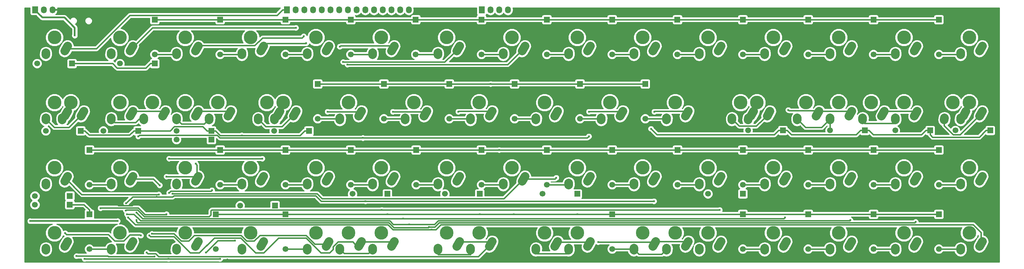
<source format=gtl>
G04 #@! TF.FileFunction,Copper,L1,Top,Signal*
%FSLAX46Y46*%
G04 Gerber Fmt 4.6, Leading zero omitted, Abs format (unit mm)*
G04 Created by KiCad (PCBNEW 4.0.3-stable) date Thursday, September 01, 2016 'PMt' 01:02:08 PM*
%MOMM*%
%LPD*%
G01*
G04 APERTURE LIST*
%ADD10C,0.150000*%
%ADD11C,0.600000*%
%ADD12C,1.699260*%
%ADD13R,1.699260X1.699260*%
%ADD14C,3.987810*%
%ADD15C,2.500000*%
%ADD16R,1.727200X2.032000*%
%ADD17O,1.727200X2.032000*%
%ADD18C,0.609600*%
%ADD19C,0.381000*%
%ADD20C,0.508000*%
%ADD21C,0.254000*%
G04 APERTURE END LIST*
D10*
D11*
X126000000Y-77750000D03*
X143000000Y-77750000D03*
X165250000Y-77750000D03*
X192750000Y-77750000D03*
X181250000Y-77750000D03*
X66040000Y-89217500D03*
X41973500Y-92202000D03*
X47815500Y-76390500D03*
X52133500Y-88265000D03*
X46500000Y-73250000D03*
X52500000Y-73250000D03*
X44500000Y-65000000D03*
X36500000Y-77500000D03*
X30500000Y-32000000D03*
X32750000Y-69500000D03*
X32750000Y-26250000D03*
X32750000Y-23000000D03*
X37250000Y-25000000D03*
X45500000Y-34250000D03*
X61500000Y-25500000D03*
X65250000Y-31000000D03*
X91000000Y-28500000D03*
X99500000Y-27250000D03*
X102500000Y-21000000D03*
X311000000Y-91750000D03*
X286250000Y-93000000D03*
X248500000Y-93000000D03*
X223500000Y-85500000D03*
X198000000Y-93000000D03*
X186500000Y-85500000D03*
X167500000Y-93000000D03*
X29750000Y-58250000D03*
X30500000Y-86000000D03*
X267000000Y-21000000D03*
X228500000Y-21000000D03*
X190500000Y-21000000D03*
X152500000Y-21000000D03*
X76500000Y-20750000D03*
X197000000Y-45000000D03*
X179500000Y-55500000D03*
X126000000Y-55500000D03*
X114500000Y-47500000D03*
X166000000Y-44000000D03*
X312000000Y-66500000D03*
X297500000Y-66500000D03*
X278500000Y-66500000D03*
X259000000Y-66500000D03*
X239000000Y-66500000D03*
X219500000Y-66500000D03*
X186500000Y-66500000D03*
X200500000Y-66500000D03*
X179500000Y-66500000D03*
X163000000Y-66500000D03*
X143000000Y-66500000D03*
X126000000Y-66500000D03*
X109000000Y-66500000D03*
X108966000Y-76708000D03*
X95504000Y-76962000D03*
X95500000Y-70500000D03*
X95500000Y-59500000D03*
X90500000Y-59500000D03*
X53000000Y-43500000D03*
X53000000Y-59000000D03*
X88500000Y-93500000D03*
X69500000Y-90000000D03*
X88500000Y-77000000D03*
X88500000Y-85000000D03*
X80500000Y-85000000D03*
X81500000Y-77000000D03*
X76500000Y-62750000D03*
X76500000Y-59000000D03*
X68500000Y-59000000D03*
X68500000Y-64500000D03*
X53000000Y-65000000D03*
X53000000Y-76500000D03*
X52133500Y-84455000D03*
X63000000Y-91000000D03*
X56000000Y-80500000D03*
X52500000Y-80500000D03*
X34000000Y-86000000D03*
X54000000Y-24000000D03*
X32500000Y-40750000D03*
X41000000Y-39000000D03*
X311000000Y-38000000D03*
X300000000Y-38000000D03*
X285000000Y-38000000D03*
X265000000Y-38000000D03*
X245000000Y-38000000D03*
X225000000Y-38000000D03*
X203000000Y-38000000D03*
X184000000Y-38000000D03*
X145000000Y-38000000D03*
X126000000Y-38000000D03*
X106000000Y-38000000D03*
X88000000Y-38000000D03*
D12*
X33020000Y-36195000D03*
D13*
X43180000Y-36195000D03*
D12*
X57150000Y-36195000D03*
D13*
X67310000Y-36195000D03*
D12*
X67315080Y-33528000D03*
D13*
X67315080Y-23368000D03*
D12*
X86365080Y-33528000D03*
D13*
X86365080Y-23368000D03*
D12*
X105410000Y-33528000D03*
D13*
X105410000Y-23368000D03*
D12*
X124460000Y-33528000D03*
D13*
X124460000Y-23368000D03*
D12*
X143397460Y-33528000D03*
D13*
X143397460Y-23368000D03*
D12*
X162560000Y-33528000D03*
D13*
X162560000Y-23368000D03*
D12*
X181610000Y-33528000D03*
D13*
X181610000Y-23368000D03*
D12*
X200660000Y-33528000D03*
D13*
X200660000Y-23368000D03*
D12*
X219704920Y-33528000D03*
D13*
X219704920Y-23368000D03*
D12*
X238760000Y-33528000D03*
D13*
X238760000Y-23368000D03*
D12*
X257810000Y-33528000D03*
D13*
X257810000Y-23368000D03*
D12*
X276860000Y-33528000D03*
D13*
X276860000Y-23368000D03*
D12*
X295910000Y-33528000D03*
D13*
X295910000Y-23368000D03*
D12*
X35560000Y-55880000D03*
D13*
X45720000Y-55880000D03*
D12*
X52324000Y-55880000D03*
D13*
X62484000Y-55880000D03*
D12*
X73660000Y-55880000D03*
D13*
X83820000Y-55880000D03*
D12*
X102108000Y-55880000D03*
D13*
X112268000Y-55880000D03*
D12*
X114808000Y-52324000D03*
D13*
X114808000Y-42164000D03*
D12*
X134112000Y-52324000D03*
D13*
X134112000Y-42164000D03*
D12*
X153162000Y-52324000D03*
D13*
X153162000Y-42164000D03*
D12*
X172212000Y-52324000D03*
D13*
X172212000Y-42164000D03*
D12*
X191262000Y-52324000D03*
D13*
X191262000Y-42164000D03*
D12*
X210312000Y-52324000D03*
D13*
X210312000Y-42164000D03*
D12*
X240283480Y-55755540D03*
D13*
X250443480Y-55755540D03*
D12*
X264159480Y-55755540D03*
D13*
X274319480Y-55755540D03*
D12*
X283210000Y-55753000D03*
D13*
X293370000Y-55753000D03*
D12*
X300736000Y-55753000D03*
D13*
X310896000Y-55753000D03*
D12*
X32385000Y-74930000D03*
D13*
X42545000Y-74930000D03*
D12*
X48260000Y-71628000D03*
D13*
X48260000Y-61468000D03*
D12*
X73660000Y-58420000D03*
D13*
X83820000Y-58420000D03*
D12*
X86365080Y-71628520D03*
D13*
X86365080Y-61468520D03*
D12*
X105410000Y-71628000D03*
D13*
X105410000Y-61468000D03*
D12*
X124460000Y-71628000D03*
D13*
X124460000Y-61468000D03*
D12*
X143510000Y-71628000D03*
D13*
X143510000Y-61468000D03*
D12*
X162560000Y-71628000D03*
D13*
X162560000Y-61468000D03*
D12*
X181610000Y-71628000D03*
D13*
X181610000Y-61468000D03*
D12*
X200660000Y-71628000D03*
D13*
X200660000Y-61468000D03*
D12*
X219710000Y-71628000D03*
D13*
X219710000Y-61468000D03*
D12*
X238760000Y-71628000D03*
D13*
X238760000Y-61468000D03*
D12*
X257812540Y-71628000D03*
D13*
X257812540Y-61468000D03*
D12*
X276860000Y-71628000D03*
D13*
X276860000Y-61468000D03*
D12*
X295910000Y-71628000D03*
D13*
X295910000Y-61468000D03*
D12*
X32385000Y-77470000D03*
D13*
X42545000Y-77470000D03*
D12*
X48260000Y-90424000D03*
D13*
X48260000Y-80264000D03*
D12*
X85095080Y-90424520D03*
D13*
X85095080Y-80264520D03*
D12*
X92202000Y-77724000D03*
D13*
X102362000Y-77724000D03*
D12*
X105410000Y-90424000D03*
D13*
X105410000Y-80264000D03*
D14*
X304800000Y-85725000D03*
D15*
X307799547Y-89724954D02*
X308610453Y-88265046D01*
X302260276Y-90804328D02*
X302299724Y-90225672D01*
D14*
X285750000Y-85725000D03*
D15*
X288749547Y-89724954D02*
X289560453Y-88265046D01*
X283210276Y-90804328D02*
X283249724Y-90225672D01*
D14*
X266700000Y-85725000D03*
D15*
X269699547Y-89724954D02*
X270510453Y-88265046D01*
X264160276Y-90804328D02*
X264199724Y-90225672D01*
D14*
X247650000Y-85725000D03*
D15*
X250649547Y-89724954D02*
X251460453Y-88265046D01*
X245110276Y-90804328D02*
X245149724Y-90225672D01*
D14*
X228600000Y-85725000D03*
D15*
X231599547Y-89724954D02*
X232410453Y-88265046D01*
X226060276Y-90804328D02*
X226099724Y-90225672D01*
D14*
X209550000Y-85725000D03*
D15*
X212549547Y-89724954D02*
X213360453Y-88265046D01*
X207010276Y-90804328D02*
X207049724Y-90225672D01*
D14*
X190500000Y-85725000D03*
D15*
X193499547Y-89724954D02*
X194310453Y-88265046D01*
X187960276Y-90804328D02*
X187999724Y-90225672D01*
D14*
X161925000Y-85725000D03*
D15*
X164924547Y-89724954D02*
X165735453Y-88265046D01*
X159385276Y-90804328D02*
X159424724Y-90225672D01*
D14*
X123825000Y-85725000D03*
D15*
X126824547Y-89724954D02*
X127635453Y-88265046D01*
X121285276Y-90804328D02*
X121324724Y-90225672D01*
D14*
X95250000Y-85725000D03*
D15*
X98249547Y-89724954D02*
X99060453Y-88265046D01*
X92710276Y-90804328D02*
X92749724Y-90225672D01*
D14*
X76200000Y-85725000D03*
D15*
X79199547Y-89724954D02*
X80010453Y-88265046D01*
X73660276Y-90804328D02*
X73699724Y-90225672D01*
D14*
X57150000Y-85725000D03*
D15*
X60149547Y-89724954D02*
X60960453Y-88265046D01*
X54610276Y-90804328D02*
X54649724Y-90225672D01*
D14*
X38100000Y-85725000D03*
D15*
X41099547Y-89724954D02*
X41910453Y-88265046D01*
X35560276Y-90804328D02*
X35599724Y-90225672D01*
D14*
X304800000Y-66675000D03*
D15*
X307799547Y-70674954D02*
X308610453Y-69215046D01*
X302260276Y-71754328D02*
X302299724Y-71175672D01*
D14*
X285750000Y-66675000D03*
D15*
X288749547Y-70674954D02*
X289560453Y-69215046D01*
X283210276Y-71754328D02*
X283249724Y-71175672D01*
D14*
X266700000Y-66675000D03*
D15*
X269699547Y-70674954D02*
X270510453Y-69215046D01*
X264160276Y-71754328D02*
X264199724Y-71175672D01*
D14*
X247650000Y-66675000D03*
D15*
X250649547Y-70674954D02*
X251460453Y-69215046D01*
X245110276Y-71754328D02*
X245149724Y-71175672D01*
D14*
X228600000Y-66675000D03*
D15*
X231599547Y-70674954D02*
X232410453Y-69215046D01*
X226060276Y-71754328D02*
X226099724Y-71175672D01*
D14*
X209550000Y-66675000D03*
D15*
X212549547Y-70674954D02*
X213360453Y-69215046D01*
X207010276Y-71754328D02*
X207049724Y-71175672D01*
D14*
X190500000Y-66675000D03*
D15*
X193499547Y-70674954D02*
X194310453Y-69215046D01*
X187960276Y-71754328D02*
X187999724Y-71175672D01*
D14*
X171450000Y-66675000D03*
D15*
X174449547Y-70674954D02*
X175260453Y-69215046D01*
X168910276Y-71754328D02*
X168949724Y-71175672D01*
D14*
X152400000Y-66675000D03*
D15*
X155399547Y-70674954D02*
X156210453Y-69215046D01*
X149860276Y-71754328D02*
X149899724Y-71175672D01*
D14*
X133350000Y-66675000D03*
D15*
X136349547Y-70674954D02*
X137160453Y-69215046D01*
X130810276Y-71754328D02*
X130849724Y-71175672D01*
D14*
X114300000Y-66675000D03*
D15*
X117299547Y-70674954D02*
X118110453Y-69215046D01*
X111760276Y-71754328D02*
X111799724Y-71175672D01*
D14*
X95250000Y-66675000D03*
D15*
X98249547Y-70674954D02*
X99060453Y-69215046D01*
X92710276Y-71754328D02*
X92749724Y-71175672D01*
D14*
X76200000Y-66675000D03*
D15*
X79199547Y-70674954D02*
X80010453Y-69215046D01*
X73660276Y-71754328D02*
X73699724Y-71175672D01*
D14*
X57150000Y-66675000D03*
D15*
X60149547Y-70674954D02*
X60960453Y-69215046D01*
X54610276Y-71754328D02*
X54649724Y-71175672D01*
D14*
X38100000Y-66675000D03*
D15*
X41099547Y-70674954D02*
X41910453Y-69215046D01*
X35560276Y-71754328D02*
X35599724Y-71175672D01*
D14*
X304800000Y-47625000D03*
D15*
X307799547Y-51624954D02*
X308610453Y-50165046D01*
X302260276Y-52704328D02*
X302299724Y-52125672D01*
D14*
X285750000Y-47625000D03*
D15*
X288749547Y-51624954D02*
X289560453Y-50165046D01*
X283210276Y-52704328D02*
X283249724Y-52125672D01*
D14*
X266700000Y-47625000D03*
D15*
X269699547Y-51624954D02*
X270510453Y-50165046D01*
X264160276Y-52704328D02*
X264199724Y-52125672D01*
D14*
X242887500Y-47625000D03*
D15*
X245887047Y-51624954D02*
X246697953Y-50165046D01*
X240347776Y-52704328D02*
X240387224Y-52125672D01*
D14*
X219075000Y-47625000D03*
D15*
X222074547Y-51624954D02*
X222885453Y-50165046D01*
X216535276Y-52704328D02*
X216574724Y-52125672D01*
D14*
X200025000Y-47625000D03*
D15*
X203024547Y-51624954D02*
X203835453Y-50165046D01*
X197485276Y-52704328D02*
X197524724Y-52125672D01*
D14*
X180975000Y-47625000D03*
D15*
X183974547Y-51624954D02*
X184785453Y-50165046D01*
X178435276Y-52704328D02*
X178474724Y-52125672D01*
D14*
X161925000Y-47625000D03*
D15*
X164924547Y-51624954D02*
X165735453Y-50165046D01*
X159385276Y-52704328D02*
X159424724Y-52125672D01*
D14*
X142875000Y-47625000D03*
D15*
X145874547Y-51624954D02*
X146685453Y-50165046D01*
X140335276Y-52704328D02*
X140374724Y-52125672D01*
D14*
X123825000Y-47625000D03*
D15*
X126824547Y-51624954D02*
X127635453Y-50165046D01*
X121285276Y-52704328D02*
X121324724Y-52125672D01*
D14*
X104775000Y-47625000D03*
D15*
X107774547Y-51624954D02*
X108585453Y-50165046D01*
X102235276Y-52704328D02*
X102274724Y-52125672D01*
D14*
X85725000Y-47625000D03*
D15*
X88724547Y-51624954D02*
X89535453Y-50165046D01*
X83185276Y-52704328D02*
X83224724Y-52125672D01*
D14*
X66675000Y-47625000D03*
D15*
X69674547Y-51624954D02*
X70485453Y-50165046D01*
X64135276Y-52704328D02*
X64174724Y-52125672D01*
D14*
X42862500Y-47625000D03*
D15*
X45862047Y-51624954D02*
X46672953Y-50165046D01*
X40322776Y-52704328D02*
X40362224Y-52125672D01*
D14*
X304800000Y-28575000D03*
D15*
X307799547Y-32574954D02*
X308610453Y-31115046D01*
X302260276Y-33654328D02*
X302299724Y-33075672D01*
D14*
X285750000Y-28575000D03*
D15*
X288749547Y-32574954D02*
X289560453Y-31115046D01*
X283210276Y-33654328D02*
X283249724Y-33075672D01*
D14*
X266700000Y-28575000D03*
D15*
X269699547Y-32574954D02*
X270510453Y-31115046D01*
X264160276Y-33654328D02*
X264199724Y-33075672D01*
D14*
X247650000Y-28575000D03*
D15*
X250649547Y-32574954D02*
X251460453Y-31115046D01*
X245110276Y-33654328D02*
X245149724Y-33075672D01*
D14*
X228600000Y-28575000D03*
D15*
X231599547Y-32574954D02*
X232410453Y-31115046D01*
X226060276Y-33654328D02*
X226099724Y-33075672D01*
D14*
X209550000Y-28575000D03*
D15*
X212549547Y-32574954D02*
X213360453Y-31115046D01*
X207010276Y-33654328D02*
X207049724Y-33075672D01*
D14*
X190500000Y-28575000D03*
D15*
X193499547Y-32574954D02*
X194310453Y-31115046D01*
X187960276Y-33654328D02*
X187999724Y-33075672D01*
D14*
X171450000Y-28575000D03*
D15*
X174449547Y-32574954D02*
X175260453Y-31115046D01*
X168910276Y-33654328D02*
X168949724Y-33075672D01*
D14*
X152400000Y-28575000D03*
D15*
X155399547Y-32574954D02*
X156210453Y-31115046D01*
X149860276Y-33654328D02*
X149899724Y-33075672D01*
D14*
X133350000Y-28575000D03*
D15*
X136349547Y-32574954D02*
X137160453Y-31115046D01*
X130810276Y-33654328D02*
X130849724Y-33075672D01*
D14*
X114300000Y-28575000D03*
D15*
X117299547Y-32574954D02*
X118110453Y-31115046D01*
X111760276Y-33654328D02*
X111799724Y-33075672D01*
D14*
X95250000Y-28575000D03*
D15*
X98249547Y-32574954D02*
X99060453Y-31115046D01*
X92710276Y-33654328D02*
X92749724Y-33075672D01*
D14*
X76200000Y-28575000D03*
D15*
X79199547Y-32574954D02*
X80010453Y-31115046D01*
X73660276Y-33654328D02*
X73699724Y-33075672D01*
D14*
X57150000Y-28575000D03*
D15*
X60149547Y-32574954D02*
X60960453Y-31115046D01*
X54610276Y-33654328D02*
X54649724Y-33075672D01*
D14*
X38100000Y-28575000D03*
D15*
X41099547Y-32574954D02*
X41910453Y-31115046D01*
X35560276Y-33654328D02*
X35599724Y-33075672D01*
D14*
X219075000Y-85725000D03*
D15*
X222074547Y-89724954D02*
X222885453Y-88265046D01*
X216535276Y-90804328D02*
X216574724Y-90225672D01*
D14*
X180975000Y-85725000D03*
D15*
X183974547Y-89724954D02*
X184785453Y-88265046D01*
X178435276Y-90804328D02*
X178474724Y-90225672D01*
D14*
X38100000Y-47625000D03*
D15*
X41099547Y-51624954D02*
X41910453Y-50165046D01*
X35560276Y-52704328D02*
X35599724Y-52125672D01*
D14*
X57150000Y-47625000D03*
D15*
X60149547Y-51624954D02*
X60960453Y-50165046D01*
X54610276Y-52704328D02*
X54649724Y-52125672D01*
D14*
X76200000Y-47625000D03*
D15*
X79199547Y-51624954D02*
X80010453Y-50165046D01*
X73660276Y-52704328D02*
X73699724Y-52125672D01*
D14*
X300037500Y-47625000D03*
D15*
X303037047Y-51624954D02*
X303847953Y-50165046D01*
X297497776Y-52704328D02*
X297537224Y-52125672D01*
D14*
X238125000Y-47625000D03*
D15*
X241124547Y-51624954D02*
X241935453Y-50165046D01*
X235585276Y-52704328D02*
X235624724Y-52125672D01*
D14*
X276225000Y-47625000D03*
D15*
X279224547Y-51624954D02*
X280035453Y-50165046D01*
X273685276Y-52704328D02*
X273724724Y-52125672D01*
D14*
X257175000Y-47625000D03*
D15*
X260174547Y-51624954D02*
X260985453Y-50165046D01*
X254635276Y-52704328D02*
X254674724Y-52125672D01*
D14*
X133350000Y-85725000D03*
D15*
X136349547Y-89724954D02*
X137160453Y-88265046D01*
X130810276Y-90804328D02*
X130849724Y-90225672D01*
D14*
X152400000Y-85725000D03*
D15*
X155399547Y-89724954D02*
X156210453Y-88265046D01*
X149860276Y-90804328D02*
X149899724Y-90225672D01*
D14*
X114300000Y-85725000D03*
D15*
X117299547Y-89724954D02*
X118110453Y-88265046D01*
X111760276Y-90804328D02*
X111799724Y-90225672D01*
D14*
X100012500Y-47625000D03*
D15*
X103012047Y-51624954D02*
X103822953Y-50165046D01*
X97472776Y-52704328D02*
X97512224Y-52125672D01*
D12*
X124968000Y-74295000D03*
D13*
X135128000Y-74295000D03*
D12*
X151892000Y-74295000D03*
D13*
X162052000Y-74295000D03*
D12*
X180340000Y-74295000D03*
D13*
X190500000Y-74295000D03*
D12*
X200660000Y-90424000D03*
D13*
X200660000Y-80264000D03*
D12*
X228600000Y-74295000D03*
D13*
X238760000Y-74295000D03*
D12*
X238760000Y-90424000D03*
D13*
X238760000Y-80264000D03*
D12*
X257810000Y-90424000D03*
D13*
X257810000Y-80264000D03*
D12*
X276860000Y-90424000D03*
D13*
X276860000Y-80264000D03*
D12*
X295910000Y-90424000D03*
D13*
X295910000Y-80264000D03*
D11*
X74250000Y-38000000D03*
D16*
X32460000Y-20500000D03*
D17*
X35000000Y-20500000D03*
X37540000Y-20500000D03*
D16*
X105840000Y-20500000D03*
D17*
X108380000Y-20500000D03*
X110920000Y-20500000D03*
X113460000Y-20500000D03*
X116000000Y-20500000D03*
X118540000Y-20500000D03*
X121080000Y-20500000D03*
X123620000Y-20500000D03*
X126160000Y-20500000D03*
X128700000Y-20500000D03*
X131240000Y-20500000D03*
X133780000Y-20500000D03*
X136320000Y-20500000D03*
X138860000Y-20500000D03*
X141400000Y-20500000D03*
D16*
X162670000Y-20500000D03*
D17*
X165210000Y-20500000D03*
X167750000Y-20500000D03*
X170290000Y-20500000D03*
D18*
X51500000Y-78500000D03*
X70750000Y-80250000D03*
X165250000Y-42164000D03*
X92710281Y-57219322D03*
X82250000Y-91492037D03*
X90750000Y-88000000D03*
X212010231Y-55284971D03*
X167750000Y-61468000D03*
X44500000Y-92500000D03*
X67278128Y-92629952D03*
X162052000Y-80264000D03*
X135128000Y-80264000D03*
X190500000Y-80264000D03*
X171958000Y-80264000D03*
X46863000Y-93345000D03*
X71326969Y-93328462D03*
X86373692Y-93328462D03*
X68505415Y-74494585D03*
X108500000Y-25750000D03*
X68764314Y-71782298D03*
X110750000Y-28250000D03*
X79250000Y-65500000D03*
X70750000Y-69250000D03*
X111500000Y-30250000D03*
X98655000Y-64000000D03*
X71500000Y-64000000D03*
X66500000Y-86000000D03*
X117705000Y-50292000D03*
X121250000Y-31250000D03*
X65750000Y-86500000D03*
X136755000Y-50292000D03*
X122250000Y-35750000D03*
X65000000Y-91500000D03*
X155805000Y-50292000D03*
X123500000Y-36480978D03*
X72500000Y-74250000D03*
X184380000Y-69596000D03*
X128000000Y-57976708D03*
X193905000Y-57500000D03*
X62500000Y-57500000D03*
X193905000Y-50292000D03*
X196596000Y-88392000D03*
X212852000Y-76454000D03*
X128750000Y-76454000D03*
X59010117Y-77071264D03*
X212955000Y-50292000D03*
X133500000Y-79000000D03*
X58912877Y-79156846D03*
X232005000Y-79000000D03*
X139750000Y-81581580D03*
X251055000Y-81250000D03*
X62000000Y-79750000D03*
X252044984Y-49784000D03*
X141500000Y-83250000D03*
X270105000Y-82000000D03*
X59250000Y-80250000D03*
X147250000Y-84000000D03*
X289155000Y-82500000D03*
X62000000Y-82000000D03*
X148000000Y-84750000D03*
X59546104Y-81235274D03*
X56250000Y-77250000D03*
X73771161Y-79720117D03*
X71569964Y-84573005D03*
X66029365Y-76316158D03*
X62238073Y-76254511D03*
X65621000Y-71750000D03*
X70750000Y-77250000D03*
X58750000Y-81427000D03*
X61750000Y-84750000D03*
X31000000Y-82250000D03*
X56500000Y-82250000D03*
X71500000Y-74000000D03*
X84000000Y-73250000D03*
X44000000Y-28000000D03*
X41211500Y-85788500D03*
X63250000Y-86500000D03*
D19*
X67315080Y-33528000D02*
X73517000Y-33528000D01*
X73517000Y-33528000D02*
X73680000Y-33365000D01*
X86365080Y-33528000D02*
X92567000Y-33528000D01*
X92567000Y-33528000D02*
X92730000Y-33365000D01*
X105410000Y-33528000D02*
X111617000Y-33528000D01*
X111617000Y-33528000D02*
X111780000Y-33365000D01*
X124460000Y-33528000D02*
X130667000Y-33528000D01*
X130667000Y-33528000D02*
X130830000Y-33365000D01*
X143397460Y-33528000D02*
X149717000Y-33528000D01*
X149717000Y-33528000D02*
X149880000Y-33365000D01*
X162560000Y-33528000D02*
X168767000Y-33528000D01*
X168767000Y-33528000D02*
X168930000Y-33365000D01*
X181610000Y-33528000D02*
X187817000Y-33528000D01*
X187817000Y-33528000D02*
X187980000Y-33365000D01*
X200660000Y-33528000D02*
X206867000Y-33528000D01*
X206867000Y-33528000D02*
X207030000Y-33365000D01*
X219704920Y-33528000D02*
X225917000Y-33528000D01*
X225917000Y-33528000D02*
X226080000Y-33365000D01*
X238760000Y-33528000D02*
X244967000Y-33528000D01*
X244967000Y-33528000D02*
X245130000Y-33365000D01*
X257810000Y-33528000D02*
X264017000Y-33528000D01*
X264017000Y-33528000D02*
X264180000Y-33365000D01*
X276860000Y-33528000D02*
X283067000Y-33528000D01*
X283067000Y-33528000D02*
X283230000Y-33365000D01*
X295910000Y-33528000D02*
X302117000Y-33528000D01*
X302117000Y-33528000D02*
X302280000Y-33365000D01*
X35580000Y-52415000D02*
X38029000Y-54864000D01*
X38029000Y-54864000D02*
X42298500Y-54864000D01*
X42298500Y-54864000D02*
X44763310Y-52399190D01*
X44763310Y-52399190D02*
X46267500Y-50895000D01*
X54630000Y-52415000D02*
X55704532Y-53489532D01*
X55704532Y-53489532D02*
X61727567Y-53489532D01*
X61727567Y-53489532D02*
X62802099Y-52415000D01*
X62802099Y-52415000D02*
X64155000Y-52415000D01*
X73680000Y-52415000D02*
X75113000Y-53848000D01*
X75113000Y-53848000D02*
X81772000Y-53848000D01*
X81772000Y-53848000D02*
X82106390Y-53513610D01*
X82106390Y-53513610D02*
X83205000Y-52415000D01*
X114808000Y-52324000D02*
X121214000Y-52324000D01*
X121214000Y-52324000D02*
X121305000Y-52415000D01*
X134112000Y-52324000D02*
X140264000Y-52324000D01*
X140264000Y-52324000D02*
X140355000Y-52415000D01*
X153162000Y-52324000D02*
X159314000Y-52324000D01*
X159314000Y-52324000D02*
X159405000Y-52415000D01*
X172212000Y-52324000D02*
X178364000Y-52324000D01*
X178364000Y-52324000D02*
X178455000Y-52415000D01*
X191262000Y-52324000D02*
X197414000Y-52324000D01*
X197414000Y-52324000D02*
X197505000Y-52415000D01*
X210312000Y-52324000D02*
X216464000Y-52324000D01*
X216464000Y-52324000D02*
X216555000Y-52415000D01*
X264159480Y-55755540D02*
X264159480Y-52435520D01*
X264159480Y-52435520D02*
X264180000Y-52415000D01*
X254655000Y-52415000D02*
X257104000Y-54864000D01*
X257104000Y-54864000D02*
X261731000Y-54864000D01*
X261731000Y-54864000D02*
X263081390Y-53513610D01*
X263081390Y-53513610D02*
X264180000Y-52415000D01*
X273705000Y-52415000D02*
X273705000Y-53172668D01*
X273705000Y-53172668D02*
X274253442Y-53721110D01*
X274253442Y-53721110D02*
X283161967Y-53721110D01*
X283161967Y-53721110D02*
X283230000Y-53653077D01*
X283230000Y-53653077D02*
X283230000Y-52415000D01*
X48260000Y-71628000D02*
X54467000Y-71628000D01*
X54467000Y-71628000D02*
X54630000Y-71465000D01*
X86365080Y-71628520D02*
X92566480Y-71628520D01*
X92566480Y-71628520D02*
X92730000Y-71465000D01*
X105410000Y-71628000D02*
X111617000Y-71628000D01*
X111617000Y-71628000D02*
X111780000Y-71465000D01*
X124460000Y-71628000D02*
X130667000Y-71628000D01*
X130667000Y-71628000D02*
X130830000Y-71465000D01*
X143510000Y-71628000D02*
X149717000Y-71628000D01*
X149717000Y-71628000D02*
X149880000Y-71465000D01*
X162560000Y-71628000D02*
X168767000Y-71628000D01*
X168767000Y-71628000D02*
X168930000Y-71465000D01*
X181610000Y-71628000D02*
X187817000Y-71628000D01*
X187817000Y-71628000D02*
X187980000Y-71465000D01*
X200660000Y-71628000D02*
X206867000Y-71628000D01*
X206867000Y-71628000D02*
X207030000Y-71465000D01*
X219710000Y-71628000D02*
X225917000Y-71628000D01*
X225917000Y-71628000D02*
X226080000Y-71465000D01*
X238760000Y-71628000D02*
X244967000Y-71628000D01*
X244967000Y-71628000D02*
X245130000Y-71465000D01*
X257812540Y-71628000D02*
X264017000Y-71628000D01*
X264017000Y-71628000D02*
X264180000Y-71465000D01*
X276860000Y-71628000D02*
X283067000Y-71628000D01*
X283067000Y-71628000D02*
X283230000Y-71465000D01*
X295910000Y-71628000D02*
X302117000Y-71628000D01*
X302117000Y-71628000D02*
X302280000Y-71465000D01*
X48260000Y-90424000D02*
X54539000Y-90424000D01*
X54539000Y-90424000D02*
X54630000Y-90515000D01*
X105410000Y-90424000D02*
X111689000Y-90424000D01*
X111689000Y-90424000D02*
X111780000Y-90515000D01*
X121305000Y-90515000D02*
X122526022Y-91736022D01*
X122526022Y-91736022D02*
X129608978Y-91736022D01*
X129608978Y-91736022D02*
X129731390Y-91613610D01*
X129731390Y-91613610D02*
X130830000Y-90515000D01*
X149880000Y-90515000D02*
X149880000Y-91909729D01*
X149880000Y-91909729D02*
X150016013Y-92045742D01*
X150016013Y-92045742D02*
X159405000Y-92045742D01*
X159405000Y-92045742D02*
X159405000Y-91613610D01*
X159405000Y-91613610D02*
X159405000Y-90515000D01*
X149789000Y-90424000D02*
X149880000Y-90515000D01*
X178364000Y-90424000D02*
X178455000Y-90515000D01*
X178455000Y-90515000D02*
X178455000Y-91367087D01*
X178455000Y-91367087D02*
X178881806Y-91793893D01*
X178881806Y-91793893D02*
X187708678Y-91793893D01*
X187980000Y-91522571D02*
X187980000Y-90515000D01*
X187708678Y-91793893D02*
X187980000Y-91522571D01*
X207030000Y-90515000D02*
X208463000Y-91948000D01*
X208463000Y-91948000D02*
X215122000Y-91948000D01*
X215122000Y-91948000D02*
X215456390Y-91613610D01*
X215456390Y-91613610D02*
X216555000Y-90515000D01*
X200660000Y-90424000D02*
X206939000Y-90424000D01*
X206939000Y-90424000D02*
X207030000Y-90515000D01*
X238760000Y-90424000D02*
X245039000Y-90424000D01*
X245039000Y-90424000D02*
X245130000Y-90515000D01*
X257810000Y-90424000D02*
X264089000Y-90424000D01*
X264089000Y-90424000D02*
X264180000Y-90515000D01*
X276860000Y-90424000D02*
X283139000Y-90424000D01*
X283139000Y-90424000D02*
X283230000Y-90515000D01*
X295910000Y-90424000D02*
X302189000Y-90424000D01*
X302189000Y-90424000D02*
X302280000Y-90515000D01*
X43180000Y-36195000D02*
X55035253Y-36195000D01*
X56386404Y-37546151D02*
X64728219Y-37546151D01*
X64728219Y-37546151D02*
X66079370Y-36195000D01*
X55035253Y-36195000D02*
X56386404Y-37546151D01*
X66079370Y-36195000D02*
X67310000Y-36195000D01*
X70000000Y-80349296D02*
X64459275Y-80349296D01*
X64459275Y-80349296D02*
X62510365Y-78400386D01*
X62510365Y-78400386D02*
X51599614Y-78400386D01*
X51599614Y-78400386D02*
X51500000Y-78500000D01*
X70699574Y-80349296D02*
X70000000Y-80349296D01*
X70000000Y-80349296D02*
X70650704Y-80349296D01*
X70650704Y-80349296D02*
X70750000Y-80250000D01*
X276860000Y-23368000D02*
X295910000Y-23368000D01*
X257810000Y-23368000D02*
X276860000Y-23368000D01*
X238760000Y-23368000D02*
X257810000Y-23368000D01*
X219704920Y-23368000D02*
X238760000Y-23368000D01*
X200660000Y-23368000D02*
X219704920Y-23368000D01*
X181610000Y-23368000D02*
X200660000Y-23368000D01*
X162560000Y-23368000D02*
X181610000Y-23368000D01*
X143397460Y-23368000D02*
X162560000Y-23368000D01*
X105410000Y-23368000D02*
X124460000Y-23368000D01*
X124460000Y-23368000D02*
X143397460Y-23368000D01*
X86365080Y-23368000D02*
X105410000Y-23368000D01*
X67315080Y-23368000D02*
X86365080Y-23368000D01*
X153162000Y-42164000D02*
X165250000Y-42164000D01*
X165250000Y-42164000D02*
X172212000Y-42164000D01*
X112268000Y-55880000D02*
X111037370Y-55880000D01*
X93141333Y-57219322D02*
X92710281Y-57219322D01*
X111037370Y-55880000D02*
X109698048Y-57219322D01*
X109698048Y-57219322D02*
X93141333Y-57219322D01*
X86420630Y-57250000D02*
X92679603Y-57250000D01*
X92679603Y-57250000D02*
X92710281Y-57219322D01*
X83820000Y-55880000D02*
X85050630Y-55880000D01*
X85050630Y-55880000D02*
X86420630Y-57250000D01*
X85742037Y-88000000D02*
X90750000Y-88000000D01*
X82250000Y-91492037D02*
X85742037Y-88000000D01*
X48193961Y-57123331D02*
X53250000Y-57123331D01*
X53250000Y-57123331D02*
X60010039Y-57123331D01*
X45720000Y-55880000D02*
X46950630Y-55880000D01*
X46950630Y-55880000D02*
X48193961Y-57123331D01*
X60010039Y-57123331D02*
X61253370Y-55880000D01*
X61253370Y-55880000D02*
X62484000Y-55880000D01*
X62484000Y-55880000D02*
X71819869Y-55880000D01*
X71819869Y-55880000D02*
X73063200Y-54636669D01*
X73063200Y-54636669D02*
X81346039Y-54636669D01*
X81346039Y-54636669D02*
X82589370Y-55880000D01*
X82589370Y-55880000D02*
X83820000Y-55880000D01*
X114808000Y-42164000D02*
X134112000Y-42164000D01*
X134112000Y-42164000D02*
X153162000Y-42164000D01*
X172212000Y-42164000D02*
X191262000Y-42164000D01*
X191262000Y-42164000D02*
X210312000Y-42164000D01*
X213724131Y-56998871D02*
X212315030Y-55589770D01*
X247969519Y-56998871D02*
X213724131Y-56998871D01*
X249212850Y-55755540D02*
X247969519Y-56998871D01*
X212315030Y-55589770D02*
X212010231Y-55284971D01*
X250443480Y-55755540D02*
X249212850Y-55755540D01*
X274319480Y-55755540D02*
X275550110Y-55755540D01*
X275550110Y-55755540D02*
X276790901Y-56996331D01*
X276790901Y-56996331D02*
X290896039Y-56996331D01*
X290896039Y-56996331D02*
X292139370Y-55753000D01*
X292139370Y-55753000D02*
X293370000Y-55753000D01*
X250443480Y-55755540D02*
X251674110Y-55755540D01*
X251674110Y-55755540D02*
X252917441Y-56998871D01*
X252917441Y-56998871D02*
X271845519Y-56998871D01*
X271845519Y-56998871D02*
X273088850Y-55755540D01*
X273088850Y-55755540D02*
X274319480Y-55755540D01*
X293370000Y-55753000D02*
X293370000Y-56983630D01*
X293370000Y-56983630D02*
X294125076Y-57738706D01*
X294125076Y-57738706D02*
X307679664Y-57738706D01*
X307679664Y-57738706D02*
X309665370Y-55753000D01*
X309665370Y-55753000D02*
X310896000Y-55753000D01*
X162560000Y-61468000D02*
X167750000Y-61468000D01*
X167750000Y-61468000D02*
X181610000Y-61468000D01*
X44500000Y-92500000D02*
X53660761Y-92500000D01*
X53660761Y-92500000D02*
X53790713Y-92629952D01*
X66847076Y-92629952D02*
X67278128Y-92629952D01*
X53790713Y-92629952D02*
X66847076Y-92629952D01*
X48260000Y-61468000D02*
X86364560Y-61468000D01*
X86364560Y-61468000D02*
X86365080Y-61468520D01*
X105410000Y-61468000D02*
X124460000Y-61468000D01*
X86365080Y-61468520D02*
X105409480Y-61468520D01*
X105409480Y-61468520D02*
X105410000Y-61468000D01*
X200660000Y-61468000D02*
X219710000Y-61468000D01*
X181610000Y-61468000D02*
X200660000Y-61468000D01*
X143510000Y-61468000D02*
X162560000Y-61468000D01*
X124460000Y-61468000D02*
X143510000Y-61468000D01*
X219710000Y-61468000D02*
X238760000Y-61468000D01*
X238760000Y-61468000D02*
X257812540Y-61468000D01*
X257812540Y-61468000D02*
X276860000Y-61468000D01*
X276860000Y-61468000D02*
X295910000Y-61468000D01*
X160020000Y-80264000D02*
X162052000Y-80264000D01*
X162052000Y-80264000D02*
X171958000Y-80264000D01*
X131064000Y-80264000D02*
X135128000Y-80264000D01*
X135128000Y-80264000D02*
X160020000Y-80264000D01*
X188468000Y-80264000D02*
X190500000Y-80264000D01*
X190500000Y-80264000D02*
X200660000Y-80264000D01*
X200660000Y-80264000D02*
X234315000Y-80264000D01*
X234315000Y-80264000D02*
X238760000Y-80264000D01*
X171958000Y-80264000D02*
X188468000Y-80264000D01*
X117250000Y-80264000D02*
X131064000Y-80264000D01*
X48328462Y-93328462D02*
X46879538Y-93328462D01*
X46879538Y-93328462D02*
X46863000Y-93345000D01*
X42545000Y-77470000D02*
X46696630Y-77470000D01*
X46696630Y-77470000D02*
X48260000Y-79033370D01*
X48260000Y-79033370D02*
X48260000Y-80264000D01*
X53663024Y-93328462D02*
X48328462Y-93328462D01*
X114006630Y-80264000D02*
X115500000Y-80264000D01*
X115500000Y-80264000D02*
X117250000Y-80264000D01*
X71326969Y-93328462D02*
X53663024Y-93328462D01*
X86373692Y-93328462D02*
X71326969Y-93328462D01*
X105410000Y-80264000D02*
X114006630Y-80264000D01*
X85095080Y-80264520D02*
X105409480Y-80264520D01*
X105409480Y-80264520D02*
X105410000Y-80264000D01*
X276860000Y-80264000D02*
X295910000Y-80264000D01*
X257810000Y-80264000D02*
X259040630Y-80264000D01*
X259040630Y-80264000D02*
X276860000Y-80264000D01*
X238760000Y-80264000D02*
X257810000Y-80264000D01*
X60066673Y-22124669D02*
X100250000Y-22124669D01*
X100250000Y-22124669D02*
X100374669Y-22124669D01*
X105840000Y-20500000D02*
X104595400Y-20500000D01*
X104595400Y-20500000D02*
X102970731Y-22124669D01*
X102970731Y-22124669D02*
X100250000Y-22124669D01*
X41505000Y-31845000D02*
X50346342Y-31845000D01*
X50346342Y-31845000D02*
X60066673Y-22124669D01*
X68505415Y-74494585D02*
X46750000Y-74494585D01*
X41505000Y-69945000D02*
X46054585Y-74494585D01*
X46054585Y-74494585D02*
X46750000Y-74494585D01*
X60555000Y-31845000D02*
X66650000Y-25750000D01*
X66650000Y-25750000D02*
X108500000Y-25750000D01*
X68764314Y-71782298D02*
X66927016Y-69945000D01*
X66927016Y-69945000D02*
X60555000Y-69945000D01*
X60555000Y-50895000D02*
X60960482Y-50895000D01*
X60960482Y-50895000D02*
X61685681Y-50169801D01*
X61685681Y-50169801D02*
X69218633Y-50169801D01*
X69218633Y-50169801D02*
X69943832Y-50895000D01*
X69943832Y-50895000D02*
X70080000Y-50895000D01*
X79605000Y-31845000D02*
X80220291Y-31845000D01*
X80220291Y-31845000D02*
X81102685Y-30962606D01*
X81102685Y-30962606D02*
X96500036Y-30962606D01*
X96500036Y-30962606D02*
X98765519Y-28697123D01*
X98765519Y-28697123D02*
X110302877Y-28697123D01*
X110302877Y-28697123D02*
X110750000Y-28250000D01*
X79605000Y-69945000D02*
X79605000Y-65855000D01*
X79605000Y-65855000D02*
X79250000Y-65500000D01*
X70750000Y-69250000D02*
X78910000Y-69250000D01*
X78910000Y-69250000D02*
X79605000Y-69945000D01*
X79605000Y-50895000D02*
X79724623Y-50895000D01*
X79724623Y-50895000D02*
X80486960Y-50132663D01*
X80486960Y-50132663D02*
X89009294Y-50132663D01*
X89009294Y-50132663D02*
X89130000Y-50253369D01*
X89130000Y-50253369D02*
X89130000Y-50895000D01*
X98655000Y-31845000D02*
X100159190Y-30340810D01*
X100159190Y-30340810D02*
X111409190Y-30340810D01*
X111409190Y-30340810D02*
X111500000Y-30250000D01*
X71500000Y-64000000D02*
X98655000Y-64000000D01*
X97492500Y-52415000D02*
X99714169Y-54636669D01*
X99714169Y-54636669D02*
X104438331Y-54636669D01*
X106675810Y-52399190D02*
X108180000Y-50895000D01*
X104438331Y-54636669D02*
X106675810Y-52399190D01*
X66500000Y-86000000D02*
X72941342Y-86000000D01*
X72941342Y-86000000D02*
X75053948Y-88112606D01*
X78853212Y-86491312D02*
X92482654Y-86491312D01*
X75053948Y-88112606D02*
X77231918Y-88112606D01*
X77231918Y-88112606D02*
X78853212Y-86491312D01*
X92482654Y-86491312D02*
X94103948Y-88112606D01*
X114036342Y-88995000D02*
X116175115Y-88995000D01*
X94103948Y-88112606D02*
X96307349Y-88112606D01*
X96307349Y-88112606D02*
X97989381Y-86430574D01*
X97989381Y-86430574D02*
X111471916Y-86430574D01*
X111471916Y-86430574D02*
X114036342Y-88995000D01*
X116175115Y-88995000D02*
X117705000Y-88995000D01*
X127230000Y-50895000D02*
X127582685Y-50895000D01*
X127582685Y-50895000D02*
X126979685Y-50292000D01*
X126979685Y-50292000D02*
X117705000Y-50292000D01*
X121250000Y-31250000D02*
X121506103Y-30993897D01*
X121506103Y-30993897D02*
X135903897Y-30993897D01*
X135903897Y-30993897D02*
X136755000Y-31845000D01*
X65750000Y-86500000D02*
X66054799Y-86804799D01*
X72919945Y-86804799D02*
X77678065Y-91562919D01*
X66054799Y-86804799D02*
X72919945Y-86804799D01*
X119376063Y-90495453D02*
X119376063Y-89774190D01*
X92370863Y-87205717D02*
X96728065Y-91562919D01*
X77678065Y-91562919D02*
X80312541Y-91562919D01*
X80312541Y-91562919D02*
X84669743Y-87205717D01*
X118337447Y-91534069D02*
X119376063Y-90495453D01*
X84669743Y-87205717D02*
X92370863Y-87205717D01*
X96728065Y-91562919D02*
X99123041Y-91562919D01*
X115740905Y-91534069D02*
X118337447Y-91534069D01*
X99123041Y-91562919D02*
X103435960Y-87250000D01*
X103435960Y-87250000D02*
X111456836Y-87250000D01*
X111456836Y-87250000D02*
X115740905Y-91534069D01*
X119376063Y-89774190D02*
X120789735Y-88360518D01*
X120789735Y-88360518D02*
X125065633Y-88360518D01*
X125065633Y-88360518D02*
X125700115Y-88995000D01*
X125700115Y-88995000D02*
X127230000Y-88995000D01*
X146280000Y-50895000D02*
X146280000Y-50292000D01*
X146280000Y-50292000D02*
X136755000Y-50292000D01*
X127230000Y-88995000D02*
X127230000Y-88911633D01*
X127230000Y-88911633D02*
X127809254Y-88332379D01*
X127809254Y-88332379D02*
X136499430Y-88332379D01*
X136499430Y-88332379D02*
X136755000Y-88587949D01*
X136755000Y-88587949D02*
X136755000Y-88995000D01*
X122282468Y-35782468D02*
X151867532Y-35782468D01*
X122250000Y-35750000D02*
X122282468Y-35782468D01*
X151867532Y-35782468D02*
X154300810Y-33349190D01*
X154300810Y-33349190D02*
X155805000Y-31845000D01*
X65000000Y-91500000D02*
X65341788Y-91841788D01*
X65341788Y-91841788D02*
X67629409Y-91841788D01*
X67629409Y-91841788D02*
X68417573Y-92629952D01*
X68417573Y-92629952D02*
X161695048Y-92629952D01*
X161695048Y-92629952D02*
X163825810Y-90499190D01*
X163825810Y-90499190D02*
X165330000Y-88995000D01*
X165330000Y-50895000D02*
X165330000Y-50435398D01*
X165330000Y-50435398D02*
X165075037Y-50180435D01*
X165075037Y-50180435D02*
X155916565Y-50180435D01*
X155916565Y-50180435D02*
X155805000Y-50292000D01*
X155805000Y-88995000D02*
X155805000Y-88940134D01*
X155805000Y-88940134D02*
X156420755Y-88324379D01*
X156420755Y-88324379D02*
X164581810Y-88324379D01*
X164581810Y-88324379D02*
X165252431Y-88995000D01*
X165252431Y-88995000D02*
X165330000Y-88995000D01*
X72500000Y-74250000D02*
X114698603Y-74250000D01*
X114698603Y-74250000D02*
X116134404Y-75685801D01*
X170815000Y-73985000D02*
X174855000Y-69945000D01*
X116134404Y-75685801D02*
X169114199Y-75685801D01*
X169114199Y-75685801D02*
X170815000Y-73985000D01*
X170219022Y-36480978D02*
X123931052Y-36480978D01*
X174855000Y-31845000D02*
X170219022Y-36480978D01*
X123931052Y-36480978D02*
X123500000Y-36480978D01*
X174855000Y-69945000D02*
X184031000Y-69945000D01*
X184031000Y-69945000D02*
X184380000Y-69596000D01*
X184380000Y-88995000D02*
X184380000Y-88903638D01*
X184380000Y-88903638D02*
X184900128Y-88383510D01*
X184900128Y-88383510D02*
X193426083Y-88383510D01*
X193426083Y-88383510D02*
X193905000Y-88862427D01*
X193905000Y-88862427D02*
X193905000Y-88995000D01*
X86321141Y-57976708D02*
X128000000Y-57976708D01*
X128000000Y-57976708D02*
X193428292Y-57976708D01*
X62500000Y-57500000D02*
X62823331Y-57176669D01*
X62823331Y-57176669D02*
X85521102Y-57176669D01*
X85521102Y-57176669D02*
X86321141Y-57976708D01*
X193428292Y-57976708D02*
X193905000Y-57500000D01*
X203430000Y-50895000D02*
X203430000Y-50688234D01*
X203430000Y-50688234D02*
X202984657Y-50242891D01*
X202984657Y-50242891D02*
X193954109Y-50242891D01*
X193954109Y-50242891D02*
X193905000Y-50292000D01*
X196596000Y-88392000D02*
X212352000Y-88392000D01*
X212352000Y-88392000D02*
X212955000Y-88995000D01*
X212955000Y-88995000D02*
X212955000Y-88526984D01*
X212955000Y-88526984D02*
X213198779Y-88283205D01*
X213198779Y-88283205D02*
X222480000Y-88283205D01*
X222480000Y-88283205D02*
X222480000Y-88995000D01*
X68000000Y-75193086D02*
X72556914Y-75193086D01*
X72556914Y-75193086D02*
X72915790Y-74834210D01*
X72915790Y-74834210D02*
X114263392Y-74834210D01*
X114263392Y-74834210D02*
X115883182Y-76454000D01*
X115883182Y-76454000D02*
X128750000Y-76454000D01*
X128750000Y-76454000D02*
X212852000Y-76454000D01*
X60888295Y-75193086D02*
X59314916Y-76766465D01*
X59314916Y-76766465D02*
X59010117Y-77071264D01*
X68000000Y-75193086D02*
X60888295Y-75193086D01*
X68000000Y-75193086D02*
X67943086Y-75193086D01*
X67943086Y-75193086D02*
X67828795Y-75078795D01*
X222480000Y-50895000D02*
X222480000Y-50292810D01*
X222480000Y-50292810D02*
X222366668Y-50179478D01*
X222366668Y-50179478D02*
X213067522Y-50179478D01*
X213067522Y-50179478D02*
X212955000Y-50292000D01*
X83951678Y-79000000D02*
X133500000Y-79000000D01*
X133500000Y-79000000D02*
X232005000Y-79000000D01*
X60250000Y-79051499D02*
X62335281Y-79051499D01*
X60250000Y-79051499D02*
X59018224Y-79051499D01*
X59018224Y-79051499D02*
X58912877Y-79156846D01*
X62335281Y-79051499D02*
X64281152Y-80997370D01*
X64281152Y-80997370D02*
X83162058Y-80997370D01*
X83162058Y-80997370D02*
X83659428Y-80500000D01*
X83659428Y-80500000D02*
X83659428Y-79292250D01*
X83659428Y-79292250D02*
X83951678Y-79000000D01*
X235605000Y-52415000D02*
X237680081Y-54490081D01*
X237680081Y-54490081D02*
X242697419Y-54490081D01*
X242697419Y-54490081D02*
X244788310Y-52399190D01*
X244788310Y-52399190D02*
X246292500Y-50895000D01*
X63831580Y-81581580D02*
X139750000Y-81581580D01*
X139750000Y-81581580D02*
X250250000Y-81581580D01*
X250250000Y-81581580D02*
X250750000Y-81581580D01*
X250750000Y-81581580D02*
X250750000Y-81555000D01*
X250750000Y-81555000D02*
X251055000Y-81250000D01*
X62000000Y-79750000D02*
X63831580Y-81581580D01*
X260580000Y-50895000D02*
X259697606Y-50012606D01*
X252273590Y-50012606D02*
X252044984Y-49784000D01*
X259697606Y-50012606D02*
X252273590Y-50012606D01*
X260580000Y-50895000D02*
X260580000Y-50451872D01*
X260580000Y-50451872D02*
X260894564Y-50137308D01*
X260894564Y-50137308D02*
X270105000Y-50137308D01*
X270105000Y-50137308D02*
X270105000Y-50895000D01*
X63199572Y-82165790D02*
X135750000Y-82165790D01*
X136902393Y-83250000D02*
X135818183Y-82165790D01*
X135818183Y-82165790D02*
X135750000Y-82165790D01*
X141500000Y-83250000D02*
X136902393Y-83250000D01*
X150000000Y-82165790D02*
X269939210Y-82165790D01*
X141500000Y-83250000D02*
X148915790Y-83250000D01*
X148915790Y-83250000D02*
X150000000Y-82165790D01*
X59250000Y-80250000D02*
X61283782Y-80250000D01*
X61283782Y-80250000D02*
X63199572Y-82165790D01*
X269939210Y-82165790D02*
X270105000Y-82000000D01*
X279630000Y-50895000D02*
X279630000Y-50400366D01*
X279630000Y-50400366D02*
X279849823Y-50180543D01*
X279849823Y-50180543D02*
X288910631Y-50180543D01*
X288910631Y-50180543D02*
X289155000Y-50424912D01*
X289155000Y-50424912D02*
X289155000Y-50895000D01*
X62000000Y-82000000D02*
X62000000Y-82431052D01*
X62000000Y-82431052D02*
X62318948Y-82750000D01*
X62318948Y-82750000D02*
X135576197Y-82750000D01*
X135576197Y-82750000D02*
X136991987Y-84165790D01*
X136991987Y-84165790D02*
X147084210Y-84165790D01*
X147084210Y-84165790D02*
X147250000Y-84000000D01*
X150250000Y-82750000D02*
X288905000Y-82750000D01*
X147250000Y-84000000D02*
X149000000Y-84000000D01*
X149000000Y-84000000D02*
X150250000Y-82750000D01*
X288905000Y-82750000D02*
X289155000Y-82500000D01*
X63909776Y-83337394D02*
X135250000Y-83337394D01*
X135337394Y-83337394D02*
X136750000Y-84750000D01*
X135250000Y-83337394D02*
X135337394Y-83337394D01*
X136750000Y-84750000D02*
X148000000Y-84750000D01*
X148000000Y-84750000D02*
X149337394Y-84750000D01*
X150750000Y-83337394D02*
X305946052Y-83337394D01*
X149337394Y-84750000D02*
X150750000Y-83337394D01*
X63909776Y-83337394D02*
X61648224Y-83337394D01*
X61648224Y-83337394D02*
X59546104Y-81235274D01*
X308205000Y-86985822D02*
X308205000Y-88995000D01*
X305946052Y-83337394D02*
X308205000Y-85596342D01*
X308205000Y-85596342D02*
X308205000Y-86985822D01*
X297517500Y-52415000D02*
X297517500Y-54374631D01*
X297517500Y-54374631D02*
X300139200Y-56996331D01*
X300139200Y-56996331D02*
X302103669Y-56996331D01*
X302103669Y-56996331D02*
X306700810Y-52399190D01*
X306700810Y-52399190D02*
X308205000Y-50895000D01*
X61750000Y-84750000D02*
X62054799Y-84445201D01*
X62054799Y-84445201D02*
X71442160Y-84445201D01*
X71442160Y-84445201D02*
X71569964Y-84573005D01*
X62238073Y-76254511D02*
X60722819Y-77769765D01*
X60722819Y-77769765D02*
X56769765Y-77769765D01*
X56769765Y-77769765D02*
X56250000Y-77250000D01*
X61750000Y-84750000D02*
X58750000Y-81750000D01*
X58750000Y-81750000D02*
X58750000Y-81427000D01*
X65967718Y-76254511D02*
X66029365Y-76316158D01*
X62238073Y-76254511D02*
X65967718Y-76254511D01*
D20*
X56500000Y-82250000D02*
X31000000Y-82250000D01*
D19*
X71500000Y-74000000D02*
X71990722Y-73509278D01*
X71990722Y-73509278D02*
X83740722Y-73509278D01*
X83740722Y-73509278D02*
X84000000Y-73250000D01*
D20*
X41000000Y-22750000D02*
X44000000Y-25750000D01*
X44000000Y-25750000D02*
X44000000Y-28000000D01*
X34557600Y-22750000D02*
X41000000Y-22750000D01*
X32460000Y-20500000D02*
X32460000Y-20652400D01*
X32460000Y-20652400D02*
X34557600Y-22750000D01*
D19*
X63250000Y-86500000D02*
X63065354Y-86315354D01*
X63065354Y-86315354D02*
X60093304Y-86315354D01*
X60093304Y-86315354D02*
X58296052Y-88112606D01*
X58296052Y-88112606D02*
X55709650Y-88112606D01*
X53790745Y-86193701D02*
X41616701Y-86193701D01*
X55709650Y-88112606D02*
X53790745Y-86193701D01*
X41616701Y-86193701D02*
X41211500Y-85788500D01*
D21*
G36*
X30948960Y-21516000D02*
X30993238Y-21751317D01*
X31132310Y-21967441D01*
X31344510Y-22112431D01*
X31596400Y-22163440D01*
X32713804Y-22163440D01*
X33928982Y-23378618D01*
X34217394Y-23571329D01*
X34557600Y-23639000D01*
X40631764Y-23639000D01*
X43111000Y-26118236D01*
X43111000Y-27690295D01*
X43060363Y-27812242D01*
X43060037Y-28186118D01*
X43202812Y-28531659D01*
X43466951Y-28796259D01*
X43812242Y-28939637D01*
X44186118Y-28939963D01*
X44531659Y-28797188D01*
X44796259Y-28533049D01*
X44939637Y-28187758D01*
X44939963Y-27813882D01*
X44889000Y-27690542D01*
X44889000Y-25750000D01*
X44821329Y-25409794D01*
X44628618Y-25121382D01*
X44174035Y-24666799D01*
X44260923Y-24630898D01*
X44566286Y-24326067D01*
X44731751Y-23927583D01*
X44731752Y-23925690D01*
X46961872Y-23925690D01*
X47126642Y-24324463D01*
X47431473Y-24629826D01*
X47829957Y-24795291D01*
X48261430Y-24795668D01*
X48660203Y-24630898D01*
X48965566Y-24326067D01*
X49131031Y-23927583D01*
X49131408Y-23496110D01*
X48966638Y-23097337D01*
X48661807Y-22791974D01*
X48263323Y-22626509D01*
X47831850Y-22626132D01*
X47433077Y-22790902D01*
X47127714Y-23095733D01*
X46962249Y-23494217D01*
X46961872Y-23925690D01*
X44731752Y-23925690D01*
X44732128Y-23496110D01*
X44567358Y-23097337D01*
X44262527Y-22791974D01*
X43864043Y-22626509D01*
X43432570Y-22626132D01*
X43033797Y-22790902D01*
X42728434Y-23095733D01*
X42691622Y-23184386D01*
X41628618Y-22121382D01*
X41528193Y-22054280D01*
X41340206Y-21928671D01*
X41000000Y-21861000D01*
X38420720Y-21861000D01*
X38442036Y-21850732D01*
X38831954Y-21414320D01*
X39025184Y-20861913D01*
X38880924Y-20627000D01*
X37667000Y-20627000D01*
X37667000Y-20647000D01*
X37413000Y-20647000D01*
X37413000Y-20627000D01*
X37393000Y-20627000D01*
X37393000Y-20373000D01*
X37413000Y-20373000D01*
X37413000Y-20353000D01*
X37667000Y-20353000D01*
X37667000Y-20373000D01*
X38880924Y-20373000D01*
X39025184Y-20138087D01*
X38962890Y-19960000D01*
X103967966Y-19960000D01*
X102628797Y-21299169D01*
X60066678Y-21299169D01*
X60066673Y-21299168D01*
X59750767Y-21362006D01*
X59482956Y-21540952D01*
X50004408Y-31019500D01*
X43787320Y-31019500D01*
X43748758Y-30550467D01*
X43412567Y-29896309D01*
X42851632Y-29420602D01*
X42151350Y-29195766D01*
X41418332Y-29256032D01*
X40764175Y-29592223D01*
X40288467Y-30153158D01*
X39425812Y-31706234D01*
X39200976Y-32406516D01*
X39261242Y-33139533D01*
X39597433Y-33793691D01*
X40158368Y-34269398D01*
X40858650Y-34494234D01*
X41591667Y-34433968D01*
X42245825Y-34097777D01*
X42721532Y-33536842D01*
X43202742Y-32670500D01*
X50346342Y-32670500D01*
X50662248Y-32607663D01*
X50930059Y-32428717D01*
X54520865Y-28837911D01*
X54520640Y-29095627D01*
X54920024Y-30062209D01*
X55658901Y-30802377D01*
X56624784Y-31203447D01*
X57670627Y-31204360D01*
X58637209Y-30804976D01*
X59377377Y-30066099D01*
X59778447Y-29100216D01*
X59779360Y-28054373D01*
X59379976Y-27087791D01*
X58641099Y-26347623D01*
X57675216Y-25946553D01*
X57412452Y-25946324D01*
X60408607Y-22950169D01*
X65818010Y-22950169D01*
X65818010Y-24217630D01*
X65862288Y-24452947D01*
X66001360Y-24669071D01*
X66213560Y-24814061D01*
X66465450Y-24865070D01*
X68164710Y-24865070D01*
X68400027Y-24820792D01*
X68616151Y-24681720D01*
X68761141Y-24469520D01*
X68812150Y-24217630D01*
X68812150Y-24193500D01*
X84868010Y-24193500D01*
X84868010Y-24217630D01*
X84912288Y-24452947D01*
X85051360Y-24669071D01*
X85263560Y-24814061D01*
X85515450Y-24865070D01*
X87214710Y-24865070D01*
X87450027Y-24820792D01*
X87666151Y-24681720D01*
X87811141Y-24469520D01*
X87862150Y-24217630D01*
X87862150Y-24193500D01*
X103912930Y-24193500D01*
X103912930Y-24217630D01*
X103957208Y-24452947D01*
X104096280Y-24669071D01*
X104308480Y-24814061D01*
X104560370Y-24865070D01*
X106259630Y-24865070D01*
X106494947Y-24820792D01*
X106711071Y-24681720D01*
X106856061Y-24469520D01*
X106907070Y-24217630D01*
X106907070Y-24193500D01*
X122962930Y-24193500D01*
X122962930Y-24217630D01*
X123007208Y-24452947D01*
X123146280Y-24669071D01*
X123358480Y-24814061D01*
X123610370Y-24865070D01*
X125309630Y-24865070D01*
X125544947Y-24820792D01*
X125761071Y-24681720D01*
X125906061Y-24469520D01*
X125957070Y-24217630D01*
X125957070Y-24193500D01*
X141900390Y-24193500D01*
X141900390Y-24217630D01*
X141944668Y-24452947D01*
X142083740Y-24669071D01*
X142295940Y-24814061D01*
X142547830Y-24865070D01*
X144247090Y-24865070D01*
X144482407Y-24820792D01*
X144698531Y-24681720D01*
X144843521Y-24469520D01*
X144894530Y-24217630D01*
X144894530Y-24193500D01*
X161062930Y-24193500D01*
X161062930Y-24217630D01*
X161107208Y-24452947D01*
X161246280Y-24669071D01*
X161458480Y-24814061D01*
X161710370Y-24865070D01*
X163409630Y-24865070D01*
X163644947Y-24820792D01*
X163861071Y-24681720D01*
X164006061Y-24469520D01*
X164057070Y-24217630D01*
X164057070Y-24193500D01*
X180112930Y-24193500D01*
X180112930Y-24217630D01*
X180157208Y-24452947D01*
X180296280Y-24669071D01*
X180508480Y-24814061D01*
X180760370Y-24865070D01*
X182459630Y-24865070D01*
X182694947Y-24820792D01*
X182911071Y-24681720D01*
X183056061Y-24469520D01*
X183107070Y-24217630D01*
X183107070Y-24193500D01*
X199162930Y-24193500D01*
X199162930Y-24217630D01*
X199207208Y-24452947D01*
X199346280Y-24669071D01*
X199558480Y-24814061D01*
X199810370Y-24865070D01*
X201509630Y-24865070D01*
X201744947Y-24820792D01*
X201961071Y-24681720D01*
X202106061Y-24469520D01*
X202157070Y-24217630D01*
X202157070Y-24193500D01*
X218207850Y-24193500D01*
X218207850Y-24217630D01*
X218252128Y-24452947D01*
X218391200Y-24669071D01*
X218603400Y-24814061D01*
X218855290Y-24865070D01*
X220554550Y-24865070D01*
X220789867Y-24820792D01*
X221005991Y-24681720D01*
X221150981Y-24469520D01*
X221201990Y-24217630D01*
X221201990Y-24193500D01*
X237262930Y-24193500D01*
X237262930Y-24217630D01*
X237307208Y-24452947D01*
X237446280Y-24669071D01*
X237658480Y-24814061D01*
X237910370Y-24865070D01*
X239609630Y-24865070D01*
X239844947Y-24820792D01*
X240061071Y-24681720D01*
X240206061Y-24469520D01*
X240257070Y-24217630D01*
X240257070Y-24193500D01*
X256312930Y-24193500D01*
X256312930Y-24217630D01*
X256357208Y-24452947D01*
X256496280Y-24669071D01*
X256708480Y-24814061D01*
X256960370Y-24865070D01*
X258659630Y-24865070D01*
X258894947Y-24820792D01*
X259111071Y-24681720D01*
X259256061Y-24469520D01*
X259307070Y-24217630D01*
X259307070Y-24193500D01*
X275362930Y-24193500D01*
X275362930Y-24217630D01*
X275407208Y-24452947D01*
X275546280Y-24669071D01*
X275758480Y-24814061D01*
X276010370Y-24865070D01*
X277709630Y-24865070D01*
X277944947Y-24820792D01*
X278161071Y-24681720D01*
X278306061Y-24469520D01*
X278357070Y-24217630D01*
X278357070Y-24193500D01*
X294412930Y-24193500D01*
X294412930Y-24217630D01*
X294457208Y-24452947D01*
X294596280Y-24669071D01*
X294808480Y-24814061D01*
X295060370Y-24865070D01*
X296759630Y-24865070D01*
X296994947Y-24820792D01*
X297211071Y-24681720D01*
X297356061Y-24469520D01*
X297407070Y-24217630D01*
X297407070Y-22518370D01*
X297362792Y-22283053D01*
X297223720Y-22066929D01*
X297011520Y-21921939D01*
X296759630Y-21870930D01*
X295060370Y-21870930D01*
X294825053Y-21915208D01*
X294608929Y-22054280D01*
X294463939Y-22266480D01*
X294412930Y-22518370D01*
X294412930Y-22542500D01*
X278357070Y-22542500D01*
X278357070Y-22518370D01*
X278312792Y-22283053D01*
X278173720Y-22066929D01*
X277961520Y-21921939D01*
X277709630Y-21870930D01*
X276010370Y-21870930D01*
X275775053Y-21915208D01*
X275558929Y-22054280D01*
X275413939Y-22266480D01*
X275362930Y-22518370D01*
X275362930Y-22542500D01*
X259307070Y-22542500D01*
X259307070Y-22518370D01*
X259262792Y-22283053D01*
X259123720Y-22066929D01*
X258911520Y-21921939D01*
X258659630Y-21870930D01*
X256960370Y-21870930D01*
X256725053Y-21915208D01*
X256508929Y-22054280D01*
X256363939Y-22266480D01*
X256312930Y-22518370D01*
X256312930Y-22542500D01*
X240257070Y-22542500D01*
X240257070Y-22518370D01*
X240212792Y-22283053D01*
X240073720Y-22066929D01*
X239861520Y-21921939D01*
X239609630Y-21870930D01*
X237910370Y-21870930D01*
X237675053Y-21915208D01*
X237458929Y-22054280D01*
X237313939Y-22266480D01*
X237262930Y-22518370D01*
X237262930Y-22542500D01*
X221201990Y-22542500D01*
X221201990Y-22518370D01*
X221157712Y-22283053D01*
X221018640Y-22066929D01*
X220806440Y-21921939D01*
X220554550Y-21870930D01*
X218855290Y-21870930D01*
X218619973Y-21915208D01*
X218403849Y-22054280D01*
X218258859Y-22266480D01*
X218207850Y-22518370D01*
X218207850Y-22542500D01*
X202157070Y-22542500D01*
X202157070Y-22518370D01*
X202112792Y-22283053D01*
X201973720Y-22066929D01*
X201761520Y-21921939D01*
X201509630Y-21870930D01*
X199810370Y-21870930D01*
X199575053Y-21915208D01*
X199358929Y-22054280D01*
X199213939Y-22266480D01*
X199162930Y-22518370D01*
X199162930Y-22542500D01*
X183107070Y-22542500D01*
X183107070Y-22518370D01*
X183062792Y-22283053D01*
X182923720Y-22066929D01*
X182711520Y-21921939D01*
X182459630Y-21870930D01*
X180760370Y-21870930D01*
X180525053Y-21915208D01*
X180308929Y-22054280D01*
X180163939Y-22266480D01*
X180112930Y-22518370D01*
X180112930Y-22542500D01*
X164057070Y-22542500D01*
X164057070Y-22518370D01*
X164012792Y-22283053D01*
X163873720Y-22066929D01*
X163862259Y-22059098D01*
X163985041Y-21980090D01*
X164130031Y-21767890D01*
X164138400Y-21726561D01*
X164150330Y-21744415D01*
X164636511Y-22069271D01*
X165210000Y-22183345D01*
X165783489Y-22069271D01*
X166269670Y-21744415D01*
X166480000Y-21429634D01*
X166690330Y-21744415D01*
X167176511Y-22069271D01*
X167750000Y-22183345D01*
X168323489Y-22069271D01*
X168809670Y-21744415D01*
X169020000Y-21429634D01*
X169230330Y-21744415D01*
X169716511Y-22069271D01*
X170290000Y-22183345D01*
X170863489Y-22069271D01*
X171349670Y-21744415D01*
X171674526Y-21258234D01*
X171788600Y-20684745D01*
X171788600Y-20315255D01*
X171717935Y-19960000D01*
X313540000Y-19960000D01*
X313540000Y-94290000D01*
X29460000Y-94290000D01*
X29460000Y-90718630D01*
X33676742Y-90718630D01*
X33770833Y-91448077D01*
X34136909Y-92085992D01*
X34719238Y-92535257D01*
X35429166Y-92727476D01*
X36158613Y-92633385D01*
X36796528Y-92267309D01*
X37245793Y-91684980D01*
X37438012Y-90975052D01*
X37483258Y-90311369D01*
X37389167Y-89581922D01*
X37023091Y-88944008D01*
X36440762Y-88494743D01*
X35730834Y-88302524D01*
X35001387Y-88396614D01*
X34363472Y-88762691D01*
X33914207Y-89345020D01*
X33721988Y-90054948D01*
X33676742Y-90718630D01*
X29460000Y-90718630D01*
X29460000Y-82436118D01*
X30060037Y-82436118D01*
X30202812Y-82781659D01*
X30466951Y-83046259D01*
X30812242Y-83189637D01*
X31186118Y-83189963D01*
X31309458Y-83139000D01*
X37474434Y-83139000D01*
X36612791Y-83495024D01*
X35872623Y-84233901D01*
X35471553Y-85199784D01*
X35470640Y-86245627D01*
X35870024Y-87212209D01*
X36608901Y-87952377D01*
X37574784Y-88353447D01*
X38620627Y-88354360D01*
X39587209Y-87954976D01*
X40327377Y-87216099D01*
X40615654Y-86521852D01*
X40678451Y-86584759D01*
X40895333Y-86674817D01*
X40764175Y-86742223D01*
X40288467Y-87303158D01*
X39425812Y-88856234D01*
X39200976Y-89556516D01*
X39261242Y-90289533D01*
X39597433Y-90943691D01*
X40158368Y-91419398D01*
X40858650Y-91644234D01*
X41591667Y-91583968D01*
X42245825Y-91247777D01*
X42721532Y-90686842D01*
X43584188Y-89133766D01*
X43809024Y-88433484D01*
X43748758Y-87700467D01*
X43412567Y-87046309D01*
X43380602Y-87019201D01*
X53448811Y-87019201D01*
X54737699Y-88308088D01*
X54051387Y-88396614D01*
X53413472Y-88762691D01*
X52964207Y-89345020D01*
X52895575Y-89598500D01*
X49525282Y-89598500D01*
X49519342Y-89584123D01*
X49102074Y-89166126D01*
X48556607Y-88939628D01*
X47965984Y-88939112D01*
X47420123Y-89164658D01*
X47002126Y-89581926D01*
X46775628Y-90127393D01*
X46775112Y-90718016D01*
X47000658Y-91263877D01*
X47410565Y-91674500D01*
X44962629Y-91674500D01*
X44687758Y-91560363D01*
X44313882Y-91560037D01*
X43968341Y-91702812D01*
X43703741Y-91966951D01*
X43560363Y-92312242D01*
X43560037Y-92686118D01*
X43702812Y-93031659D01*
X43966951Y-93296259D01*
X44312242Y-93439637D01*
X44686118Y-93439963D01*
X44963139Y-93325500D01*
X45923216Y-93325500D01*
X45923037Y-93531118D01*
X46065812Y-93876659D01*
X46329951Y-94141259D01*
X46675242Y-94284637D01*
X47049118Y-94284963D01*
X47366164Y-94153962D01*
X70864340Y-94153962D01*
X71139211Y-94268099D01*
X71513087Y-94268425D01*
X71790108Y-94153962D01*
X85911063Y-94153962D01*
X86185934Y-94268099D01*
X86559810Y-94268425D01*
X86905351Y-94125650D01*
X87169951Y-93861511D01*
X87313329Y-93516220D01*
X87313382Y-93455452D01*
X161695048Y-93455452D01*
X162010954Y-93392615D01*
X162278765Y-93213669D01*
X164051243Y-91441190D01*
X164683650Y-91644234D01*
X165416667Y-91583968D01*
X166070825Y-91247777D01*
X166546532Y-90686842D01*
X167409188Y-89133766D01*
X167634024Y-88433484D01*
X167573758Y-87700467D01*
X167237567Y-87046309D01*
X166676632Y-86570602D01*
X165976350Y-86345766D01*
X165243332Y-86406032D01*
X164589175Y-86742223D01*
X164113467Y-87303158D01*
X164004754Y-87498879D01*
X163869103Y-87498879D01*
X164152377Y-87216099D01*
X164553447Y-86250216D01*
X164554360Y-85204373D01*
X164154976Y-84237791D01*
X164080210Y-84162894D01*
X178818754Y-84162894D01*
X178747623Y-84233901D01*
X178346553Y-85199784D01*
X178345640Y-86245627D01*
X178745024Y-87212209D01*
X179483901Y-87952377D01*
X180449784Y-88353447D01*
X181495627Y-88354360D01*
X182462209Y-87954976D01*
X183202377Y-87216099D01*
X183603447Y-86250216D01*
X183604360Y-85204373D01*
X183204976Y-84237791D01*
X183130210Y-84162894D01*
X188343754Y-84162894D01*
X188272623Y-84233901D01*
X187871553Y-85199784D01*
X187870640Y-86245627D01*
X188270024Y-87212209D01*
X188615222Y-87558010D01*
X186550545Y-87558010D01*
X186287567Y-87046309D01*
X185726632Y-86570602D01*
X185026350Y-86345766D01*
X184293332Y-86406032D01*
X183639175Y-86742223D01*
X183163467Y-87303158D01*
X182300812Y-88856234D01*
X182075976Y-89556516D01*
X182136242Y-90289533D01*
X182472433Y-90943691D01*
X182501561Y-90968393D01*
X180313466Y-90968393D01*
X180358258Y-90311369D01*
X180264167Y-89581922D01*
X179898091Y-88944008D01*
X179315762Y-88494743D01*
X178605834Y-88302524D01*
X177876387Y-88396614D01*
X177238472Y-88762691D01*
X176789207Y-89345020D01*
X176596988Y-90054948D01*
X176551742Y-90718630D01*
X176645833Y-91448077D01*
X177011909Y-92085992D01*
X177594238Y-92535257D01*
X178304166Y-92727476D01*
X179033613Y-92633385D01*
X179057995Y-92619393D01*
X187429980Y-92619393D01*
X187829166Y-92727476D01*
X188558613Y-92633385D01*
X189196528Y-92267309D01*
X189645793Y-91684980D01*
X189838012Y-90975052D01*
X189883258Y-90311369D01*
X189789167Y-89581922D01*
X189575166Y-89209010D01*
X191712548Y-89209010D01*
X191600976Y-89556516D01*
X191661242Y-90289533D01*
X191997433Y-90943691D01*
X192558368Y-91419398D01*
X193258650Y-91644234D01*
X193991667Y-91583968D01*
X194645825Y-91247777D01*
X195121532Y-90686842D01*
X195984188Y-89133766D01*
X195990117Y-89115298D01*
X196062951Y-89188259D01*
X196408242Y-89331637D01*
X196782118Y-89331963D01*
X197059139Y-89217500D01*
X199767189Y-89217500D01*
X199402126Y-89581926D01*
X199175628Y-90127393D01*
X199175112Y-90718016D01*
X199400658Y-91263877D01*
X199817926Y-91681874D01*
X200363393Y-91908372D01*
X200954016Y-91908888D01*
X201499877Y-91683342D01*
X201917874Y-91266074D01*
X201924756Y-91249500D01*
X205195219Y-91249500D01*
X205220833Y-91448077D01*
X205586909Y-92085992D01*
X206169238Y-92535257D01*
X206879166Y-92727476D01*
X207608613Y-92633385D01*
X207845189Y-92497623D01*
X207879283Y-92531717D01*
X208147094Y-92710663D01*
X208463000Y-92773500D01*
X215122000Y-92773500D01*
X215437906Y-92710663D01*
X215698637Y-92536448D01*
X216404166Y-92727476D01*
X217133613Y-92633385D01*
X217771528Y-92267309D01*
X218220793Y-91684980D01*
X218413012Y-90975052D01*
X218458258Y-90311369D01*
X218364167Y-89581922D01*
X218092605Y-89108705D01*
X220319752Y-89108705D01*
X220175976Y-89556516D01*
X220236242Y-90289533D01*
X220572433Y-90943691D01*
X221133368Y-91419398D01*
X221833650Y-91644234D01*
X222566667Y-91583968D01*
X223220825Y-91247777D01*
X223696532Y-90686842D01*
X224387920Y-89442107D01*
X224221988Y-90054948D01*
X224176742Y-90718630D01*
X224270833Y-91448077D01*
X224636909Y-92085992D01*
X225219238Y-92535257D01*
X225929166Y-92727476D01*
X226658613Y-92633385D01*
X227296528Y-92267309D01*
X227745793Y-91684980D01*
X227938012Y-90975052D01*
X227983258Y-90311369D01*
X227889167Y-89581922D01*
X227874588Y-89556516D01*
X229700976Y-89556516D01*
X229761242Y-90289533D01*
X230097433Y-90943691D01*
X230658368Y-91419398D01*
X231358650Y-91644234D01*
X232091667Y-91583968D01*
X232745825Y-91247777D01*
X233195094Y-90718016D01*
X237275112Y-90718016D01*
X237500658Y-91263877D01*
X237917926Y-91681874D01*
X238463393Y-91908372D01*
X239054016Y-91908888D01*
X239599877Y-91683342D01*
X240017874Y-91266074D01*
X240024756Y-91249500D01*
X243295219Y-91249500D01*
X243320833Y-91448077D01*
X243686909Y-92085992D01*
X244269238Y-92535257D01*
X244979166Y-92727476D01*
X245708613Y-92633385D01*
X246346528Y-92267309D01*
X246795793Y-91684980D01*
X246988012Y-90975052D01*
X247033258Y-90311369D01*
X246939167Y-89581922D01*
X246924588Y-89556516D01*
X248750976Y-89556516D01*
X248811242Y-90289533D01*
X249147433Y-90943691D01*
X249708368Y-91419398D01*
X250408650Y-91644234D01*
X251141667Y-91583968D01*
X251795825Y-91247777D01*
X252245094Y-90718016D01*
X256325112Y-90718016D01*
X256550658Y-91263877D01*
X256967926Y-91681874D01*
X257513393Y-91908372D01*
X258104016Y-91908888D01*
X258649877Y-91683342D01*
X259067874Y-91266074D01*
X259074756Y-91249500D01*
X262345219Y-91249500D01*
X262370833Y-91448077D01*
X262736909Y-92085992D01*
X263319238Y-92535257D01*
X264029166Y-92727476D01*
X264758613Y-92633385D01*
X265396528Y-92267309D01*
X265845793Y-91684980D01*
X266038012Y-90975052D01*
X266083258Y-90311369D01*
X265989167Y-89581922D01*
X265974588Y-89556516D01*
X267800976Y-89556516D01*
X267861242Y-90289533D01*
X268197433Y-90943691D01*
X268758368Y-91419398D01*
X269458650Y-91644234D01*
X270191667Y-91583968D01*
X270845825Y-91247777D01*
X271295094Y-90718016D01*
X275375112Y-90718016D01*
X275600658Y-91263877D01*
X276017926Y-91681874D01*
X276563393Y-91908372D01*
X277154016Y-91908888D01*
X277699877Y-91683342D01*
X278117874Y-91266074D01*
X278124756Y-91249500D01*
X281395219Y-91249500D01*
X281420833Y-91448077D01*
X281786909Y-92085992D01*
X282369238Y-92535257D01*
X283079166Y-92727476D01*
X283808613Y-92633385D01*
X284446528Y-92267309D01*
X284895793Y-91684980D01*
X285088012Y-90975052D01*
X285133258Y-90311369D01*
X285039167Y-89581922D01*
X285024588Y-89556516D01*
X286850976Y-89556516D01*
X286911242Y-90289533D01*
X287247433Y-90943691D01*
X287808368Y-91419398D01*
X288508650Y-91644234D01*
X289241667Y-91583968D01*
X289895825Y-91247777D01*
X290345094Y-90718016D01*
X294425112Y-90718016D01*
X294650658Y-91263877D01*
X295067926Y-91681874D01*
X295613393Y-91908372D01*
X296204016Y-91908888D01*
X296749877Y-91683342D01*
X297167874Y-91266074D01*
X297174756Y-91249500D01*
X300445219Y-91249500D01*
X300470833Y-91448077D01*
X300836909Y-92085992D01*
X301419238Y-92535257D01*
X302129166Y-92727476D01*
X302858613Y-92633385D01*
X303496528Y-92267309D01*
X303945793Y-91684980D01*
X304138012Y-90975052D01*
X304183258Y-90311369D01*
X304089167Y-89581922D01*
X303723091Y-88944008D01*
X303140762Y-88494743D01*
X302430834Y-88302524D01*
X301701387Y-88396614D01*
X301063472Y-88762691D01*
X300614207Y-89345020D01*
X300545575Y-89598500D01*
X297175282Y-89598500D01*
X297169342Y-89584123D01*
X296752074Y-89166126D01*
X296206607Y-88939628D01*
X295615984Y-88939112D01*
X295070123Y-89164658D01*
X294652126Y-89581926D01*
X294425628Y-90127393D01*
X294425112Y-90718016D01*
X290345094Y-90718016D01*
X290371532Y-90686842D01*
X291234188Y-89133766D01*
X291459024Y-88433484D01*
X291398758Y-87700467D01*
X291062567Y-87046309D01*
X290501632Y-86570602D01*
X289801350Y-86345766D01*
X289068332Y-86406032D01*
X288414175Y-86742223D01*
X287938467Y-87303158D01*
X287075812Y-88856234D01*
X286850976Y-89556516D01*
X285024588Y-89556516D01*
X284673091Y-88944008D01*
X284090762Y-88494743D01*
X283380834Y-88302524D01*
X282651387Y-88396614D01*
X282013472Y-88762691D01*
X281564207Y-89345020D01*
X281495575Y-89598500D01*
X278125282Y-89598500D01*
X278119342Y-89584123D01*
X277702074Y-89166126D01*
X277156607Y-88939628D01*
X276565984Y-88939112D01*
X276020123Y-89164658D01*
X275602126Y-89581926D01*
X275375628Y-90127393D01*
X275375112Y-90718016D01*
X271295094Y-90718016D01*
X271321532Y-90686842D01*
X272184188Y-89133766D01*
X272409024Y-88433484D01*
X272348758Y-87700467D01*
X272012567Y-87046309D01*
X271451632Y-86570602D01*
X270751350Y-86345766D01*
X270018332Y-86406032D01*
X269364175Y-86742223D01*
X268888467Y-87303158D01*
X268025812Y-88856234D01*
X267800976Y-89556516D01*
X265974588Y-89556516D01*
X265623091Y-88944008D01*
X265040762Y-88494743D01*
X264330834Y-88302524D01*
X263601387Y-88396614D01*
X262963472Y-88762691D01*
X262514207Y-89345020D01*
X262445575Y-89598500D01*
X259075282Y-89598500D01*
X259069342Y-89584123D01*
X258652074Y-89166126D01*
X258106607Y-88939628D01*
X257515984Y-88939112D01*
X256970123Y-89164658D01*
X256552126Y-89581926D01*
X256325628Y-90127393D01*
X256325112Y-90718016D01*
X252245094Y-90718016D01*
X252271532Y-90686842D01*
X253134188Y-89133766D01*
X253359024Y-88433484D01*
X253298758Y-87700467D01*
X252962567Y-87046309D01*
X252401632Y-86570602D01*
X251701350Y-86345766D01*
X250968332Y-86406032D01*
X250314175Y-86742223D01*
X249838467Y-87303158D01*
X248975812Y-88856234D01*
X248750976Y-89556516D01*
X246924588Y-89556516D01*
X246573091Y-88944008D01*
X245990762Y-88494743D01*
X245280834Y-88302524D01*
X244551387Y-88396614D01*
X243913472Y-88762691D01*
X243464207Y-89345020D01*
X243395575Y-89598500D01*
X240025282Y-89598500D01*
X240019342Y-89584123D01*
X239602074Y-89166126D01*
X239056607Y-88939628D01*
X238465984Y-88939112D01*
X237920123Y-89164658D01*
X237502126Y-89581926D01*
X237275628Y-90127393D01*
X237275112Y-90718016D01*
X233195094Y-90718016D01*
X233221532Y-90686842D01*
X234084188Y-89133766D01*
X234309024Y-88433484D01*
X234248758Y-87700467D01*
X233912567Y-87046309D01*
X233351632Y-86570602D01*
X232651350Y-86345766D01*
X231918332Y-86406032D01*
X231264175Y-86742223D01*
X230788467Y-87303158D01*
X229925812Y-88856234D01*
X229700976Y-89556516D01*
X227874588Y-89556516D01*
X227523091Y-88944008D01*
X226940762Y-88494743D01*
X226230834Y-88302524D01*
X225501387Y-88396614D01*
X224863472Y-88762691D01*
X224512908Y-89217085D01*
X224559188Y-89133766D01*
X224784024Y-88433484D01*
X224723758Y-87700467D01*
X224387567Y-87046309D01*
X223826632Y-86570602D01*
X223126350Y-86345766D01*
X222393332Y-86406032D01*
X221739175Y-86742223D01*
X221263467Y-87303158D01*
X221177624Y-87457705D01*
X221060349Y-87457705D01*
X221302377Y-87216099D01*
X221703447Y-86250216D01*
X221704360Y-85204373D01*
X221304976Y-84237791D01*
X221230210Y-84162894D01*
X226443754Y-84162894D01*
X226372623Y-84233901D01*
X225971553Y-85199784D01*
X225970640Y-86245627D01*
X226370024Y-87212209D01*
X227108901Y-87952377D01*
X228074784Y-88353447D01*
X229120627Y-88354360D01*
X230087209Y-87954976D01*
X230827377Y-87216099D01*
X231228447Y-86250216D01*
X231229360Y-85204373D01*
X230829976Y-84237791D01*
X230755210Y-84162894D01*
X245493754Y-84162894D01*
X245422623Y-84233901D01*
X245021553Y-85199784D01*
X245020640Y-86245627D01*
X245420024Y-87212209D01*
X246158901Y-87952377D01*
X247124784Y-88353447D01*
X248170627Y-88354360D01*
X249137209Y-87954976D01*
X249877377Y-87216099D01*
X250278447Y-86250216D01*
X250279360Y-85204373D01*
X249879976Y-84237791D01*
X249805210Y-84162894D01*
X264543754Y-84162894D01*
X264472623Y-84233901D01*
X264071553Y-85199784D01*
X264070640Y-86245627D01*
X264470024Y-87212209D01*
X265208901Y-87952377D01*
X266174784Y-88353447D01*
X267220627Y-88354360D01*
X268187209Y-87954976D01*
X268927377Y-87216099D01*
X269328447Y-86250216D01*
X269329360Y-85204373D01*
X268929976Y-84237791D01*
X268855210Y-84162894D01*
X283593754Y-84162894D01*
X283522623Y-84233901D01*
X283121553Y-85199784D01*
X283120640Y-86245627D01*
X283520024Y-87212209D01*
X284258901Y-87952377D01*
X285224784Y-88353447D01*
X286270627Y-88354360D01*
X287237209Y-87954976D01*
X287977377Y-87216099D01*
X288378447Y-86250216D01*
X288379360Y-85204373D01*
X287979976Y-84237791D01*
X287905210Y-84162894D01*
X302643754Y-84162894D01*
X302572623Y-84233901D01*
X302171553Y-85199784D01*
X302170640Y-86245627D01*
X302570024Y-87212209D01*
X303308901Y-87952377D01*
X304274784Y-88353447D01*
X305320627Y-88354360D01*
X306287209Y-87954976D01*
X307027377Y-87216099D01*
X307379500Y-86368093D01*
X307379500Y-86842068D01*
X306988467Y-87303158D01*
X306125812Y-88856234D01*
X305900976Y-89556516D01*
X305961242Y-90289533D01*
X306297433Y-90943691D01*
X306858368Y-91419398D01*
X307558650Y-91644234D01*
X308291667Y-91583968D01*
X308945825Y-91247777D01*
X309421532Y-90686842D01*
X310284188Y-89133766D01*
X310509024Y-88433484D01*
X310448758Y-87700467D01*
X310112567Y-87046309D01*
X309551632Y-86570602D01*
X309030500Y-86403285D01*
X309030500Y-85596347D01*
X309030501Y-85596342D01*
X308967663Y-85280436D01*
X308788717Y-85012625D01*
X306529769Y-82753677D01*
X306261958Y-82574731D01*
X305946052Y-82511894D01*
X290094790Y-82511894D01*
X290094963Y-82313882D01*
X289952188Y-81968341D01*
X289688049Y-81703741D01*
X289342758Y-81560363D01*
X288968882Y-81560037D01*
X288623341Y-81702812D01*
X288401266Y-81924500D01*
X271044867Y-81924500D01*
X271044963Y-81813882D01*
X270902188Y-81468341D01*
X270638049Y-81203741D01*
X270362927Y-81089500D01*
X275362930Y-81089500D01*
X275362930Y-81113630D01*
X275407208Y-81348947D01*
X275546280Y-81565071D01*
X275758480Y-81710061D01*
X276010370Y-81761070D01*
X277709630Y-81761070D01*
X277944947Y-81716792D01*
X278161071Y-81577720D01*
X278306061Y-81365520D01*
X278357070Y-81113630D01*
X278357070Y-81089500D01*
X294412930Y-81089500D01*
X294412930Y-81113630D01*
X294457208Y-81348947D01*
X294596280Y-81565071D01*
X294808480Y-81710061D01*
X295060370Y-81761070D01*
X296759630Y-81761070D01*
X296994947Y-81716792D01*
X297211071Y-81577720D01*
X297356061Y-81365520D01*
X297407070Y-81113630D01*
X297407070Y-79414370D01*
X297362792Y-79179053D01*
X297223720Y-78962929D01*
X297011520Y-78817939D01*
X296759630Y-78766930D01*
X295060370Y-78766930D01*
X294825053Y-78811208D01*
X294608929Y-78950280D01*
X294463939Y-79162480D01*
X294412930Y-79414370D01*
X294412930Y-79438500D01*
X278357070Y-79438500D01*
X278357070Y-79414370D01*
X278312792Y-79179053D01*
X278173720Y-78962929D01*
X277961520Y-78817939D01*
X277709630Y-78766930D01*
X276010370Y-78766930D01*
X275775053Y-78811208D01*
X275558929Y-78950280D01*
X275413939Y-79162480D01*
X275362930Y-79414370D01*
X275362930Y-79438500D01*
X259307070Y-79438500D01*
X259307070Y-79414370D01*
X259262792Y-79179053D01*
X259123720Y-78962929D01*
X258911520Y-78817939D01*
X258659630Y-78766930D01*
X256960370Y-78766930D01*
X256725053Y-78811208D01*
X256508929Y-78950280D01*
X256363939Y-79162480D01*
X256312930Y-79414370D01*
X256312930Y-79438500D01*
X240257070Y-79438500D01*
X240257070Y-79414370D01*
X240212792Y-79179053D01*
X240073720Y-78962929D01*
X239861520Y-78817939D01*
X239609630Y-78766930D01*
X237910370Y-78766930D01*
X237675053Y-78811208D01*
X237458929Y-78950280D01*
X237313939Y-79162480D01*
X237262930Y-79414370D01*
X237262930Y-79438500D01*
X232840519Y-79438500D01*
X232944637Y-79187758D01*
X232944963Y-78813882D01*
X232802188Y-78468341D01*
X232538049Y-78203741D01*
X232192758Y-78060363D01*
X231818882Y-78060037D01*
X231541861Y-78174500D01*
X133962629Y-78174500D01*
X133687758Y-78060363D01*
X133313882Y-78060037D01*
X133036861Y-78174500D01*
X103859070Y-78174500D01*
X103859070Y-76874370D01*
X103814792Y-76639053D01*
X103675720Y-76422929D01*
X103463520Y-76277939D01*
X103211630Y-76226930D01*
X101512370Y-76226930D01*
X101277053Y-76271208D01*
X101060929Y-76410280D01*
X100915939Y-76622480D01*
X100864930Y-76874370D01*
X100864930Y-78174500D01*
X93622470Y-78174500D01*
X93686372Y-78020607D01*
X93686888Y-77429984D01*
X93461342Y-76884123D01*
X93044074Y-76466126D01*
X92498607Y-76239628D01*
X91907984Y-76239112D01*
X91362123Y-76464658D01*
X90944126Y-76881926D01*
X90717628Y-77427393D01*
X90717112Y-78018016D01*
X90781770Y-78174500D01*
X83951683Y-78174500D01*
X83951678Y-78174499D01*
X83635772Y-78237337D01*
X83367961Y-78416283D01*
X83075711Y-78708533D01*
X82896765Y-78976344D01*
X82839813Y-79262663D01*
X82833928Y-79292250D01*
X82833928Y-80158067D01*
X82820124Y-80171870D01*
X71689869Y-80171870D01*
X71689963Y-80063882D01*
X71547188Y-79718341D01*
X71283049Y-79453741D01*
X70937758Y-79310363D01*
X70563882Y-79310037D01*
X70218341Y-79452812D01*
X70147233Y-79523796D01*
X64801209Y-79523796D01*
X63094082Y-77816669D01*
X62826271Y-77637723D01*
X62510365Y-77574886D01*
X59818595Y-77574886D01*
X59921322Y-77327493D01*
X61230229Y-76018586D01*
X67943081Y-76018586D01*
X67943086Y-76018587D01*
X67943091Y-76018586D01*
X72556914Y-76018586D01*
X72872820Y-75955749D01*
X73140631Y-75776803D01*
X73257724Y-75659710D01*
X113921458Y-75659710D01*
X115299465Y-77037717D01*
X115567276Y-77216663D01*
X115883182Y-77279501D01*
X115883187Y-77279500D01*
X128287371Y-77279500D01*
X128562242Y-77393637D01*
X128936118Y-77393963D01*
X129213139Y-77279500D01*
X212389371Y-77279500D01*
X212664242Y-77393637D01*
X213038118Y-77393963D01*
X213383659Y-77251188D01*
X213648259Y-76987049D01*
X213791637Y-76641758D01*
X213791963Y-76267882D01*
X213649188Y-75922341D01*
X213385049Y-75657741D01*
X213039758Y-75514363D01*
X212665882Y-75514037D01*
X212388861Y-75628500D01*
X191770332Y-75628500D01*
X191801071Y-75608720D01*
X191946061Y-75396520D01*
X191997070Y-75144630D01*
X191997070Y-74589016D01*
X227115112Y-74589016D01*
X227340658Y-75134877D01*
X227757926Y-75552874D01*
X228303393Y-75779372D01*
X228894016Y-75779888D01*
X229439877Y-75554342D01*
X229857874Y-75137074D01*
X230084372Y-74591607D01*
X230084888Y-74000984D01*
X229859342Y-73455123D01*
X229849607Y-73445370D01*
X237262930Y-73445370D01*
X237262930Y-75144630D01*
X237307208Y-75379947D01*
X237446280Y-75596071D01*
X237658480Y-75741061D01*
X237910370Y-75792070D01*
X239609630Y-75792070D01*
X239844947Y-75747792D01*
X240061071Y-75608720D01*
X240206061Y-75396520D01*
X240257070Y-75144630D01*
X240257070Y-73445370D01*
X240212792Y-73210053D01*
X240073720Y-72993929D01*
X239861520Y-72848939D01*
X239675985Y-72811367D01*
X240017874Y-72470074D01*
X240024756Y-72453500D01*
X243352638Y-72453500D01*
X243686909Y-73035992D01*
X244269238Y-73485257D01*
X244979166Y-73677476D01*
X245708613Y-73583385D01*
X246346528Y-73217309D01*
X246795793Y-72634980D01*
X246988012Y-71925052D01*
X247033258Y-71261369D01*
X246939167Y-70531922D01*
X246924588Y-70506516D01*
X248750976Y-70506516D01*
X248811242Y-71239533D01*
X249147433Y-71893691D01*
X249708368Y-72369398D01*
X250408650Y-72594234D01*
X251141667Y-72533968D01*
X251795825Y-72197777D01*
X252029687Y-71922016D01*
X256327652Y-71922016D01*
X256553198Y-72467877D01*
X256970466Y-72885874D01*
X257515933Y-73112372D01*
X258106556Y-73112888D01*
X258652417Y-72887342D01*
X259070414Y-72470074D01*
X259077296Y-72453500D01*
X262402638Y-72453500D01*
X262736909Y-73035992D01*
X263319238Y-73485257D01*
X264029166Y-73677476D01*
X264758613Y-73583385D01*
X265396528Y-73217309D01*
X265845793Y-72634980D01*
X266038012Y-71925052D01*
X266083258Y-71261369D01*
X265989167Y-70531922D01*
X265974588Y-70506516D01*
X267800976Y-70506516D01*
X267861242Y-71239533D01*
X268197433Y-71893691D01*
X268758368Y-72369398D01*
X269458650Y-72594234D01*
X270191667Y-72533968D01*
X270845825Y-72197777D01*
X271079687Y-71922016D01*
X275375112Y-71922016D01*
X275600658Y-72467877D01*
X276017926Y-72885874D01*
X276563393Y-73112372D01*
X277154016Y-73112888D01*
X277699877Y-72887342D01*
X278117874Y-72470074D01*
X278124756Y-72453500D01*
X281452638Y-72453500D01*
X281786909Y-73035992D01*
X282369238Y-73485257D01*
X283079166Y-73677476D01*
X283808613Y-73583385D01*
X284446528Y-73217309D01*
X284895793Y-72634980D01*
X285088012Y-71925052D01*
X285133258Y-71261369D01*
X285039167Y-70531922D01*
X285024588Y-70506516D01*
X286850976Y-70506516D01*
X286911242Y-71239533D01*
X287247433Y-71893691D01*
X287808368Y-72369398D01*
X288508650Y-72594234D01*
X289241667Y-72533968D01*
X289895825Y-72197777D01*
X290129687Y-71922016D01*
X294425112Y-71922016D01*
X294650658Y-72467877D01*
X295067926Y-72885874D01*
X295613393Y-73112372D01*
X296204016Y-73112888D01*
X296749877Y-72887342D01*
X297167874Y-72470074D01*
X297174756Y-72453500D01*
X300502638Y-72453500D01*
X300836909Y-73035992D01*
X301419238Y-73485257D01*
X302129166Y-73677476D01*
X302858613Y-73583385D01*
X303496528Y-73217309D01*
X303945793Y-72634980D01*
X304138012Y-71925052D01*
X304183258Y-71261369D01*
X304089167Y-70531922D01*
X304074588Y-70506516D01*
X305900976Y-70506516D01*
X305961242Y-71239533D01*
X306297433Y-71893691D01*
X306858368Y-72369398D01*
X307558650Y-72594234D01*
X308291667Y-72533968D01*
X308945825Y-72197777D01*
X309421532Y-71636842D01*
X310284188Y-70083766D01*
X310509024Y-69383484D01*
X310448758Y-68650467D01*
X310112567Y-67996309D01*
X309551632Y-67520602D01*
X308851350Y-67295766D01*
X308118332Y-67356032D01*
X307464175Y-67692223D01*
X306988467Y-68253158D01*
X306125812Y-69806234D01*
X305900976Y-70506516D01*
X304074588Y-70506516D01*
X303723091Y-69894008D01*
X303140762Y-69444743D01*
X302430834Y-69252524D01*
X301701387Y-69346614D01*
X301063472Y-69712691D01*
X300614207Y-70295020D01*
X300476803Y-70802500D01*
X297175282Y-70802500D01*
X297169342Y-70788123D01*
X296752074Y-70370126D01*
X296206607Y-70143628D01*
X295615984Y-70143112D01*
X295070123Y-70368658D01*
X294652126Y-70785926D01*
X294425628Y-71331393D01*
X294425112Y-71922016D01*
X290129687Y-71922016D01*
X290371532Y-71636842D01*
X291234188Y-70083766D01*
X291459024Y-69383484D01*
X291398758Y-68650467D01*
X291062567Y-67996309D01*
X290501632Y-67520602D01*
X289801350Y-67295766D01*
X289068332Y-67356032D01*
X288414175Y-67692223D01*
X287938467Y-68253158D01*
X287075812Y-69806234D01*
X286850976Y-70506516D01*
X285024588Y-70506516D01*
X284673091Y-69894008D01*
X284090762Y-69444743D01*
X283380834Y-69252524D01*
X282651387Y-69346614D01*
X282013472Y-69712691D01*
X281564207Y-70295020D01*
X281426803Y-70802500D01*
X278125282Y-70802500D01*
X278119342Y-70788123D01*
X277702074Y-70370126D01*
X277156607Y-70143628D01*
X276565984Y-70143112D01*
X276020123Y-70368658D01*
X275602126Y-70785926D01*
X275375628Y-71331393D01*
X275375112Y-71922016D01*
X271079687Y-71922016D01*
X271321532Y-71636842D01*
X272184188Y-70083766D01*
X272409024Y-69383484D01*
X272348758Y-68650467D01*
X272012567Y-67996309D01*
X271451632Y-67520602D01*
X270751350Y-67295766D01*
X270018332Y-67356032D01*
X269364175Y-67692223D01*
X268888467Y-68253158D01*
X268025812Y-69806234D01*
X267800976Y-70506516D01*
X265974588Y-70506516D01*
X265623091Y-69894008D01*
X265040762Y-69444743D01*
X264330834Y-69252524D01*
X263601387Y-69346614D01*
X262963472Y-69712691D01*
X262514207Y-70295020D01*
X262376803Y-70802500D01*
X259077822Y-70802500D01*
X259071882Y-70788123D01*
X258654614Y-70370126D01*
X258109147Y-70143628D01*
X257518524Y-70143112D01*
X256972663Y-70368658D01*
X256554666Y-70785926D01*
X256328168Y-71331393D01*
X256327652Y-71922016D01*
X252029687Y-71922016D01*
X252271532Y-71636842D01*
X253134188Y-70083766D01*
X253359024Y-69383484D01*
X253298758Y-68650467D01*
X252962567Y-67996309D01*
X252401632Y-67520602D01*
X251701350Y-67295766D01*
X250968332Y-67356032D01*
X250314175Y-67692223D01*
X249838467Y-68253158D01*
X248975812Y-69806234D01*
X248750976Y-70506516D01*
X246924588Y-70506516D01*
X246573091Y-69894008D01*
X245990762Y-69444743D01*
X245280834Y-69252524D01*
X244551387Y-69346614D01*
X243913472Y-69712691D01*
X243464207Y-70295020D01*
X243326803Y-70802500D01*
X240025282Y-70802500D01*
X240019342Y-70788123D01*
X239602074Y-70370126D01*
X239056607Y-70143628D01*
X238465984Y-70143112D01*
X237920123Y-70368658D01*
X237502126Y-70785926D01*
X237275628Y-71331393D01*
X237275112Y-71922016D01*
X237500658Y-72467877D01*
X237842823Y-72810640D01*
X237675053Y-72842208D01*
X237458929Y-72981280D01*
X237313939Y-73193480D01*
X237262930Y-73445370D01*
X229849607Y-73445370D01*
X229442074Y-73037126D01*
X228896607Y-72810628D01*
X228305984Y-72810112D01*
X227760123Y-73035658D01*
X227342126Y-73452926D01*
X227115628Y-73998393D01*
X227115112Y-74589016D01*
X191997070Y-74589016D01*
X191997070Y-73445370D01*
X191952792Y-73210053D01*
X191813720Y-72993929D01*
X191601520Y-72848939D01*
X191349630Y-72797930D01*
X189650370Y-72797930D01*
X189497951Y-72826610D01*
X189645793Y-72634980D01*
X189838012Y-71925052D01*
X189883258Y-71261369D01*
X189789167Y-70531922D01*
X189774588Y-70506516D01*
X191600976Y-70506516D01*
X191661242Y-71239533D01*
X191997433Y-71893691D01*
X192558368Y-72369398D01*
X193258650Y-72594234D01*
X193991667Y-72533968D01*
X194645825Y-72197777D01*
X194879687Y-71922016D01*
X199175112Y-71922016D01*
X199400658Y-72467877D01*
X199817926Y-72885874D01*
X200363393Y-73112372D01*
X200954016Y-73112888D01*
X201499877Y-72887342D01*
X201917874Y-72470074D01*
X201924756Y-72453500D01*
X205252638Y-72453500D01*
X205586909Y-73035992D01*
X206169238Y-73485257D01*
X206879166Y-73677476D01*
X207608613Y-73583385D01*
X208246528Y-73217309D01*
X208695793Y-72634980D01*
X208888012Y-71925052D01*
X208933258Y-71261369D01*
X208839167Y-70531922D01*
X208824588Y-70506516D01*
X210650976Y-70506516D01*
X210711242Y-71239533D01*
X211047433Y-71893691D01*
X211608368Y-72369398D01*
X212308650Y-72594234D01*
X213041667Y-72533968D01*
X213695825Y-72197777D01*
X213929687Y-71922016D01*
X218225112Y-71922016D01*
X218450658Y-72467877D01*
X218867926Y-72885874D01*
X219413393Y-73112372D01*
X220004016Y-73112888D01*
X220549877Y-72887342D01*
X220967874Y-72470074D01*
X220974756Y-72453500D01*
X224302638Y-72453500D01*
X224636909Y-73035992D01*
X225219238Y-73485257D01*
X225929166Y-73677476D01*
X226658613Y-73583385D01*
X227296528Y-73217309D01*
X227745793Y-72634980D01*
X227938012Y-71925052D01*
X227983258Y-71261369D01*
X227889167Y-70531922D01*
X227874588Y-70506516D01*
X229700976Y-70506516D01*
X229761242Y-71239533D01*
X230097433Y-71893691D01*
X230658368Y-72369398D01*
X231358650Y-72594234D01*
X232091667Y-72533968D01*
X232745825Y-72197777D01*
X233221532Y-71636842D01*
X234084188Y-70083766D01*
X234309024Y-69383484D01*
X234248758Y-68650467D01*
X233912567Y-67996309D01*
X233351632Y-67520602D01*
X232651350Y-67295766D01*
X231918332Y-67356032D01*
X231264175Y-67692223D01*
X230788467Y-68253158D01*
X229925812Y-69806234D01*
X229700976Y-70506516D01*
X227874588Y-70506516D01*
X227523091Y-69894008D01*
X226940762Y-69444743D01*
X226230834Y-69252524D01*
X225501387Y-69346614D01*
X224863472Y-69712691D01*
X224414207Y-70295020D01*
X224276803Y-70802500D01*
X220975282Y-70802500D01*
X220969342Y-70788123D01*
X220552074Y-70370126D01*
X220006607Y-70143628D01*
X219415984Y-70143112D01*
X218870123Y-70368658D01*
X218452126Y-70785926D01*
X218225628Y-71331393D01*
X218225112Y-71922016D01*
X213929687Y-71922016D01*
X214171532Y-71636842D01*
X215034188Y-70083766D01*
X215259024Y-69383484D01*
X215198758Y-68650467D01*
X214862567Y-67996309D01*
X214301632Y-67520602D01*
X213601350Y-67295766D01*
X212868332Y-67356032D01*
X212214175Y-67692223D01*
X211738467Y-68253158D01*
X210875812Y-69806234D01*
X210650976Y-70506516D01*
X208824588Y-70506516D01*
X208473091Y-69894008D01*
X207890762Y-69444743D01*
X207180834Y-69252524D01*
X206451387Y-69346614D01*
X205813472Y-69712691D01*
X205364207Y-70295020D01*
X205226803Y-70802500D01*
X201925282Y-70802500D01*
X201919342Y-70788123D01*
X201502074Y-70370126D01*
X200956607Y-70143628D01*
X200365984Y-70143112D01*
X199820123Y-70368658D01*
X199402126Y-70785926D01*
X199175628Y-71331393D01*
X199175112Y-71922016D01*
X194879687Y-71922016D01*
X195121532Y-71636842D01*
X195984188Y-70083766D01*
X196209024Y-69383484D01*
X196148758Y-68650467D01*
X195812567Y-67996309D01*
X195251632Y-67520602D01*
X194551350Y-67295766D01*
X193818332Y-67356032D01*
X193164175Y-67692223D01*
X192688467Y-68253158D01*
X191825812Y-69806234D01*
X191600976Y-70506516D01*
X189774588Y-70506516D01*
X189423091Y-69894008D01*
X188840762Y-69444743D01*
X188130834Y-69252524D01*
X187401387Y-69346614D01*
X186763472Y-69712691D01*
X186314207Y-70295020D01*
X186176803Y-70802500D01*
X182875282Y-70802500D01*
X182869342Y-70788123D01*
X182851750Y-70770500D01*
X184031000Y-70770500D01*
X184346906Y-70707663D01*
X184614717Y-70528717D01*
X184636589Y-70506845D01*
X184911659Y-70393188D01*
X185176259Y-70129049D01*
X185319637Y-69783758D01*
X185319963Y-69409882D01*
X185177188Y-69064341D01*
X184913049Y-68799741D01*
X184567758Y-68656363D01*
X184193882Y-68656037D01*
X183848341Y-68798812D01*
X183583741Y-69062951D01*
X183560260Y-69119500D01*
X177137320Y-69119500D01*
X177098758Y-68650467D01*
X176762567Y-67996309D01*
X176201632Y-67520602D01*
X175501350Y-67295766D01*
X174768332Y-67356032D01*
X174114175Y-67692223D01*
X173638467Y-68253158D01*
X172775812Y-69806234D01*
X172550976Y-70506516D01*
X172594665Y-71037901D01*
X168772265Y-74860301D01*
X163549070Y-74860301D01*
X163549070Y-73445370D01*
X163504792Y-73210053D01*
X163365720Y-72993929D01*
X163281382Y-72936303D01*
X163399877Y-72887342D01*
X163817874Y-72470074D01*
X163824756Y-72453500D01*
X167152638Y-72453500D01*
X167486909Y-73035992D01*
X168069238Y-73485257D01*
X168779166Y-73677476D01*
X169508613Y-73583385D01*
X170146528Y-73217309D01*
X170595793Y-72634980D01*
X170788012Y-71925052D01*
X170833258Y-71261369D01*
X170739167Y-70531922D01*
X170373091Y-69894008D01*
X169790762Y-69444743D01*
X169080834Y-69252524D01*
X168351387Y-69346614D01*
X167713472Y-69712691D01*
X167264207Y-70295020D01*
X167126803Y-70802500D01*
X163825282Y-70802500D01*
X163819342Y-70788123D01*
X163402074Y-70370126D01*
X162856607Y-70143628D01*
X162265984Y-70143112D01*
X161720123Y-70368658D01*
X161302126Y-70785926D01*
X161075628Y-71331393D01*
X161075112Y-71922016D01*
X161300658Y-72467877D01*
X161630135Y-72797930D01*
X161202370Y-72797930D01*
X160967053Y-72842208D01*
X160750929Y-72981280D01*
X160605939Y-73193480D01*
X160554930Y-73445370D01*
X160554930Y-74860301D01*
X153264800Y-74860301D01*
X153376372Y-74591607D01*
X153376888Y-74000984D01*
X153151342Y-73455123D01*
X152734074Y-73037126D01*
X152188607Y-72810628D01*
X151597984Y-72810112D01*
X151323030Y-72923721D01*
X151545793Y-72634980D01*
X151738012Y-71925052D01*
X151783258Y-71261369D01*
X151689167Y-70531922D01*
X151674588Y-70506516D01*
X153500976Y-70506516D01*
X153561242Y-71239533D01*
X153897433Y-71893691D01*
X154458368Y-72369398D01*
X155158650Y-72594234D01*
X155891667Y-72533968D01*
X156545825Y-72197777D01*
X157021532Y-71636842D01*
X157884188Y-70083766D01*
X158109024Y-69383484D01*
X158048758Y-68650467D01*
X157712567Y-67996309D01*
X157151632Y-67520602D01*
X156451350Y-67295766D01*
X155718332Y-67356032D01*
X155064175Y-67692223D01*
X154588467Y-68253158D01*
X153725812Y-69806234D01*
X153500976Y-70506516D01*
X151674588Y-70506516D01*
X151323091Y-69894008D01*
X150740762Y-69444743D01*
X150030834Y-69252524D01*
X149301387Y-69346614D01*
X148663472Y-69712691D01*
X148214207Y-70295020D01*
X148076803Y-70802500D01*
X144775282Y-70802500D01*
X144769342Y-70788123D01*
X144352074Y-70370126D01*
X143806607Y-70143628D01*
X143215984Y-70143112D01*
X142670123Y-70368658D01*
X142252126Y-70785926D01*
X142025628Y-71331393D01*
X142025112Y-71922016D01*
X142250658Y-72467877D01*
X142667926Y-72885874D01*
X143213393Y-73112372D01*
X143804016Y-73112888D01*
X144349877Y-72887342D01*
X144767874Y-72470074D01*
X144774756Y-72453500D01*
X148102638Y-72453500D01*
X148436909Y-73035992D01*
X149019238Y-73485257D01*
X149729166Y-73677476D01*
X150458613Y-73583385D01*
X150617914Y-73491968D01*
X150407628Y-73998393D01*
X150407112Y-74589016D01*
X150519205Y-74860301D01*
X136625070Y-74860301D01*
X136625070Y-73445370D01*
X136580792Y-73210053D01*
X136441720Y-72993929D01*
X136229520Y-72848939D01*
X135977630Y-72797930D01*
X134278370Y-72797930D01*
X134043053Y-72842208D01*
X133826929Y-72981280D01*
X133681939Y-73193480D01*
X133630930Y-73445370D01*
X133630930Y-74860301D01*
X126340800Y-74860301D01*
X126452372Y-74591607D01*
X126452888Y-74000984D01*
X126227342Y-73455123D01*
X125810074Y-73037126D01*
X125343789Y-72843507D01*
X125717874Y-72470074D01*
X125724756Y-72453500D01*
X129052638Y-72453500D01*
X129386909Y-73035992D01*
X129969238Y-73485257D01*
X130679166Y-73677476D01*
X131408613Y-73583385D01*
X132046528Y-73217309D01*
X132495793Y-72634980D01*
X132688012Y-71925052D01*
X132733258Y-71261369D01*
X132639167Y-70531922D01*
X132624588Y-70506516D01*
X134450976Y-70506516D01*
X134511242Y-71239533D01*
X134847433Y-71893691D01*
X135408368Y-72369398D01*
X136108650Y-72594234D01*
X136841667Y-72533968D01*
X137495825Y-72197777D01*
X137971532Y-71636842D01*
X138834188Y-70083766D01*
X139059024Y-69383484D01*
X138998758Y-68650467D01*
X138662567Y-67996309D01*
X138101632Y-67520602D01*
X137401350Y-67295766D01*
X136668332Y-67356032D01*
X136014175Y-67692223D01*
X135538467Y-68253158D01*
X134675812Y-69806234D01*
X134450976Y-70506516D01*
X132624588Y-70506516D01*
X132273091Y-69894008D01*
X131690762Y-69444743D01*
X130980834Y-69252524D01*
X130251387Y-69346614D01*
X129613472Y-69712691D01*
X129164207Y-70295020D01*
X129026803Y-70802500D01*
X125725282Y-70802500D01*
X125719342Y-70788123D01*
X125302074Y-70370126D01*
X124756607Y-70143628D01*
X124165984Y-70143112D01*
X123620123Y-70368658D01*
X123202126Y-70785926D01*
X122975628Y-71331393D01*
X122975112Y-71922016D01*
X123200658Y-72467877D01*
X123617926Y-72885874D01*
X124084211Y-73079493D01*
X123710126Y-73452926D01*
X123483628Y-73998393D01*
X123483112Y-74589016D01*
X123595205Y-74860301D01*
X116476337Y-74860301D01*
X115282320Y-73666283D01*
X115014509Y-73487337D01*
X114698603Y-73424500D01*
X112635482Y-73424500D01*
X112996528Y-73217309D01*
X113445793Y-72634980D01*
X113638012Y-71925052D01*
X113683258Y-71261369D01*
X113589167Y-70531922D01*
X113574588Y-70506516D01*
X115400976Y-70506516D01*
X115461242Y-71239533D01*
X115797433Y-71893691D01*
X116358368Y-72369398D01*
X117058650Y-72594234D01*
X117791667Y-72533968D01*
X118445825Y-72197777D01*
X118921532Y-71636842D01*
X119784188Y-70083766D01*
X120009024Y-69383484D01*
X119948758Y-68650467D01*
X119612567Y-67996309D01*
X119051632Y-67520602D01*
X118351350Y-67295766D01*
X117618332Y-67356032D01*
X116964175Y-67692223D01*
X116488467Y-68253158D01*
X115625812Y-69806234D01*
X115400976Y-70506516D01*
X113574588Y-70506516D01*
X113223091Y-69894008D01*
X112640762Y-69444743D01*
X111930834Y-69252524D01*
X111201387Y-69346614D01*
X110563472Y-69712691D01*
X110114207Y-70295020D01*
X109976803Y-70802500D01*
X106675282Y-70802500D01*
X106669342Y-70788123D01*
X106252074Y-70370126D01*
X105706607Y-70143628D01*
X105115984Y-70143112D01*
X104570123Y-70368658D01*
X104152126Y-70785926D01*
X103925628Y-71331393D01*
X103925112Y-71922016D01*
X104150658Y-72467877D01*
X104567926Y-72885874D01*
X105113393Y-73112372D01*
X105704016Y-73112888D01*
X106249877Y-72887342D01*
X106667874Y-72470074D01*
X106674756Y-72453500D01*
X110002638Y-72453500D01*
X110336909Y-73035992D01*
X110840486Y-73424500D01*
X93585482Y-73424500D01*
X93946528Y-73217309D01*
X94395793Y-72634980D01*
X94588012Y-71925052D01*
X94633258Y-71261369D01*
X94539167Y-70531922D01*
X94524588Y-70506516D01*
X96350976Y-70506516D01*
X96411242Y-71239533D01*
X96747433Y-71893691D01*
X97308368Y-72369398D01*
X98008650Y-72594234D01*
X98741667Y-72533968D01*
X99395825Y-72197777D01*
X99871532Y-71636842D01*
X100734188Y-70083766D01*
X100959024Y-69383484D01*
X100898758Y-68650467D01*
X100562567Y-67996309D01*
X100001632Y-67520602D01*
X99301350Y-67295766D01*
X98568332Y-67356032D01*
X97914175Y-67692223D01*
X97438467Y-68253158D01*
X96575812Y-69806234D01*
X96350976Y-70506516D01*
X94524588Y-70506516D01*
X94173091Y-69894008D01*
X93590762Y-69444743D01*
X92880834Y-69252524D01*
X92151387Y-69346614D01*
X91513472Y-69712691D01*
X91064207Y-70295020D01*
X90926662Y-70803020D01*
X87630362Y-70803020D01*
X87624422Y-70788643D01*
X87207154Y-70370646D01*
X86661687Y-70144148D01*
X86071064Y-70143632D01*
X85525203Y-70369178D01*
X85107206Y-70786446D01*
X84880708Y-71331913D01*
X84880192Y-71922536D01*
X85105738Y-72468397D01*
X85523006Y-72886394D01*
X86068473Y-73112892D01*
X86659096Y-73113408D01*
X87204957Y-72887862D01*
X87622954Y-72470594D01*
X87629836Y-72454020D01*
X90952937Y-72454020D01*
X91286909Y-73035992D01*
X91790486Y-73424500D01*
X84939649Y-73424500D01*
X84939963Y-73063882D01*
X84797188Y-72718341D01*
X84533049Y-72453741D01*
X84187758Y-72310363D01*
X83813882Y-72310037D01*
X83468341Y-72452812D01*
X83236972Y-72683778D01*
X75308145Y-72683778D01*
X75345793Y-72634980D01*
X75538012Y-71925052D01*
X75583258Y-71261369D01*
X75489167Y-70531922D01*
X75227243Y-70075500D01*
X77439360Y-70075500D01*
X77300976Y-70506516D01*
X77361242Y-71239533D01*
X77697433Y-71893691D01*
X78258368Y-72369398D01*
X78958650Y-72594234D01*
X79691667Y-72533968D01*
X80345825Y-72197777D01*
X80821532Y-71636842D01*
X81684188Y-70083766D01*
X81909024Y-69383484D01*
X81848758Y-68650467D01*
X81512567Y-67996309D01*
X80951632Y-67520602D01*
X80430500Y-67353285D01*
X80430500Y-65855005D01*
X80430501Y-65855000D01*
X80367663Y-65539095D01*
X80188717Y-65271283D01*
X80160845Y-65243411D01*
X80047188Y-64968341D01*
X79904596Y-64825500D01*
X93381650Y-64825500D01*
X93022623Y-65183901D01*
X92621553Y-66149784D01*
X92620640Y-67195627D01*
X93020024Y-68162209D01*
X93758901Y-68902377D01*
X94724784Y-69303447D01*
X95770627Y-69304360D01*
X96737209Y-68904976D01*
X97477377Y-68166099D01*
X97878447Y-67200216D01*
X97878451Y-67195627D01*
X111670640Y-67195627D01*
X112070024Y-68162209D01*
X112808901Y-68902377D01*
X113774784Y-69303447D01*
X114820627Y-69304360D01*
X115787209Y-68904976D01*
X116527377Y-68166099D01*
X116928447Y-67200216D01*
X116928451Y-67195627D01*
X130720640Y-67195627D01*
X131120024Y-68162209D01*
X131858901Y-68902377D01*
X132824784Y-69303447D01*
X133870627Y-69304360D01*
X134837209Y-68904976D01*
X135577377Y-68166099D01*
X135978447Y-67200216D01*
X135978451Y-67195627D01*
X149770640Y-67195627D01*
X150170024Y-68162209D01*
X150908901Y-68902377D01*
X151874784Y-69303447D01*
X152920627Y-69304360D01*
X153887209Y-68904976D01*
X154627377Y-68166099D01*
X155028447Y-67200216D01*
X155028451Y-67195627D01*
X168820640Y-67195627D01*
X169220024Y-68162209D01*
X169958901Y-68902377D01*
X170924784Y-69303447D01*
X171970627Y-69304360D01*
X172937209Y-68904976D01*
X173677377Y-68166099D01*
X174078447Y-67200216D01*
X174078451Y-67195627D01*
X187870640Y-67195627D01*
X188270024Y-68162209D01*
X189008901Y-68902377D01*
X189974784Y-69303447D01*
X191020627Y-69304360D01*
X191987209Y-68904976D01*
X192727377Y-68166099D01*
X193128447Y-67200216D01*
X193128451Y-67195627D01*
X206920640Y-67195627D01*
X207320024Y-68162209D01*
X208058901Y-68902377D01*
X209024784Y-69303447D01*
X210070627Y-69304360D01*
X211037209Y-68904976D01*
X211777377Y-68166099D01*
X212178447Y-67200216D01*
X212178451Y-67195627D01*
X225970640Y-67195627D01*
X226370024Y-68162209D01*
X227108901Y-68902377D01*
X228074784Y-69303447D01*
X229120627Y-69304360D01*
X230087209Y-68904976D01*
X230827377Y-68166099D01*
X231228447Y-67200216D01*
X231228451Y-67195627D01*
X245020640Y-67195627D01*
X245420024Y-68162209D01*
X246158901Y-68902377D01*
X247124784Y-69303447D01*
X248170627Y-69304360D01*
X249137209Y-68904976D01*
X249877377Y-68166099D01*
X250278447Y-67200216D01*
X250278451Y-67195627D01*
X264070640Y-67195627D01*
X264470024Y-68162209D01*
X265208901Y-68902377D01*
X266174784Y-69303447D01*
X267220627Y-69304360D01*
X268187209Y-68904976D01*
X268927377Y-68166099D01*
X269328447Y-67200216D01*
X269328451Y-67195627D01*
X283120640Y-67195627D01*
X283520024Y-68162209D01*
X284258901Y-68902377D01*
X285224784Y-69303447D01*
X286270627Y-69304360D01*
X287237209Y-68904976D01*
X287977377Y-68166099D01*
X288378447Y-67200216D01*
X288378451Y-67195627D01*
X302170640Y-67195627D01*
X302570024Y-68162209D01*
X303308901Y-68902377D01*
X304274784Y-69303447D01*
X305320627Y-69304360D01*
X306287209Y-68904976D01*
X307027377Y-68166099D01*
X307428447Y-67200216D01*
X307429360Y-66154373D01*
X307029976Y-65187791D01*
X306291099Y-64447623D01*
X305325216Y-64046553D01*
X304279373Y-64045640D01*
X303312791Y-64445024D01*
X302572623Y-65183901D01*
X302171553Y-66149784D01*
X302170640Y-67195627D01*
X288378451Y-67195627D01*
X288379360Y-66154373D01*
X287979976Y-65187791D01*
X287241099Y-64447623D01*
X286275216Y-64046553D01*
X285229373Y-64045640D01*
X284262791Y-64445024D01*
X283522623Y-65183901D01*
X283121553Y-66149784D01*
X283120640Y-67195627D01*
X269328451Y-67195627D01*
X269329360Y-66154373D01*
X268929976Y-65187791D01*
X268191099Y-64447623D01*
X267225216Y-64046553D01*
X266179373Y-64045640D01*
X265212791Y-64445024D01*
X264472623Y-65183901D01*
X264071553Y-66149784D01*
X264070640Y-67195627D01*
X250278451Y-67195627D01*
X250279360Y-66154373D01*
X249879976Y-65187791D01*
X249141099Y-64447623D01*
X248175216Y-64046553D01*
X247129373Y-64045640D01*
X246162791Y-64445024D01*
X245422623Y-65183901D01*
X245021553Y-66149784D01*
X245020640Y-67195627D01*
X231228451Y-67195627D01*
X231229360Y-66154373D01*
X230829976Y-65187791D01*
X230091099Y-64447623D01*
X229125216Y-64046553D01*
X228079373Y-64045640D01*
X227112791Y-64445024D01*
X226372623Y-65183901D01*
X225971553Y-66149784D01*
X225970640Y-67195627D01*
X212178451Y-67195627D01*
X212179360Y-66154373D01*
X211779976Y-65187791D01*
X211041099Y-64447623D01*
X210075216Y-64046553D01*
X209029373Y-64045640D01*
X208062791Y-64445024D01*
X207322623Y-65183901D01*
X206921553Y-66149784D01*
X206920640Y-67195627D01*
X193128451Y-67195627D01*
X193129360Y-66154373D01*
X192729976Y-65187791D01*
X191991099Y-64447623D01*
X191025216Y-64046553D01*
X189979373Y-64045640D01*
X189012791Y-64445024D01*
X188272623Y-65183901D01*
X187871553Y-66149784D01*
X187870640Y-67195627D01*
X174078451Y-67195627D01*
X174079360Y-66154373D01*
X173679976Y-65187791D01*
X172941099Y-64447623D01*
X171975216Y-64046553D01*
X170929373Y-64045640D01*
X169962791Y-64445024D01*
X169222623Y-65183901D01*
X168821553Y-66149784D01*
X168820640Y-67195627D01*
X155028451Y-67195627D01*
X155029360Y-66154373D01*
X154629976Y-65187791D01*
X153891099Y-64447623D01*
X152925216Y-64046553D01*
X151879373Y-64045640D01*
X150912791Y-64445024D01*
X150172623Y-65183901D01*
X149771553Y-66149784D01*
X149770640Y-67195627D01*
X135978451Y-67195627D01*
X135979360Y-66154373D01*
X135579976Y-65187791D01*
X134841099Y-64447623D01*
X133875216Y-64046553D01*
X132829373Y-64045640D01*
X131862791Y-64445024D01*
X131122623Y-65183901D01*
X130721553Y-66149784D01*
X130720640Y-67195627D01*
X116928451Y-67195627D01*
X116929360Y-66154373D01*
X116529976Y-65187791D01*
X115791099Y-64447623D01*
X114825216Y-64046553D01*
X113779373Y-64045640D01*
X112812791Y-64445024D01*
X112072623Y-65183901D01*
X111671553Y-66149784D01*
X111670640Y-67195627D01*
X97878451Y-67195627D01*
X97879360Y-66154373D01*
X97479976Y-65187791D01*
X97118317Y-64825500D01*
X98192371Y-64825500D01*
X98467242Y-64939637D01*
X98841118Y-64939963D01*
X99186659Y-64797188D01*
X99451259Y-64533049D01*
X99594637Y-64187758D01*
X99594963Y-63813882D01*
X99452188Y-63468341D01*
X99188049Y-63203741D01*
X98842758Y-63060363D01*
X98468882Y-63060037D01*
X98191861Y-63174500D01*
X71962629Y-63174500D01*
X71687758Y-63060363D01*
X71313882Y-63060037D01*
X70968341Y-63202812D01*
X70703741Y-63466951D01*
X70560363Y-63812242D01*
X70560037Y-64186118D01*
X70702812Y-64531659D01*
X70966951Y-64796259D01*
X71312242Y-64939637D01*
X71686118Y-64939963D01*
X71963139Y-64825500D01*
X74331650Y-64825500D01*
X73972623Y-65183901D01*
X73571553Y-66149784D01*
X73570640Y-67195627D01*
X73970024Y-68162209D01*
X74231858Y-68424500D01*
X71212629Y-68424500D01*
X70937758Y-68310363D01*
X70563882Y-68310037D01*
X70218341Y-68452812D01*
X69953741Y-68716951D01*
X69810363Y-69062242D01*
X69810037Y-69436118D01*
X69952812Y-69781659D01*
X70216951Y-70046259D01*
X70562242Y-70189637D01*
X70936118Y-70189963D01*
X71213139Y-70075500D01*
X72183566Y-70075500D01*
X72014207Y-70295020D01*
X71821988Y-71004948D01*
X71776742Y-71668630D01*
X71870833Y-72398077D01*
X72034786Y-72683778D01*
X71990727Y-72683778D01*
X71990722Y-72683777D01*
X71674817Y-72746615D01*
X71407005Y-72925561D01*
X71407003Y-72925564D01*
X71243412Y-73089155D01*
X70968341Y-73202812D01*
X70703741Y-73466951D01*
X70560363Y-73812242D01*
X70560037Y-74186118D01*
X70635018Y-74367586D01*
X69445326Y-74367586D01*
X69445378Y-74308467D01*
X69302603Y-73962926D01*
X69038464Y-73698326D01*
X68693173Y-73554948D01*
X68319297Y-73554622D01*
X68042276Y-73669085D01*
X54544218Y-73669085D01*
X55208613Y-73583385D01*
X55846528Y-73217309D01*
X56295793Y-72634980D01*
X56488012Y-71925052D01*
X56533258Y-71261369D01*
X56439167Y-70531922D01*
X56424588Y-70506516D01*
X58250976Y-70506516D01*
X58311242Y-71239533D01*
X58647433Y-71893691D01*
X59208368Y-72369398D01*
X59908650Y-72594234D01*
X60641667Y-72533968D01*
X61295825Y-72197777D01*
X61771532Y-71636842D01*
X62252742Y-70770500D01*
X66585082Y-70770500D01*
X67853469Y-72038886D01*
X67967126Y-72313957D01*
X68231265Y-72578557D01*
X68576556Y-72721935D01*
X68950432Y-72722261D01*
X69295973Y-72579486D01*
X69560573Y-72315347D01*
X69703951Y-71970056D01*
X69704277Y-71596180D01*
X69561502Y-71250639D01*
X69297363Y-70986039D01*
X69020541Y-70871092D01*
X67510733Y-69361283D01*
X67242922Y-69182337D01*
X66927016Y-69119500D01*
X62837320Y-69119500D01*
X62798758Y-68650467D01*
X62462567Y-67996309D01*
X61901632Y-67520602D01*
X61201350Y-67295766D01*
X60468332Y-67356032D01*
X59814175Y-67692223D01*
X59338467Y-68253158D01*
X58475812Y-69806234D01*
X58250976Y-70506516D01*
X56424588Y-70506516D01*
X56073091Y-69894008D01*
X55490762Y-69444743D01*
X54780834Y-69252524D01*
X54051387Y-69346614D01*
X53413472Y-69712691D01*
X52964207Y-70295020D01*
X52826803Y-70802500D01*
X49525282Y-70802500D01*
X49519342Y-70788123D01*
X49102074Y-70370126D01*
X48556607Y-70143628D01*
X47965984Y-70143112D01*
X47420123Y-70368658D01*
X47002126Y-70785926D01*
X46775628Y-71331393D01*
X46775112Y-71922016D01*
X47000658Y-72467877D01*
X47417926Y-72885874D01*
X47963393Y-73112372D01*
X48554016Y-73112888D01*
X49099877Y-72887342D01*
X49517874Y-72470074D01*
X49524756Y-72453500D01*
X52852638Y-72453500D01*
X53186909Y-73035992D01*
X53769238Y-73485257D01*
X54448175Y-73669085D01*
X46396519Y-73669085D01*
X43308155Y-70580721D01*
X43584188Y-70083766D01*
X43809024Y-69383484D01*
X43748758Y-68650467D01*
X43412567Y-67996309D01*
X42851632Y-67520602D01*
X42151350Y-67295766D01*
X41418332Y-67356032D01*
X40764175Y-67692223D01*
X40288467Y-68253158D01*
X39425812Y-69806234D01*
X39200976Y-70506516D01*
X39261242Y-71239533D01*
X39597433Y-71893691D01*
X40158368Y-72369398D01*
X40858650Y-72594234D01*
X41591667Y-72533968D01*
X42245825Y-72197777D01*
X42403922Y-72011356D01*
X45470868Y-75078302D01*
X45738680Y-75257248D01*
X46054585Y-75320086D01*
X46054590Y-75320085D01*
X59593862Y-75320085D01*
X58753528Y-76160419D01*
X58478458Y-76274076D01*
X58213858Y-76538215D01*
X58070480Y-76883506D01*
X58070154Y-77257382D01*
X58201344Y-77574886D01*
X51722733Y-77574886D01*
X51687758Y-77560363D01*
X51313882Y-77560037D01*
X50968341Y-77702812D01*
X50703741Y-77966951D01*
X50560363Y-78312242D01*
X50560037Y-78686118D01*
X50702812Y-79031659D01*
X50966951Y-79296259D01*
X51312242Y-79439637D01*
X51686118Y-79439963D01*
X52031659Y-79297188D01*
X52103085Y-79225886D01*
X57973016Y-79225886D01*
X57972914Y-79342964D01*
X58115689Y-79688505D01*
X58362774Y-79936022D01*
X58310363Y-80062242D01*
X58310037Y-80436118D01*
X58452812Y-80781659D01*
X58639292Y-80968465D01*
X58606467Y-81047516D01*
X58606141Y-81421392D01*
X58748916Y-81766933D01*
X59013055Y-82031533D01*
X59289876Y-82146480D01*
X61064505Y-83921108D01*
X61064507Y-83921111D01*
X61253195Y-84047188D01*
X61332319Y-84100057D01*
X61648224Y-84162895D01*
X61648229Y-84162894D01*
X74043754Y-84162894D01*
X73972623Y-84233901D01*
X73571553Y-85199784D01*
X73571324Y-85462548D01*
X73525059Y-85416283D01*
X73257248Y-85237337D01*
X72941342Y-85174500D01*
X66962629Y-85174500D01*
X66687758Y-85060363D01*
X66313882Y-85060037D01*
X65968341Y-85202812D01*
X65703741Y-85466951D01*
X65665052Y-85560125D01*
X65563882Y-85560037D01*
X65218341Y-85702812D01*
X64953741Y-85966951D01*
X64810363Y-86312242D01*
X64810037Y-86686118D01*
X64952812Y-87031659D01*
X65216951Y-87296259D01*
X65523536Y-87423565D01*
X65738893Y-87567462D01*
X66054799Y-87630300D01*
X66054804Y-87630299D01*
X72578011Y-87630299D01*
X73316570Y-88368858D01*
X73101387Y-88396614D01*
X72463472Y-88762691D01*
X72014207Y-89345020D01*
X71821988Y-90054948D01*
X71776742Y-90718630D01*
X71870833Y-91448077D01*
X72075344Y-91804452D01*
X68759506Y-91804452D01*
X68213126Y-91258071D01*
X67945315Y-91079125D01*
X67629409Y-91016288D01*
X65816999Y-91016288D01*
X65797188Y-90968341D01*
X65533049Y-90703741D01*
X65187758Y-90560363D01*
X64813882Y-90560037D01*
X64468341Y-90702812D01*
X64203741Y-90966951D01*
X64060363Y-91312242D01*
X64060037Y-91686118D01*
X64108932Y-91804452D01*
X56203621Y-91804452D01*
X56295793Y-91684980D01*
X56488012Y-90975052D01*
X56533258Y-90311369D01*
X56439167Y-89581922D01*
X56073091Y-88944008D01*
X56065441Y-88938106D01*
X58296052Y-88938106D01*
X58459996Y-88905496D01*
X58250976Y-89556516D01*
X58311242Y-90289533D01*
X58647433Y-90943691D01*
X59208368Y-91419398D01*
X59908650Y-91644234D01*
X60641667Y-91583968D01*
X61295825Y-91247777D01*
X61771532Y-90686842D01*
X62634188Y-89133766D01*
X62859024Y-88433484D01*
X62798758Y-87700467D01*
X62511156Y-87140854D01*
X62561817Y-87140854D01*
X62716951Y-87296259D01*
X63062242Y-87439637D01*
X63436118Y-87439963D01*
X63781659Y-87297188D01*
X64046259Y-87033049D01*
X64189637Y-86687758D01*
X64189963Y-86313882D01*
X64047188Y-85968341D01*
X63783049Y-85703741D01*
X63437758Y-85560363D01*
X63392683Y-85560324D01*
X63381260Y-85552691D01*
X63065354Y-85489854D01*
X60093304Y-85489854D01*
X59779056Y-85552361D01*
X59779360Y-85204373D01*
X59379976Y-84237791D01*
X58641099Y-83497623D01*
X57675216Y-83096553D01*
X56913796Y-83095888D01*
X57031659Y-83047188D01*
X57296259Y-82783049D01*
X57439637Y-82437758D01*
X57439963Y-82063882D01*
X57297188Y-81718341D01*
X57033049Y-81453741D01*
X56687758Y-81310363D01*
X56313882Y-81310037D01*
X56190542Y-81361000D01*
X49706976Y-81361000D01*
X49757070Y-81113630D01*
X49757070Y-79414370D01*
X49712792Y-79179053D01*
X49573720Y-78962929D01*
X49361520Y-78817939D01*
X49109630Y-78766930D01*
X49032502Y-78766930D01*
X49022663Y-78717464D01*
X48843717Y-78449653D01*
X47280347Y-76886283D01*
X47012536Y-76707337D01*
X46696630Y-76644500D01*
X44042070Y-76644500D01*
X44042070Y-76620370D01*
X43997792Y-76385053D01*
X43877370Y-76197912D01*
X43991061Y-76031520D01*
X44042070Y-75779630D01*
X44042070Y-74080370D01*
X43997792Y-73845053D01*
X43858720Y-73628929D01*
X43646520Y-73483939D01*
X43394630Y-73432930D01*
X41695370Y-73432930D01*
X41460053Y-73477208D01*
X41243929Y-73616280D01*
X41098939Y-73828480D01*
X41047930Y-74080370D01*
X41047930Y-75779630D01*
X41092208Y-76014947D01*
X41212630Y-76202088D01*
X41098939Y-76368480D01*
X41047930Y-76620370D01*
X41047930Y-78319630D01*
X41092208Y-78554947D01*
X41231280Y-78771071D01*
X41443480Y-78916061D01*
X41695370Y-78967070D01*
X43394630Y-78967070D01*
X43629947Y-78922792D01*
X43846071Y-78783720D01*
X43991061Y-78571520D01*
X44042070Y-78319630D01*
X44042070Y-78295500D01*
X46354696Y-78295500D01*
X46989685Y-78930489D01*
X46958929Y-78950280D01*
X46813939Y-79162480D01*
X46762930Y-79414370D01*
X46762930Y-81113630D01*
X46807208Y-81348947D01*
X46814964Y-81361000D01*
X31309705Y-81361000D01*
X31187758Y-81310363D01*
X30813882Y-81310037D01*
X30468341Y-81452812D01*
X30203741Y-81716951D01*
X30060363Y-82062242D01*
X30060037Y-82436118D01*
X29460000Y-82436118D01*
X29460000Y-75224016D01*
X30900112Y-75224016D01*
X31125658Y-75769877D01*
X31542926Y-76187874D01*
X31571524Y-76199749D01*
X31545123Y-76210658D01*
X31127126Y-76627926D01*
X30900628Y-77173393D01*
X30900112Y-77764016D01*
X31125658Y-78309877D01*
X31542926Y-78727874D01*
X32088393Y-78954372D01*
X32679016Y-78954888D01*
X33224877Y-78729342D01*
X33642874Y-78312074D01*
X33869372Y-77766607D01*
X33869888Y-77175984D01*
X33644342Y-76630123D01*
X33227074Y-76212126D01*
X33198476Y-76200251D01*
X33224877Y-76189342D01*
X33642874Y-75772074D01*
X33869372Y-75226607D01*
X33869888Y-74635984D01*
X33644342Y-74090123D01*
X33227074Y-73672126D01*
X32681607Y-73445628D01*
X32090984Y-73445112D01*
X31545123Y-73670658D01*
X31127126Y-74087926D01*
X30900628Y-74633393D01*
X30900112Y-75224016D01*
X29460000Y-75224016D01*
X29460000Y-71668630D01*
X33676742Y-71668630D01*
X33770833Y-72398077D01*
X34136909Y-73035992D01*
X34719238Y-73485257D01*
X35429166Y-73677476D01*
X36158613Y-73583385D01*
X36796528Y-73217309D01*
X37245793Y-72634980D01*
X37438012Y-71925052D01*
X37483258Y-71261369D01*
X37389167Y-70531922D01*
X37023091Y-69894008D01*
X36440762Y-69444743D01*
X35730834Y-69252524D01*
X35001387Y-69346614D01*
X34363472Y-69712691D01*
X33914207Y-70295020D01*
X33721988Y-71004948D01*
X33676742Y-71668630D01*
X29460000Y-71668630D01*
X29460000Y-67195627D01*
X35470640Y-67195627D01*
X35870024Y-68162209D01*
X36608901Y-68902377D01*
X37574784Y-69303447D01*
X38620627Y-69304360D01*
X39587209Y-68904976D01*
X40327377Y-68166099D01*
X40728447Y-67200216D01*
X40728451Y-67195627D01*
X54520640Y-67195627D01*
X54920024Y-68162209D01*
X55658901Y-68902377D01*
X56624784Y-69303447D01*
X57670627Y-69304360D01*
X58637209Y-68904976D01*
X59377377Y-68166099D01*
X59778447Y-67200216D01*
X59779360Y-66154373D01*
X59379976Y-65187791D01*
X58641099Y-64447623D01*
X57675216Y-64046553D01*
X56629373Y-64045640D01*
X55662791Y-64445024D01*
X54922623Y-65183901D01*
X54521553Y-66149784D01*
X54520640Y-67195627D01*
X40728451Y-67195627D01*
X40729360Y-66154373D01*
X40329976Y-65187791D01*
X39591099Y-64447623D01*
X38625216Y-64046553D01*
X37579373Y-64045640D01*
X36612791Y-64445024D01*
X35872623Y-65183901D01*
X35471553Y-66149784D01*
X35470640Y-67195627D01*
X29460000Y-67195627D01*
X29460000Y-60618370D01*
X46762930Y-60618370D01*
X46762930Y-62317630D01*
X46807208Y-62552947D01*
X46946280Y-62769071D01*
X47158480Y-62914061D01*
X47410370Y-62965070D01*
X49109630Y-62965070D01*
X49344947Y-62920792D01*
X49561071Y-62781720D01*
X49706061Y-62569520D01*
X49757070Y-62317630D01*
X49757070Y-62293500D01*
X84868010Y-62293500D01*
X84868010Y-62318150D01*
X84912288Y-62553467D01*
X85051360Y-62769591D01*
X85263560Y-62914581D01*
X85515450Y-62965590D01*
X87214710Y-62965590D01*
X87450027Y-62921312D01*
X87666151Y-62782240D01*
X87811141Y-62570040D01*
X87862150Y-62318150D01*
X87862150Y-62294020D01*
X103912930Y-62294020D01*
X103912930Y-62317630D01*
X103957208Y-62552947D01*
X104096280Y-62769071D01*
X104308480Y-62914061D01*
X104560370Y-62965070D01*
X106259630Y-62965070D01*
X106494947Y-62920792D01*
X106711071Y-62781720D01*
X106856061Y-62569520D01*
X106907070Y-62317630D01*
X106907070Y-62293500D01*
X122962930Y-62293500D01*
X122962930Y-62317630D01*
X123007208Y-62552947D01*
X123146280Y-62769071D01*
X123358480Y-62914061D01*
X123610370Y-62965070D01*
X125309630Y-62965070D01*
X125544947Y-62920792D01*
X125761071Y-62781720D01*
X125906061Y-62569520D01*
X125957070Y-62317630D01*
X125957070Y-62293500D01*
X142012930Y-62293500D01*
X142012930Y-62317630D01*
X142057208Y-62552947D01*
X142196280Y-62769071D01*
X142408480Y-62914061D01*
X142660370Y-62965070D01*
X144359630Y-62965070D01*
X144594947Y-62920792D01*
X144811071Y-62781720D01*
X144956061Y-62569520D01*
X145007070Y-62317630D01*
X145007070Y-62293500D01*
X161062930Y-62293500D01*
X161062930Y-62317630D01*
X161107208Y-62552947D01*
X161246280Y-62769071D01*
X161458480Y-62914061D01*
X161710370Y-62965070D01*
X163409630Y-62965070D01*
X163644947Y-62920792D01*
X163861071Y-62781720D01*
X164006061Y-62569520D01*
X164057070Y-62317630D01*
X164057070Y-62293500D01*
X167287371Y-62293500D01*
X167562242Y-62407637D01*
X167936118Y-62407963D01*
X168213139Y-62293500D01*
X180112930Y-62293500D01*
X180112930Y-62317630D01*
X180157208Y-62552947D01*
X180296280Y-62769071D01*
X180508480Y-62914061D01*
X180760370Y-62965070D01*
X182459630Y-62965070D01*
X182694947Y-62920792D01*
X182911071Y-62781720D01*
X183056061Y-62569520D01*
X183107070Y-62317630D01*
X183107070Y-62293500D01*
X199162930Y-62293500D01*
X199162930Y-62317630D01*
X199207208Y-62552947D01*
X199346280Y-62769071D01*
X199558480Y-62914061D01*
X199810370Y-62965070D01*
X201509630Y-62965070D01*
X201744947Y-62920792D01*
X201961071Y-62781720D01*
X202106061Y-62569520D01*
X202157070Y-62317630D01*
X202157070Y-62293500D01*
X218212930Y-62293500D01*
X218212930Y-62317630D01*
X218257208Y-62552947D01*
X218396280Y-62769071D01*
X218608480Y-62914061D01*
X218860370Y-62965070D01*
X220559630Y-62965070D01*
X220794947Y-62920792D01*
X221011071Y-62781720D01*
X221156061Y-62569520D01*
X221207070Y-62317630D01*
X221207070Y-62293500D01*
X237262930Y-62293500D01*
X237262930Y-62317630D01*
X237307208Y-62552947D01*
X237446280Y-62769071D01*
X237658480Y-62914061D01*
X237910370Y-62965070D01*
X239609630Y-62965070D01*
X239844947Y-62920792D01*
X240061071Y-62781720D01*
X240206061Y-62569520D01*
X240257070Y-62317630D01*
X240257070Y-62293500D01*
X256315470Y-62293500D01*
X256315470Y-62317630D01*
X256359748Y-62552947D01*
X256498820Y-62769071D01*
X256711020Y-62914061D01*
X256962910Y-62965070D01*
X258662170Y-62965070D01*
X258897487Y-62920792D01*
X259113611Y-62781720D01*
X259258601Y-62569520D01*
X259309610Y-62317630D01*
X259309610Y-62293500D01*
X275362930Y-62293500D01*
X275362930Y-62317630D01*
X275407208Y-62552947D01*
X275546280Y-62769071D01*
X275758480Y-62914061D01*
X276010370Y-62965070D01*
X277709630Y-62965070D01*
X277944947Y-62920792D01*
X278161071Y-62781720D01*
X278306061Y-62569520D01*
X278357070Y-62317630D01*
X278357070Y-62293500D01*
X294412930Y-62293500D01*
X294412930Y-62317630D01*
X294457208Y-62552947D01*
X294596280Y-62769071D01*
X294808480Y-62914061D01*
X295060370Y-62965070D01*
X296759630Y-62965070D01*
X296994947Y-62920792D01*
X297211071Y-62781720D01*
X297356061Y-62569520D01*
X297407070Y-62317630D01*
X297407070Y-60618370D01*
X297362792Y-60383053D01*
X297223720Y-60166929D01*
X297011520Y-60021939D01*
X296759630Y-59970930D01*
X295060370Y-59970930D01*
X294825053Y-60015208D01*
X294608929Y-60154280D01*
X294463939Y-60366480D01*
X294412930Y-60618370D01*
X294412930Y-60642500D01*
X278357070Y-60642500D01*
X278357070Y-60618370D01*
X278312792Y-60383053D01*
X278173720Y-60166929D01*
X277961520Y-60021939D01*
X277709630Y-59970930D01*
X276010370Y-59970930D01*
X275775053Y-60015208D01*
X275558929Y-60154280D01*
X275413939Y-60366480D01*
X275362930Y-60618370D01*
X275362930Y-60642500D01*
X259309610Y-60642500D01*
X259309610Y-60618370D01*
X259265332Y-60383053D01*
X259126260Y-60166929D01*
X258914060Y-60021939D01*
X258662170Y-59970930D01*
X256962910Y-59970930D01*
X256727593Y-60015208D01*
X256511469Y-60154280D01*
X256366479Y-60366480D01*
X256315470Y-60618370D01*
X256315470Y-60642500D01*
X240257070Y-60642500D01*
X240257070Y-60618370D01*
X240212792Y-60383053D01*
X240073720Y-60166929D01*
X239861520Y-60021939D01*
X239609630Y-59970930D01*
X237910370Y-59970930D01*
X237675053Y-60015208D01*
X237458929Y-60154280D01*
X237313939Y-60366480D01*
X237262930Y-60618370D01*
X237262930Y-60642500D01*
X221207070Y-60642500D01*
X221207070Y-60618370D01*
X221162792Y-60383053D01*
X221023720Y-60166929D01*
X220811520Y-60021939D01*
X220559630Y-59970930D01*
X218860370Y-59970930D01*
X218625053Y-60015208D01*
X218408929Y-60154280D01*
X218263939Y-60366480D01*
X218212930Y-60618370D01*
X218212930Y-60642500D01*
X202157070Y-60642500D01*
X202157070Y-60618370D01*
X202112792Y-60383053D01*
X201973720Y-60166929D01*
X201761520Y-60021939D01*
X201509630Y-59970930D01*
X199810370Y-59970930D01*
X199575053Y-60015208D01*
X199358929Y-60154280D01*
X199213939Y-60366480D01*
X199162930Y-60618370D01*
X199162930Y-60642500D01*
X183107070Y-60642500D01*
X183107070Y-60618370D01*
X183062792Y-60383053D01*
X182923720Y-60166929D01*
X182711520Y-60021939D01*
X182459630Y-59970930D01*
X180760370Y-59970930D01*
X180525053Y-60015208D01*
X180308929Y-60154280D01*
X180163939Y-60366480D01*
X180112930Y-60618370D01*
X180112930Y-60642500D01*
X168212629Y-60642500D01*
X167937758Y-60528363D01*
X167563882Y-60528037D01*
X167286861Y-60642500D01*
X164057070Y-60642500D01*
X164057070Y-60618370D01*
X164012792Y-60383053D01*
X163873720Y-60166929D01*
X163661520Y-60021939D01*
X163409630Y-59970930D01*
X161710370Y-59970930D01*
X161475053Y-60015208D01*
X161258929Y-60154280D01*
X161113939Y-60366480D01*
X161062930Y-60618370D01*
X161062930Y-60642500D01*
X145007070Y-60642500D01*
X145007070Y-60618370D01*
X144962792Y-60383053D01*
X144823720Y-60166929D01*
X144611520Y-60021939D01*
X144359630Y-59970930D01*
X142660370Y-59970930D01*
X142425053Y-60015208D01*
X142208929Y-60154280D01*
X142063939Y-60366480D01*
X142012930Y-60618370D01*
X142012930Y-60642500D01*
X125957070Y-60642500D01*
X125957070Y-60618370D01*
X125912792Y-60383053D01*
X125773720Y-60166929D01*
X125561520Y-60021939D01*
X125309630Y-59970930D01*
X123610370Y-59970930D01*
X123375053Y-60015208D01*
X123158929Y-60154280D01*
X123013939Y-60366480D01*
X122962930Y-60618370D01*
X122962930Y-60642500D01*
X106907070Y-60642500D01*
X106907070Y-60618370D01*
X106862792Y-60383053D01*
X106723720Y-60166929D01*
X106511520Y-60021939D01*
X106259630Y-59970930D01*
X104560370Y-59970930D01*
X104325053Y-60015208D01*
X104108929Y-60154280D01*
X103963939Y-60366480D01*
X103912930Y-60618370D01*
X103912930Y-60643020D01*
X87862150Y-60643020D01*
X87862150Y-60618890D01*
X87817872Y-60383573D01*
X87678800Y-60167449D01*
X87466600Y-60022459D01*
X87214710Y-59971450D01*
X85515450Y-59971450D01*
X85280133Y-60015728D01*
X85064009Y-60154800D01*
X84919019Y-60367000D01*
X84868010Y-60618890D01*
X84868010Y-60642500D01*
X49757070Y-60642500D01*
X49757070Y-60618370D01*
X49712792Y-60383053D01*
X49573720Y-60166929D01*
X49361520Y-60021939D01*
X49109630Y-59970930D01*
X47410370Y-59970930D01*
X47175053Y-60015208D01*
X46958929Y-60154280D01*
X46813939Y-60366480D01*
X46762930Y-60618370D01*
X29460000Y-60618370D01*
X29460000Y-52618630D01*
X33676742Y-52618630D01*
X33770833Y-53348077D01*
X34136909Y-53985992D01*
X34719238Y-54435257D01*
X34990846Y-54508797D01*
X34720123Y-54620658D01*
X34302126Y-55037926D01*
X34075628Y-55583393D01*
X34075112Y-56174016D01*
X34300658Y-56719877D01*
X34717926Y-57137874D01*
X35263393Y-57364372D01*
X35854016Y-57364888D01*
X36399877Y-57139342D01*
X36817874Y-56722074D01*
X37044372Y-56176607D01*
X37044888Y-55585984D01*
X36819342Y-55040123D01*
X36402074Y-54622126D01*
X36171102Y-54526218D01*
X36395189Y-54397623D01*
X37445283Y-55447717D01*
X37713094Y-55626663D01*
X38029000Y-55689500D01*
X42298500Y-55689500D01*
X42614406Y-55626663D01*
X42882217Y-55447717D01*
X43299563Y-55030370D01*
X44222930Y-55030370D01*
X44222930Y-56729630D01*
X44267208Y-56964947D01*
X44406280Y-57181071D01*
X44618480Y-57326061D01*
X44870370Y-57377070D01*
X46569630Y-57377070D01*
X46804947Y-57332792D01*
X47021071Y-57193720D01*
X47051858Y-57148662D01*
X47610242Y-57707045D01*
X47610244Y-57707048D01*
X47782031Y-57821832D01*
X47878056Y-57885994D01*
X48193961Y-57948832D01*
X48193966Y-57948831D01*
X60010039Y-57948831D01*
X60325945Y-57885994D01*
X60593756Y-57707048D01*
X61150489Y-57150315D01*
X61170280Y-57181071D01*
X61382480Y-57326061D01*
X61560320Y-57362074D01*
X61560037Y-57686118D01*
X61702812Y-58031659D01*
X61966951Y-58296259D01*
X62312242Y-58439637D01*
X62686118Y-58439963D01*
X63031659Y-58297188D01*
X63296259Y-58033049D01*
X63309082Y-58002169D01*
X72225965Y-58002169D01*
X72175628Y-58123393D01*
X72175112Y-58714016D01*
X72400658Y-59259877D01*
X72817926Y-59677874D01*
X73363393Y-59904372D01*
X73954016Y-59904888D01*
X74499877Y-59679342D01*
X74917874Y-59262074D01*
X75144372Y-58716607D01*
X75144888Y-58125984D01*
X75093728Y-58002169D01*
X82322930Y-58002169D01*
X82322930Y-59269630D01*
X82367208Y-59504947D01*
X82506280Y-59721071D01*
X82718480Y-59866061D01*
X82970370Y-59917070D01*
X84669630Y-59917070D01*
X84904947Y-59872792D01*
X85121071Y-59733720D01*
X85266061Y-59521520D01*
X85317070Y-59269630D01*
X85317070Y-58140071D01*
X85737424Y-58560425D01*
X86005235Y-58739371D01*
X86321141Y-58802208D01*
X127537371Y-58802208D01*
X127812242Y-58916345D01*
X128186118Y-58916671D01*
X128463139Y-58802208D01*
X193428292Y-58802208D01*
X193744198Y-58739371D01*
X194012009Y-58560425D01*
X194161589Y-58410845D01*
X194436659Y-58297188D01*
X194701259Y-58033049D01*
X194844637Y-57687758D01*
X194844963Y-57313882D01*
X194702188Y-56968341D01*
X194438049Y-56703741D01*
X194092758Y-56560363D01*
X193718882Y-56560037D01*
X193373341Y-56702812D01*
X193108741Y-56966951D01*
X193032230Y-57151208D01*
X128462629Y-57151208D01*
X128187758Y-57037071D01*
X127813882Y-57036745D01*
X127536861Y-57151208D01*
X113598118Y-57151208D01*
X113714061Y-56981520D01*
X113765070Y-56729630D01*
X113765070Y-55471089D01*
X211070268Y-55471089D01*
X211213043Y-55816630D01*
X211477182Y-56081230D01*
X211754002Y-56196176D01*
X213140412Y-57582585D01*
X213140414Y-57582588D01*
X213385416Y-57746293D01*
X213408226Y-57761534D01*
X213724131Y-57824372D01*
X213724136Y-57824371D01*
X247969519Y-57824371D01*
X248285425Y-57761534D01*
X248553236Y-57582588D01*
X249109969Y-57025855D01*
X249129760Y-57056611D01*
X249341960Y-57201601D01*
X249593850Y-57252610D01*
X251293110Y-57252610D01*
X251528427Y-57208332D01*
X251744551Y-57069260D01*
X251775338Y-57024202D01*
X252333722Y-57582585D01*
X252333724Y-57582588D01*
X252578726Y-57746293D01*
X252601536Y-57761534D01*
X252917441Y-57824372D01*
X252917446Y-57824371D01*
X271845519Y-57824371D01*
X272161425Y-57761534D01*
X272429236Y-57582588D01*
X272985969Y-57025855D01*
X273005760Y-57056611D01*
X273217960Y-57201601D01*
X273469850Y-57252610D01*
X275169110Y-57252610D01*
X275404427Y-57208332D01*
X275620551Y-57069260D01*
X275651338Y-57024202D01*
X276207182Y-57580045D01*
X276207184Y-57580048D01*
X276474996Y-57758994D01*
X276790901Y-57821831D01*
X290896039Y-57821831D01*
X291211945Y-57758994D01*
X291479756Y-57580048D01*
X292036489Y-57023315D01*
X292056280Y-57054071D01*
X292268480Y-57199061D01*
X292520370Y-57250070D01*
X292597498Y-57250070D01*
X292607337Y-57299536D01*
X292786283Y-57567347D01*
X293541357Y-58322420D01*
X293541359Y-58322423D01*
X293809171Y-58501369D01*
X294125076Y-58564207D01*
X294125081Y-58564206D01*
X307679664Y-58564206D01*
X307995570Y-58501369D01*
X308263381Y-58322423D01*
X309562489Y-57023315D01*
X309582280Y-57054071D01*
X309794480Y-57199061D01*
X310046370Y-57250070D01*
X311745630Y-57250070D01*
X311980947Y-57205792D01*
X312197071Y-57066720D01*
X312342061Y-56854520D01*
X312393070Y-56602630D01*
X312393070Y-54903370D01*
X312348792Y-54668053D01*
X312209720Y-54451929D01*
X311997520Y-54306939D01*
X311745630Y-54255930D01*
X310046370Y-54255930D01*
X309811053Y-54300208D01*
X309594929Y-54439280D01*
X309449939Y-54651480D01*
X309398930Y-54903370D01*
X309398930Y-54980498D01*
X309349465Y-54990337D01*
X309081653Y-55169283D01*
X309081651Y-55169286D01*
X307337730Y-56913206D01*
X303354228Y-56913206D01*
X306926244Y-53341190D01*
X307558650Y-53544234D01*
X308291667Y-53483968D01*
X308945825Y-53147777D01*
X309421532Y-52586842D01*
X310284188Y-51033766D01*
X310509024Y-50333484D01*
X310448758Y-49600467D01*
X310112567Y-48946309D01*
X309551632Y-48470602D01*
X308851350Y-48245766D01*
X308118332Y-48306032D01*
X307464175Y-48642223D01*
X306988467Y-49203158D01*
X306125812Y-50756234D01*
X305900976Y-51456516D01*
X305944665Y-51987901D01*
X302220667Y-55711899D01*
X302220888Y-55458984D01*
X301995342Y-54913123D01*
X301578074Y-54495126D01*
X301461359Y-54446662D01*
X302129166Y-54627476D01*
X302858613Y-54533385D01*
X303496528Y-54167309D01*
X303945793Y-53584980D01*
X304044909Y-53218913D01*
X304183325Y-53147777D01*
X304659032Y-52586842D01*
X305521688Y-51033766D01*
X305746524Y-50333484D01*
X305726240Y-50086764D01*
X306287209Y-49854976D01*
X307027377Y-49116099D01*
X307428447Y-48150216D01*
X307429360Y-47104373D01*
X307029976Y-46137791D01*
X306291099Y-45397623D01*
X305325216Y-44996553D01*
X304279373Y-44995640D01*
X303312791Y-45395024D01*
X302572623Y-46133901D01*
X302418867Y-46504186D01*
X302267476Y-46137791D01*
X301528599Y-45397623D01*
X300562716Y-44996553D01*
X299516873Y-44995640D01*
X298550291Y-45395024D01*
X297810123Y-46133901D01*
X297409053Y-47099784D01*
X297408140Y-48145627D01*
X297807524Y-49112209D01*
X298546401Y-49852377D01*
X299512284Y-50253447D01*
X300558127Y-50254360D01*
X301524709Y-49854976D01*
X302264877Y-49116099D01*
X302418633Y-48745814D01*
X302482578Y-48900573D01*
X302225967Y-49203158D01*
X301579875Y-50366345D01*
X301063472Y-50662691D01*
X300614207Y-51245020D01*
X300421988Y-51954948D01*
X300376742Y-52618630D01*
X300470833Y-53348077D01*
X300836909Y-53985992D01*
X301402156Y-54422078D01*
X301032607Y-54268628D01*
X300441984Y-54268112D01*
X299896123Y-54493658D01*
X299478126Y-54910926D01*
X299402751Y-55092449D01*
X298571106Y-54260804D01*
X298734028Y-54167309D01*
X299183293Y-53584980D01*
X299375512Y-52875052D01*
X299420758Y-52211369D01*
X299326667Y-51481922D01*
X298960591Y-50844008D01*
X298378262Y-50394743D01*
X297668334Y-50202524D01*
X296938887Y-50296614D01*
X296300972Y-50662691D01*
X295851707Y-51245020D01*
X295659488Y-51954948D01*
X295614242Y-52618630D01*
X295708333Y-53348077D01*
X296074409Y-53985992D01*
X296656738Y-54435257D01*
X296706753Y-54448799D01*
X296754837Y-54690537D01*
X296933783Y-54958348D01*
X298888642Y-56913206D01*
X294775963Y-56913206D01*
X294816061Y-56854520D01*
X294867070Y-56602630D01*
X294867070Y-54903370D01*
X294822792Y-54668053D01*
X294683720Y-54451929D01*
X294471520Y-54306939D01*
X294219630Y-54255930D01*
X292520370Y-54255930D01*
X292285053Y-54300208D01*
X292068929Y-54439280D01*
X291923939Y-54651480D01*
X291872930Y-54903370D01*
X291872930Y-54980498D01*
X291823465Y-54990337D01*
X291555653Y-55169283D01*
X291555651Y-55169286D01*
X290554105Y-56170831D01*
X284644035Y-56170831D01*
X284694372Y-56049607D01*
X284694888Y-55458984D01*
X284469342Y-54913123D01*
X284052074Y-54495126D01*
X283949502Y-54452534D01*
X284446528Y-54167309D01*
X284895793Y-53584980D01*
X285088012Y-52875052D01*
X285133258Y-52211369D01*
X285039167Y-51481922D01*
X284766077Y-51006043D01*
X286995607Y-51006043D01*
X286850976Y-51456516D01*
X286911242Y-52189533D01*
X287247433Y-52843691D01*
X287808368Y-53319398D01*
X288508650Y-53544234D01*
X289241667Y-53483968D01*
X289895825Y-53147777D01*
X290371532Y-52586842D01*
X291234188Y-51033766D01*
X291459024Y-50333484D01*
X291398758Y-49600467D01*
X291062567Y-48946309D01*
X290501632Y-48470602D01*
X289801350Y-48245766D01*
X289068332Y-48306032D01*
X288414175Y-48642223D01*
X287938467Y-49203158D01*
X287854103Y-49355043D01*
X287738016Y-49355043D01*
X287977377Y-49116099D01*
X288378447Y-48150216D01*
X288379360Y-47104373D01*
X287979976Y-46137791D01*
X287241099Y-45397623D01*
X286275216Y-44996553D01*
X285229373Y-44995640D01*
X284262791Y-45395024D01*
X283522623Y-46133901D01*
X283121553Y-47099784D01*
X283120640Y-48145627D01*
X283520024Y-49112209D01*
X283762434Y-49355043D01*
X281747627Y-49355043D01*
X281537567Y-48946309D01*
X280976632Y-48470602D01*
X280276350Y-48245766D01*
X279543332Y-48306032D01*
X278889175Y-48642223D01*
X278413467Y-49203158D01*
X277550812Y-50756234D01*
X277325976Y-51456516D01*
X277386242Y-52189533D01*
X277722433Y-52843691D01*
X277783654Y-52895610D01*
X275557446Y-52895610D01*
X275563012Y-52875052D01*
X275608258Y-52211369D01*
X275514167Y-51481922D01*
X275148091Y-50844008D01*
X274565762Y-50394743D01*
X273855834Y-50202524D01*
X273126387Y-50296614D01*
X272488472Y-50662691D01*
X272137908Y-51117085D01*
X272184188Y-51033766D01*
X272409024Y-50333484D01*
X272348758Y-49600467D01*
X272012567Y-48946309D01*
X271451632Y-48470602D01*
X270751350Y-48245766D01*
X270018332Y-48306032D01*
X269364175Y-48642223D01*
X268888467Y-49203158D01*
X268828117Y-49311808D01*
X268731326Y-49311808D01*
X268927377Y-49116099D01*
X269328447Y-48150216D01*
X269328451Y-48145627D01*
X273595640Y-48145627D01*
X273995024Y-49112209D01*
X274733901Y-49852377D01*
X275699784Y-50253447D01*
X276745627Y-50254360D01*
X277712209Y-49854976D01*
X278452377Y-49116099D01*
X278853447Y-48150216D01*
X278854360Y-47104373D01*
X278454976Y-46137791D01*
X277716099Y-45397623D01*
X276750216Y-44996553D01*
X275704373Y-44995640D01*
X274737791Y-45395024D01*
X273997623Y-46133901D01*
X273596553Y-47099784D01*
X273595640Y-48145627D01*
X269328451Y-48145627D01*
X269329360Y-47104373D01*
X268929976Y-46137791D01*
X268191099Y-45397623D01*
X267225216Y-44996553D01*
X266179373Y-44995640D01*
X265212791Y-45395024D01*
X264472623Y-46133901D01*
X264071553Y-47099784D01*
X264070640Y-48145627D01*
X264470024Y-49112209D01*
X264669275Y-49311808D01*
X262675408Y-49311808D01*
X262487567Y-48946309D01*
X261926632Y-48470602D01*
X261226350Y-48245766D01*
X260493332Y-48306032D01*
X259839175Y-48642223D01*
X259377080Y-49187106D01*
X259331246Y-49187106D01*
X259402377Y-49116099D01*
X259803447Y-48150216D01*
X259804360Y-47104373D01*
X259404976Y-46137791D01*
X258666099Y-45397623D01*
X257700216Y-44996553D01*
X256654373Y-44995640D01*
X255687791Y-45395024D01*
X254947623Y-46133901D01*
X254546553Y-47099784D01*
X254545640Y-48145627D01*
X254945024Y-49112209D01*
X255019790Y-49187106D01*
X252777051Y-49187106D01*
X252578033Y-48987741D01*
X252232742Y-48844363D01*
X251858866Y-48844037D01*
X251513325Y-48986812D01*
X251248725Y-49250951D01*
X251105347Y-49596242D01*
X251105021Y-49970118D01*
X251247796Y-50315659D01*
X251511935Y-50580259D01*
X251857226Y-50723637D01*
X251880442Y-50723657D01*
X251921819Y-50751304D01*
X251957685Y-50775269D01*
X252273590Y-50838107D01*
X252273595Y-50838106D01*
X253303140Y-50838106D01*
X252989207Y-51245020D01*
X252796988Y-51954948D01*
X252751742Y-52618630D01*
X252845833Y-53348077D01*
X253211909Y-53985992D01*
X253794238Y-54435257D01*
X254504166Y-54627476D01*
X255233613Y-54533385D01*
X255470189Y-54397623D01*
X256520283Y-55447717D01*
X256788094Y-55626663D01*
X257104000Y-55689500D01*
X261731000Y-55689500D01*
X262046906Y-55626663D01*
X262314717Y-55447717D01*
X263325485Y-54436949D01*
X263333980Y-54439249D01*
X263333980Y-54490258D01*
X263319603Y-54496198D01*
X262901606Y-54913466D01*
X262675108Y-55458933D01*
X262674592Y-56049556D01*
X262725752Y-56173371D01*
X253259374Y-56173371D01*
X252257827Y-55171823D01*
X251990016Y-54992877D01*
X251940550Y-54983038D01*
X251940550Y-54905910D01*
X251896272Y-54670593D01*
X251757200Y-54454469D01*
X251545000Y-54309479D01*
X251293110Y-54258470D01*
X249593850Y-54258470D01*
X249358533Y-54302748D01*
X249142409Y-54441820D01*
X248997419Y-54654020D01*
X248946410Y-54905910D01*
X248946410Y-54983038D01*
X248909709Y-54990338D01*
X248896945Y-54992877D01*
X248629133Y-55171823D01*
X248629131Y-55171826D01*
X247627585Y-56173371D01*
X241717515Y-56173371D01*
X241767852Y-56052147D01*
X241768368Y-55461524D01*
X241708065Y-55315581D01*
X242697419Y-55315581D01*
X243013325Y-55252744D01*
X243281136Y-55073798D01*
X245013743Y-53341190D01*
X245646150Y-53544234D01*
X246379167Y-53483968D01*
X247033325Y-53147777D01*
X247509032Y-52586842D01*
X248371688Y-51033766D01*
X248596524Y-50333484D01*
X248536258Y-49600467D01*
X248200067Y-48946309D01*
X247639132Y-48470602D01*
X246938850Y-48245766D01*
X246205832Y-48306032D01*
X245551675Y-48642223D01*
X245075967Y-49203158D01*
X244213312Y-50756234D01*
X243988476Y-51456516D01*
X244032165Y-51987902D01*
X242355485Y-53664581D01*
X241971881Y-53664581D01*
X242033293Y-53584980D01*
X242132409Y-53218913D01*
X242270825Y-53147777D01*
X242746532Y-52586842D01*
X243609188Y-51033766D01*
X243834024Y-50333484D01*
X243813740Y-50086764D01*
X244374709Y-49854976D01*
X245114877Y-49116099D01*
X245515947Y-48150216D01*
X245516860Y-47104373D01*
X245117476Y-46137791D01*
X244378599Y-45397623D01*
X243412716Y-44996553D01*
X242366873Y-44995640D01*
X241400291Y-45395024D01*
X240660123Y-46133901D01*
X240506367Y-46504186D01*
X240354976Y-46137791D01*
X239616099Y-45397623D01*
X238650216Y-44996553D01*
X237604373Y-44995640D01*
X236637791Y-45395024D01*
X235897623Y-46133901D01*
X235496553Y-47099784D01*
X235495640Y-48145627D01*
X235895024Y-49112209D01*
X236633901Y-49852377D01*
X237599784Y-50253447D01*
X238645627Y-50254360D01*
X239612209Y-49854976D01*
X240352377Y-49116099D01*
X240506133Y-48745814D01*
X240570078Y-48900573D01*
X240313467Y-49203158D01*
X239667375Y-50366345D01*
X239150972Y-50662691D01*
X238701707Y-51245020D01*
X238509488Y-51954948D01*
X238464242Y-52618630D01*
X238558333Y-53348077D01*
X238739963Y-53664581D01*
X238022014Y-53664581D01*
X237413894Y-53056461D01*
X237463012Y-52875052D01*
X237508258Y-52211369D01*
X237414167Y-51481922D01*
X237048091Y-50844008D01*
X236465762Y-50394743D01*
X235755834Y-50202524D01*
X235026387Y-50296614D01*
X234388472Y-50662691D01*
X233939207Y-51245020D01*
X233746988Y-51954948D01*
X233701742Y-52618630D01*
X233795833Y-53348077D01*
X234161909Y-53985992D01*
X234744238Y-54435257D01*
X235454166Y-54627476D01*
X236183613Y-54533385D01*
X236420189Y-54397623D01*
X237096362Y-55073795D01*
X237096364Y-55073798D01*
X237243069Y-55171823D01*
X237364176Y-55252744D01*
X237680081Y-55315582D01*
X237680086Y-55315581D01*
X238858633Y-55315581D01*
X238799108Y-55458933D01*
X238798592Y-56049556D01*
X238849752Y-56173371D01*
X214066064Y-56173371D01*
X212921076Y-55028382D01*
X212807419Y-54753312D01*
X212543280Y-54488712D01*
X212197989Y-54345334D01*
X211824113Y-54345008D01*
X211478572Y-54487783D01*
X211213972Y-54751922D01*
X211070594Y-55097213D01*
X211070268Y-55471089D01*
X113765070Y-55471089D01*
X113765070Y-55030370D01*
X113720792Y-54795053D01*
X113581720Y-54578929D01*
X113369520Y-54433939D01*
X113117630Y-54382930D01*
X111418370Y-54382930D01*
X111183053Y-54427208D01*
X110966929Y-54566280D01*
X110821939Y-54778480D01*
X110770930Y-55030370D01*
X110770930Y-55107498D01*
X110721464Y-55117337D01*
X110639921Y-55171823D01*
X110453653Y-55296283D01*
X110453651Y-55296286D01*
X109356114Y-56393822D01*
X103502176Y-56393822D01*
X103592372Y-56176607D01*
X103592888Y-55585984D01*
X103541728Y-55462169D01*
X104438331Y-55462169D01*
X104754237Y-55399332D01*
X105022048Y-55220386D01*
X106901244Y-53341190D01*
X107533650Y-53544234D01*
X108266667Y-53483968D01*
X108920825Y-53147777D01*
X109370094Y-52618016D01*
X113323112Y-52618016D01*
X113548658Y-53163877D01*
X113965926Y-53581874D01*
X114511393Y-53808372D01*
X115102016Y-53808888D01*
X115647877Y-53583342D01*
X116065874Y-53166074D01*
X116072756Y-53149500D01*
X119470219Y-53149500D01*
X119495833Y-53348077D01*
X119861909Y-53985992D01*
X120444238Y-54435257D01*
X121154166Y-54627476D01*
X121883613Y-54533385D01*
X122521528Y-54167309D01*
X122970793Y-53584980D01*
X123163012Y-52875052D01*
X123208258Y-52211369D01*
X123114167Y-51481922D01*
X122905038Y-51117500D01*
X125034822Y-51117500D01*
X124925976Y-51456516D01*
X124986242Y-52189533D01*
X125322433Y-52843691D01*
X125883368Y-53319398D01*
X126583650Y-53544234D01*
X127316667Y-53483968D01*
X127970825Y-53147777D01*
X128420094Y-52618016D01*
X132627112Y-52618016D01*
X132852658Y-53163877D01*
X133269926Y-53581874D01*
X133815393Y-53808372D01*
X134406016Y-53808888D01*
X134951877Y-53583342D01*
X135369874Y-53166074D01*
X135376756Y-53149500D01*
X138520219Y-53149500D01*
X138545833Y-53348077D01*
X138911909Y-53985992D01*
X139494238Y-54435257D01*
X140204166Y-54627476D01*
X140933613Y-54533385D01*
X141571528Y-54167309D01*
X142020793Y-53584980D01*
X142213012Y-52875052D01*
X142258258Y-52211369D01*
X142164167Y-51481922D01*
X141955038Y-51117500D01*
X144084822Y-51117500D01*
X143975976Y-51456516D01*
X144036242Y-52189533D01*
X144372433Y-52843691D01*
X144933368Y-53319398D01*
X145633650Y-53544234D01*
X146366667Y-53483968D01*
X147020825Y-53147777D01*
X147470094Y-52618016D01*
X151677112Y-52618016D01*
X151902658Y-53163877D01*
X152319926Y-53581874D01*
X152865393Y-53808372D01*
X153456016Y-53808888D01*
X154001877Y-53583342D01*
X154419874Y-53166074D01*
X154426756Y-53149500D01*
X157570219Y-53149500D01*
X157595833Y-53348077D01*
X157961909Y-53985992D01*
X158544238Y-54435257D01*
X159254166Y-54627476D01*
X159983613Y-54533385D01*
X160621528Y-54167309D01*
X161070793Y-53584980D01*
X161263012Y-52875052D01*
X161308258Y-52211369D01*
X161214167Y-51481922D01*
X160941015Y-51005935D01*
X163170642Y-51005935D01*
X163025976Y-51456516D01*
X163086242Y-52189533D01*
X163422433Y-52843691D01*
X163983368Y-53319398D01*
X164683650Y-53544234D01*
X165416667Y-53483968D01*
X166070825Y-53147777D01*
X166520094Y-52618016D01*
X170727112Y-52618016D01*
X170952658Y-53163877D01*
X171369926Y-53581874D01*
X171915393Y-53808372D01*
X172506016Y-53808888D01*
X173051877Y-53583342D01*
X173469874Y-53166074D01*
X173476756Y-53149500D01*
X176620219Y-53149500D01*
X176645833Y-53348077D01*
X177011909Y-53985992D01*
X177594238Y-54435257D01*
X178304166Y-54627476D01*
X179033613Y-54533385D01*
X179671528Y-54167309D01*
X180120793Y-53584980D01*
X180313012Y-52875052D01*
X180358258Y-52211369D01*
X180264167Y-51481922D01*
X180249588Y-51456516D01*
X182075976Y-51456516D01*
X182136242Y-52189533D01*
X182472433Y-52843691D01*
X183033368Y-53319398D01*
X183733650Y-53544234D01*
X184466667Y-53483968D01*
X185120825Y-53147777D01*
X185570094Y-52618016D01*
X189777112Y-52618016D01*
X190002658Y-53163877D01*
X190419926Y-53581874D01*
X190965393Y-53808372D01*
X191556016Y-53808888D01*
X192101877Y-53583342D01*
X192519874Y-53166074D01*
X192526756Y-53149500D01*
X195670219Y-53149500D01*
X195695833Y-53348077D01*
X196061909Y-53985992D01*
X196644238Y-54435257D01*
X197354166Y-54627476D01*
X198083613Y-54533385D01*
X198721528Y-54167309D01*
X199170793Y-53584980D01*
X199363012Y-52875052D01*
X199408258Y-52211369D01*
X199314167Y-51481922D01*
X199076856Y-51068391D01*
X201250589Y-51068391D01*
X201125976Y-51456516D01*
X201186242Y-52189533D01*
X201522433Y-52843691D01*
X202083368Y-53319398D01*
X202783650Y-53544234D01*
X203516667Y-53483968D01*
X204170825Y-53147777D01*
X204620094Y-52618016D01*
X208827112Y-52618016D01*
X209052658Y-53163877D01*
X209469926Y-53581874D01*
X210015393Y-53808372D01*
X210606016Y-53808888D01*
X211151877Y-53583342D01*
X211569874Y-53166074D01*
X211576756Y-53149500D01*
X214720219Y-53149500D01*
X214745833Y-53348077D01*
X215111909Y-53985992D01*
X215694238Y-54435257D01*
X216404166Y-54627476D01*
X217133613Y-54533385D01*
X217771528Y-54167309D01*
X218220793Y-53584980D01*
X218413012Y-52875052D01*
X218458258Y-52211369D01*
X218364167Y-51481922D01*
X218090466Y-51004978D01*
X220320949Y-51004978D01*
X220175976Y-51456516D01*
X220236242Y-52189533D01*
X220572433Y-52843691D01*
X221133368Y-53319398D01*
X221833650Y-53544234D01*
X222566667Y-53483968D01*
X223220825Y-53147777D01*
X223696532Y-52586842D01*
X224559188Y-51033766D01*
X224784024Y-50333484D01*
X224723758Y-49600467D01*
X224387567Y-48946309D01*
X223826632Y-48470602D01*
X223126350Y-48245766D01*
X222393332Y-48306032D01*
X221739175Y-48642223D01*
X221263467Y-49203158D01*
X221179694Y-49353978D01*
X221064082Y-49353978D01*
X221302377Y-49116099D01*
X221703447Y-48150216D01*
X221704360Y-47104373D01*
X221304976Y-46137791D01*
X220566099Y-45397623D01*
X219600216Y-44996553D01*
X218554373Y-44995640D01*
X217587791Y-45395024D01*
X216847623Y-46133901D01*
X216446553Y-47099784D01*
X216445640Y-48145627D01*
X216845024Y-49112209D01*
X217086371Y-49353978D01*
X213146647Y-49353978D01*
X213142758Y-49352363D01*
X212768882Y-49352037D01*
X212423341Y-49494812D01*
X212158741Y-49758951D01*
X212015363Y-50104242D01*
X212015037Y-50478118D01*
X212157812Y-50823659D01*
X212421951Y-51088259D01*
X212767242Y-51231637D01*
X213141118Y-51231963D01*
X213486659Y-51089188D01*
X213571016Y-51004978D01*
X215074399Y-51004978D01*
X214889207Y-51245020D01*
X214820575Y-51498500D01*
X211577282Y-51498500D01*
X211571342Y-51484123D01*
X211154074Y-51066126D01*
X210608607Y-50839628D01*
X210017984Y-50839112D01*
X209472123Y-51064658D01*
X209054126Y-51481926D01*
X208827628Y-52027393D01*
X208827112Y-52618016D01*
X204620094Y-52618016D01*
X204646532Y-52586842D01*
X205509188Y-51033766D01*
X205734024Y-50333484D01*
X205673758Y-49600467D01*
X205337567Y-48946309D01*
X204776632Y-48470602D01*
X204076350Y-48245766D01*
X203343332Y-48306032D01*
X202689175Y-48642223D01*
X202213467Y-49203158D01*
X202094471Y-49417391D01*
X201950559Y-49417391D01*
X202252377Y-49116099D01*
X202653447Y-48150216D01*
X202654360Y-47104373D01*
X202254976Y-46137791D01*
X201516099Y-45397623D01*
X200550216Y-44996553D01*
X199504373Y-44995640D01*
X198537791Y-45395024D01*
X197797623Y-46133901D01*
X197396553Y-47099784D01*
X197395640Y-48145627D01*
X197795024Y-49112209D01*
X198099674Y-49417391D01*
X194249362Y-49417391D01*
X194092758Y-49352363D01*
X193718882Y-49352037D01*
X193373341Y-49494812D01*
X193108741Y-49758951D01*
X192965363Y-50104242D01*
X192965037Y-50478118D01*
X193107812Y-50823659D01*
X193371951Y-51088259D01*
X193717242Y-51231637D01*
X194091118Y-51231963D01*
X194436659Y-51089188D01*
X194457492Y-51068391D01*
X195975476Y-51068391D01*
X195839207Y-51245020D01*
X195770575Y-51498500D01*
X192527282Y-51498500D01*
X192521342Y-51484123D01*
X192104074Y-51066126D01*
X191558607Y-50839628D01*
X190967984Y-50839112D01*
X190422123Y-51064658D01*
X190004126Y-51481926D01*
X189777628Y-52027393D01*
X189777112Y-52618016D01*
X185570094Y-52618016D01*
X185596532Y-52586842D01*
X186459188Y-51033766D01*
X186684024Y-50333484D01*
X186623758Y-49600467D01*
X186287567Y-48946309D01*
X185726632Y-48470602D01*
X185026350Y-48245766D01*
X184293332Y-48306032D01*
X183639175Y-48642223D01*
X183163467Y-49203158D01*
X182300812Y-50756234D01*
X182075976Y-51456516D01*
X180249588Y-51456516D01*
X179898091Y-50844008D01*
X179315762Y-50394743D01*
X178605834Y-50202524D01*
X177876387Y-50296614D01*
X177238472Y-50662691D01*
X176789207Y-51245020D01*
X176720575Y-51498500D01*
X173477282Y-51498500D01*
X173471342Y-51484123D01*
X173054074Y-51066126D01*
X172508607Y-50839628D01*
X171917984Y-50839112D01*
X171372123Y-51064658D01*
X170954126Y-51481926D01*
X170727628Y-52027393D01*
X170727112Y-52618016D01*
X166520094Y-52618016D01*
X166546532Y-52586842D01*
X167409188Y-51033766D01*
X167634024Y-50333484D01*
X167573758Y-49600467D01*
X167237567Y-48946309D01*
X166676632Y-48470602D01*
X165976350Y-48245766D01*
X165243332Y-48306032D01*
X164589175Y-48642223D01*
X164113467Y-49203158D01*
X164029163Y-49354935D01*
X163913124Y-49354935D01*
X164152377Y-49116099D01*
X164553447Y-48150216D01*
X164553451Y-48145627D01*
X178345640Y-48145627D01*
X178745024Y-49112209D01*
X179483901Y-49852377D01*
X180449784Y-50253447D01*
X181495627Y-50254360D01*
X182462209Y-49854976D01*
X183202377Y-49116099D01*
X183603447Y-48150216D01*
X183604360Y-47104373D01*
X183204976Y-46137791D01*
X182466099Y-45397623D01*
X181500216Y-44996553D01*
X180454373Y-44995640D01*
X179487791Y-45395024D01*
X178747623Y-46133901D01*
X178346553Y-47099784D01*
X178345640Y-48145627D01*
X164553451Y-48145627D01*
X164554360Y-47104373D01*
X164154976Y-46137791D01*
X163416099Y-45397623D01*
X162450216Y-44996553D01*
X161404373Y-44995640D01*
X160437791Y-45395024D01*
X159697623Y-46133901D01*
X159296553Y-47099784D01*
X159295640Y-48145627D01*
X159695024Y-49112209D01*
X159937327Y-49354935D01*
X155998952Y-49354935D01*
X155992758Y-49352363D01*
X155618882Y-49352037D01*
X155273341Y-49494812D01*
X155008741Y-49758951D01*
X154865363Y-50104242D01*
X154865037Y-50478118D01*
X155007812Y-50823659D01*
X155271951Y-51088259D01*
X155617242Y-51231637D01*
X155991118Y-51231963D01*
X156336659Y-51089188D01*
X156420057Y-51005935D01*
X157923660Y-51005935D01*
X157739207Y-51245020D01*
X157670575Y-51498500D01*
X154427282Y-51498500D01*
X154421342Y-51484123D01*
X154004074Y-51066126D01*
X153458607Y-50839628D01*
X152867984Y-50839112D01*
X152322123Y-51064658D01*
X151904126Y-51481926D01*
X151677628Y-52027393D01*
X151677112Y-52618016D01*
X147470094Y-52618016D01*
X147496532Y-52586842D01*
X148359188Y-51033766D01*
X148584024Y-50333484D01*
X148523758Y-49600467D01*
X148187567Y-48946309D01*
X147626632Y-48470602D01*
X146926350Y-48245766D01*
X146193332Y-48306032D01*
X145539175Y-48642223D01*
X145063467Y-49203158D01*
X144917194Y-49466500D01*
X144751364Y-49466500D01*
X145102377Y-49116099D01*
X145503447Y-48150216D01*
X145504360Y-47104373D01*
X145104976Y-46137791D01*
X144366099Y-45397623D01*
X143400216Y-44996553D01*
X142354373Y-44995640D01*
X141387791Y-45395024D01*
X140647623Y-46133901D01*
X140246553Y-47099784D01*
X140245640Y-48145627D01*
X140645024Y-49112209D01*
X140998697Y-49466500D01*
X137217629Y-49466500D01*
X136942758Y-49352363D01*
X136568882Y-49352037D01*
X136223341Y-49494812D01*
X135958741Y-49758951D01*
X135815363Y-50104242D01*
X135815037Y-50478118D01*
X135957812Y-50823659D01*
X136221951Y-51088259D01*
X136567242Y-51231637D01*
X136941118Y-51231963D01*
X137218139Y-51117500D01*
X138787588Y-51117500D01*
X138689207Y-51245020D01*
X138620575Y-51498500D01*
X135377282Y-51498500D01*
X135371342Y-51484123D01*
X134954074Y-51066126D01*
X134408607Y-50839628D01*
X133817984Y-50839112D01*
X133272123Y-51064658D01*
X132854126Y-51481926D01*
X132627628Y-52027393D01*
X132627112Y-52618016D01*
X128420094Y-52618016D01*
X128446532Y-52586842D01*
X129309188Y-51033766D01*
X129534024Y-50333484D01*
X129473758Y-49600467D01*
X129137567Y-48946309D01*
X128576632Y-48470602D01*
X127876350Y-48245766D01*
X127143332Y-48306032D01*
X126489175Y-48642223D01*
X126013467Y-49203158D01*
X125867194Y-49466500D01*
X125701364Y-49466500D01*
X126052377Y-49116099D01*
X126453447Y-48150216D01*
X126454360Y-47104373D01*
X126054976Y-46137791D01*
X125316099Y-45397623D01*
X124350216Y-44996553D01*
X123304373Y-44995640D01*
X122337791Y-45395024D01*
X121597623Y-46133901D01*
X121196553Y-47099784D01*
X121195640Y-48145627D01*
X121595024Y-49112209D01*
X121948697Y-49466500D01*
X118167629Y-49466500D01*
X117892758Y-49352363D01*
X117518882Y-49352037D01*
X117173341Y-49494812D01*
X116908741Y-49758951D01*
X116765363Y-50104242D01*
X116765037Y-50478118D01*
X116907812Y-50823659D01*
X117171951Y-51088259D01*
X117517242Y-51231637D01*
X117891118Y-51231963D01*
X118168139Y-51117500D01*
X119737588Y-51117500D01*
X119639207Y-51245020D01*
X119570575Y-51498500D01*
X116073282Y-51498500D01*
X116067342Y-51484123D01*
X115650074Y-51066126D01*
X115104607Y-50839628D01*
X114513984Y-50839112D01*
X113968123Y-51064658D01*
X113550126Y-51481926D01*
X113323628Y-52027393D01*
X113323112Y-52618016D01*
X109370094Y-52618016D01*
X109396532Y-52586842D01*
X110259188Y-51033766D01*
X110484024Y-50333484D01*
X110423758Y-49600467D01*
X110087567Y-48946309D01*
X109526632Y-48470602D01*
X108826350Y-48245766D01*
X108093332Y-48306032D01*
X107439175Y-48642223D01*
X106963467Y-49203158D01*
X106100812Y-50756234D01*
X105875976Y-51456516D01*
X105919665Y-51987901D01*
X104096397Y-53811169D01*
X103746289Y-53811169D01*
X103920793Y-53584980D01*
X104019909Y-53218913D01*
X104158325Y-53147777D01*
X104634032Y-52586842D01*
X105496688Y-51033766D01*
X105721524Y-50333484D01*
X105701240Y-50086764D01*
X106262209Y-49854976D01*
X107002377Y-49116099D01*
X107403447Y-48150216D01*
X107404360Y-47104373D01*
X107004976Y-46137791D01*
X106266099Y-45397623D01*
X105300216Y-44996553D01*
X104254373Y-44995640D01*
X103287791Y-45395024D01*
X102547623Y-46133901D01*
X102393867Y-46504186D01*
X102242476Y-46137791D01*
X101503599Y-45397623D01*
X100537716Y-44996553D01*
X99491873Y-44995640D01*
X98525291Y-45395024D01*
X97785123Y-46133901D01*
X97384053Y-47099784D01*
X97383140Y-48145627D01*
X97782524Y-49112209D01*
X98521401Y-49852377D01*
X99487284Y-50253447D01*
X100533127Y-50254360D01*
X101499709Y-49854976D01*
X102239877Y-49116099D01*
X102393633Y-48745814D01*
X102457578Y-48900573D01*
X102200967Y-49203158D01*
X101554875Y-50366345D01*
X101038472Y-50662691D01*
X100589207Y-51245020D01*
X100396988Y-51954948D01*
X100351742Y-52618630D01*
X100445833Y-53348077D01*
X100711584Y-53811169D01*
X100056102Y-53811169D01*
X99301394Y-53056461D01*
X99350512Y-52875052D01*
X99395758Y-52211369D01*
X99301667Y-51481922D01*
X98935591Y-50844008D01*
X98353262Y-50394743D01*
X97643334Y-50202524D01*
X96913887Y-50296614D01*
X96275972Y-50662691D01*
X95826707Y-51245020D01*
X95634488Y-51954948D01*
X95589242Y-52618630D01*
X95683333Y-53348077D01*
X96049409Y-53985992D01*
X96631738Y-54435257D01*
X97341666Y-54627476D01*
X98071113Y-54533385D01*
X98307689Y-54397623D01*
X99130450Y-55220383D01*
X99130452Y-55220386D01*
X99398264Y-55399332D01*
X99714169Y-55462169D01*
X100673965Y-55462169D01*
X100623628Y-55583393D01*
X100623112Y-56174016D01*
X100713934Y-56393822D01*
X93172910Y-56393822D01*
X92898039Y-56279685D01*
X92524163Y-56279359D01*
X92178622Y-56422134D01*
X92176252Y-56424500D01*
X86762563Y-56424500D01*
X85634347Y-55296283D01*
X85366536Y-55117337D01*
X85317070Y-55107498D01*
X85317070Y-55030370D01*
X85272792Y-54795053D01*
X85133720Y-54578929D01*
X84921520Y-54433939D01*
X84669630Y-54382930D01*
X84045792Y-54382930D01*
X84421528Y-54167309D01*
X84870793Y-53584980D01*
X85063012Y-52875052D01*
X85108258Y-52211369D01*
X85014167Y-51481922D01*
X84713600Y-50958163D01*
X86985980Y-50958163D01*
X86825976Y-51456516D01*
X86886242Y-52189533D01*
X87222433Y-52843691D01*
X87783368Y-53319398D01*
X88483650Y-53544234D01*
X89216667Y-53483968D01*
X89870825Y-53147777D01*
X90346532Y-52586842D01*
X91209188Y-51033766D01*
X91434024Y-50333484D01*
X91373758Y-49600467D01*
X91037567Y-48946309D01*
X90476632Y-48470602D01*
X89776350Y-48245766D01*
X89043332Y-48306032D01*
X88389175Y-48642223D01*
X87913467Y-49203158D01*
X87855697Y-49307163D01*
X87760979Y-49307163D01*
X87952377Y-49116099D01*
X88353447Y-48150216D01*
X88354360Y-47104373D01*
X87954976Y-46137791D01*
X87216099Y-45397623D01*
X86250216Y-44996553D01*
X85204373Y-44995640D01*
X84237791Y-45395024D01*
X83497623Y-46133901D01*
X83096553Y-47099784D01*
X83095640Y-48145627D01*
X83495024Y-49112209D01*
X83689638Y-49307163D01*
X81698020Y-49307163D01*
X81512567Y-48946309D01*
X80951632Y-48470602D01*
X80251350Y-48245766D01*
X79518332Y-48306032D01*
X78864175Y-48642223D01*
X78388467Y-49203158D01*
X77525812Y-50756234D01*
X77300976Y-51456516D01*
X77361242Y-52189533D01*
X77697433Y-52843691D01*
X77908278Y-53022500D01*
X75498089Y-53022500D01*
X75538012Y-52875052D01*
X75583258Y-52211369D01*
X75489167Y-51481922D01*
X75123091Y-50844008D01*
X74540762Y-50394743D01*
X73830834Y-50202524D01*
X73101387Y-50296614D01*
X72463472Y-50662691D01*
X72112908Y-51117085D01*
X72159188Y-51033766D01*
X72384024Y-50333484D01*
X72323758Y-49600467D01*
X71987567Y-48946309D01*
X71426632Y-48470602D01*
X70726350Y-48245766D01*
X69993332Y-48306032D01*
X69339175Y-48642223D01*
X68863467Y-49203158D01*
X68785069Y-49344301D01*
X68673776Y-49344301D01*
X68902377Y-49116099D01*
X69303447Y-48150216D01*
X69303451Y-48145627D01*
X73570640Y-48145627D01*
X73970024Y-49112209D01*
X74708901Y-49852377D01*
X75674784Y-50253447D01*
X76720627Y-50254360D01*
X77687209Y-49854976D01*
X78427377Y-49116099D01*
X78828447Y-48150216D01*
X78829360Y-47104373D01*
X78429976Y-46137791D01*
X77691099Y-45397623D01*
X76725216Y-44996553D01*
X75679373Y-44995640D01*
X74712791Y-45395024D01*
X73972623Y-46133901D01*
X73571553Y-47099784D01*
X73570640Y-48145627D01*
X69303451Y-48145627D01*
X69304360Y-47104373D01*
X68904976Y-46137791D01*
X68166099Y-45397623D01*
X67200216Y-44996553D01*
X66154373Y-44995640D01*
X65187791Y-45395024D01*
X64447623Y-46133901D01*
X64046553Y-47099784D01*
X64045640Y-48145627D01*
X64445024Y-49112209D01*
X64676711Y-49344301D01*
X62667107Y-49344301D01*
X62462567Y-48946309D01*
X61901632Y-48470602D01*
X61201350Y-48245766D01*
X60468332Y-48306032D01*
X59814175Y-48642223D01*
X59338467Y-49203158D01*
X58475812Y-50756234D01*
X58250976Y-51456516D01*
X58311242Y-52189533D01*
X58555101Y-52664032D01*
X56502398Y-52664032D01*
X56533258Y-52211369D01*
X56439167Y-51481922D01*
X56073091Y-50844008D01*
X55490762Y-50394743D01*
X54780834Y-50202524D01*
X54051387Y-50296614D01*
X53413472Y-50662691D01*
X52964207Y-51245020D01*
X52771988Y-51954948D01*
X52726742Y-52618630D01*
X52820833Y-53348077D01*
X53186909Y-53985992D01*
X53769238Y-54435257D01*
X54479166Y-54627476D01*
X55208613Y-54533385D01*
X55618818Y-54297983D01*
X55704532Y-54315033D01*
X55704537Y-54315032D01*
X61727567Y-54315032D01*
X62043473Y-54252195D01*
X62311284Y-54073249D01*
X62597648Y-53786884D01*
X62711909Y-53985992D01*
X63226413Y-54382930D01*
X61634370Y-54382930D01*
X61399053Y-54427208D01*
X61182929Y-54566280D01*
X61037939Y-54778480D01*
X60986930Y-55030370D01*
X60986930Y-55107498D01*
X60937465Y-55117337D01*
X60669653Y-55296283D01*
X60669651Y-55296286D01*
X59668105Y-56297831D01*
X53758035Y-56297831D01*
X53808372Y-56176607D01*
X53808888Y-55585984D01*
X53583342Y-55040123D01*
X53166074Y-54622126D01*
X52620607Y-54395628D01*
X52029984Y-54395112D01*
X51484123Y-54620658D01*
X51066126Y-55037926D01*
X50839628Y-55583393D01*
X50839112Y-56174016D01*
X50890272Y-56297831D01*
X48535894Y-56297831D01*
X47534347Y-55296283D01*
X47266536Y-55117337D01*
X47217070Y-55107498D01*
X47217070Y-55030370D01*
X47172792Y-54795053D01*
X47033720Y-54578929D01*
X46821520Y-54433939D01*
X46569630Y-54382930D01*
X44870370Y-54382930D01*
X44635053Y-54427208D01*
X44418929Y-54566280D01*
X44273939Y-54778480D01*
X44222930Y-55030370D01*
X43299563Y-55030370D01*
X44988743Y-53341190D01*
X45621150Y-53544234D01*
X46354167Y-53483968D01*
X47008325Y-53147777D01*
X47484032Y-52586842D01*
X48346688Y-51033766D01*
X48571524Y-50333484D01*
X48511258Y-49600467D01*
X48175067Y-48946309D01*
X47614132Y-48470602D01*
X46913850Y-48245766D01*
X46180832Y-48306032D01*
X45526675Y-48642223D01*
X45050967Y-49203158D01*
X44188312Y-50756234D01*
X43963476Y-51456516D01*
X44007165Y-51987902D01*
X41956566Y-54038500D01*
X41658404Y-54038500D01*
X42008293Y-53584980D01*
X42107409Y-53218913D01*
X42245825Y-53147777D01*
X42721532Y-52586842D01*
X43584188Y-51033766D01*
X43809024Y-50333484D01*
X43788740Y-50086764D01*
X44349709Y-49854976D01*
X45089877Y-49116099D01*
X45490947Y-48150216D01*
X45490951Y-48145627D01*
X54520640Y-48145627D01*
X54920024Y-49112209D01*
X55658901Y-49852377D01*
X56624784Y-50253447D01*
X57670627Y-50254360D01*
X58637209Y-49854976D01*
X59377377Y-49116099D01*
X59778447Y-48150216D01*
X59779360Y-47104373D01*
X59379976Y-46137791D01*
X58641099Y-45397623D01*
X57675216Y-44996553D01*
X56629373Y-44995640D01*
X55662791Y-45395024D01*
X54922623Y-46133901D01*
X54521553Y-47099784D01*
X54520640Y-48145627D01*
X45490951Y-48145627D01*
X45491860Y-47104373D01*
X45092476Y-46137791D01*
X44353599Y-45397623D01*
X43387716Y-44996553D01*
X42341873Y-44995640D01*
X41375291Y-45395024D01*
X40635123Y-46133901D01*
X40481367Y-46504186D01*
X40329976Y-46137791D01*
X39591099Y-45397623D01*
X38625216Y-44996553D01*
X37579373Y-44995640D01*
X36612791Y-45395024D01*
X35872623Y-46133901D01*
X35471553Y-47099784D01*
X35470640Y-48145627D01*
X35870024Y-49112209D01*
X36608901Y-49852377D01*
X37574784Y-50253447D01*
X38620627Y-50254360D01*
X39587209Y-49854976D01*
X40327377Y-49116099D01*
X40481133Y-48745814D01*
X40545078Y-48900573D01*
X40288467Y-49203158D01*
X39642375Y-50366345D01*
X39125972Y-50662691D01*
X38676707Y-51245020D01*
X38484488Y-51954948D01*
X38439242Y-52618630D01*
X38533333Y-53348077D01*
X38899409Y-53985992D01*
X38967469Y-54038500D01*
X38370934Y-54038500D01*
X37388894Y-53056460D01*
X37438012Y-52875052D01*
X37483258Y-52211369D01*
X37389167Y-51481922D01*
X37023091Y-50844008D01*
X36440762Y-50394743D01*
X35730834Y-50202524D01*
X35001387Y-50296614D01*
X34363472Y-50662691D01*
X33914207Y-51245020D01*
X33721988Y-51954948D01*
X33676742Y-52618630D01*
X29460000Y-52618630D01*
X29460000Y-41314370D01*
X113310930Y-41314370D01*
X113310930Y-43013630D01*
X113355208Y-43248947D01*
X113494280Y-43465071D01*
X113706480Y-43610061D01*
X113958370Y-43661070D01*
X115657630Y-43661070D01*
X115892947Y-43616792D01*
X116109071Y-43477720D01*
X116254061Y-43265520D01*
X116305070Y-43013630D01*
X116305070Y-42989500D01*
X132614930Y-42989500D01*
X132614930Y-43013630D01*
X132659208Y-43248947D01*
X132798280Y-43465071D01*
X133010480Y-43610061D01*
X133262370Y-43661070D01*
X134961630Y-43661070D01*
X135196947Y-43616792D01*
X135413071Y-43477720D01*
X135558061Y-43265520D01*
X135609070Y-43013630D01*
X135609070Y-42989500D01*
X151664930Y-42989500D01*
X151664930Y-43013630D01*
X151709208Y-43248947D01*
X151848280Y-43465071D01*
X152060480Y-43610061D01*
X152312370Y-43661070D01*
X154011630Y-43661070D01*
X154246947Y-43616792D01*
X154463071Y-43477720D01*
X154608061Y-43265520D01*
X154659070Y-43013630D01*
X154659070Y-42989500D01*
X164787371Y-42989500D01*
X165062242Y-43103637D01*
X165436118Y-43103963D01*
X165713139Y-42989500D01*
X170714930Y-42989500D01*
X170714930Y-43013630D01*
X170759208Y-43248947D01*
X170898280Y-43465071D01*
X171110480Y-43610061D01*
X171362370Y-43661070D01*
X173061630Y-43661070D01*
X173296947Y-43616792D01*
X173513071Y-43477720D01*
X173658061Y-43265520D01*
X173709070Y-43013630D01*
X173709070Y-42989500D01*
X189764930Y-42989500D01*
X189764930Y-43013630D01*
X189809208Y-43248947D01*
X189948280Y-43465071D01*
X190160480Y-43610061D01*
X190412370Y-43661070D01*
X192111630Y-43661070D01*
X192346947Y-43616792D01*
X192563071Y-43477720D01*
X192708061Y-43265520D01*
X192759070Y-43013630D01*
X192759070Y-42989500D01*
X208814930Y-42989500D01*
X208814930Y-43013630D01*
X208859208Y-43248947D01*
X208998280Y-43465071D01*
X209210480Y-43610061D01*
X209462370Y-43661070D01*
X211161630Y-43661070D01*
X211396947Y-43616792D01*
X211613071Y-43477720D01*
X211758061Y-43265520D01*
X211809070Y-43013630D01*
X211809070Y-41314370D01*
X211764792Y-41079053D01*
X211625720Y-40862929D01*
X211413520Y-40717939D01*
X211161630Y-40666930D01*
X209462370Y-40666930D01*
X209227053Y-40711208D01*
X209010929Y-40850280D01*
X208865939Y-41062480D01*
X208814930Y-41314370D01*
X208814930Y-41338500D01*
X192759070Y-41338500D01*
X192759070Y-41314370D01*
X192714792Y-41079053D01*
X192575720Y-40862929D01*
X192363520Y-40717939D01*
X192111630Y-40666930D01*
X190412370Y-40666930D01*
X190177053Y-40711208D01*
X189960929Y-40850280D01*
X189815939Y-41062480D01*
X189764930Y-41314370D01*
X189764930Y-41338500D01*
X173709070Y-41338500D01*
X173709070Y-41314370D01*
X173664792Y-41079053D01*
X173525720Y-40862929D01*
X173313520Y-40717939D01*
X173061630Y-40666930D01*
X171362370Y-40666930D01*
X171127053Y-40711208D01*
X170910929Y-40850280D01*
X170765939Y-41062480D01*
X170714930Y-41314370D01*
X170714930Y-41338500D01*
X165712629Y-41338500D01*
X165437758Y-41224363D01*
X165063882Y-41224037D01*
X164786861Y-41338500D01*
X154659070Y-41338500D01*
X154659070Y-41314370D01*
X154614792Y-41079053D01*
X154475720Y-40862929D01*
X154263520Y-40717939D01*
X154011630Y-40666930D01*
X152312370Y-40666930D01*
X152077053Y-40711208D01*
X151860929Y-40850280D01*
X151715939Y-41062480D01*
X151664930Y-41314370D01*
X151664930Y-41338500D01*
X135609070Y-41338500D01*
X135609070Y-41314370D01*
X135564792Y-41079053D01*
X135425720Y-40862929D01*
X135213520Y-40717939D01*
X134961630Y-40666930D01*
X133262370Y-40666930D01*
X133027053Y-40711208D01*
X132810929Y-40850280D01*
X132665939Y-41062480D01*
X132614930Y-41314370D01*
X132614930Y-41338500D01*
X116305070Y-41338500D01*
X116305070Y-41314370D01*
X116260792Y-41079053D01*
X116121720Y-40862929D01*
X115909520Y-40717939D01*
X115657630Y-40666930D01*
X113958370Y-40666930D01*
X113723053Y-40711208D01*
X113506929Y-40850280D01*
X113361939Y-41062480D01*
X113310930Y-41314370D01*
X29460000Y-41314370D01*
X29460000Y-36489016D01*
X31535112Y-36489016D01*
X31760658Y-37034877D01*
X32177926Y-37452874D01*
X32723393Y-37679372D01*
X33314016Y-37679888D01*
X33859877Y-37454342D01*
X34277874Y-37037074D01*
X34504372Y-36491607D01*
X34504888Y-35900984D01*
X34279342Y-35355123D01*
X33862074Y-34937126D01*
X33316607Y-34710628D01*
X32725984Y-34710112D01*
X32180123Y-34935658D01*
X31762126Y-35352926D01*
X31535628Y-35898393D01*
X31535112Y-36489016D01*
X29460000Y-36489016D01*
X29460000Y-33568630D01*
X33676742Y-33568630D01*
X33770833Y-34298077D01*
X34136909Y-34935992D01*
X34719238Y-35385257D01*
X35429166Y-35577476D01*
X36158613Y-35483385D01*
X36399114Y-35345370D01*
X41682930Y-35345370D01*
X41682930Y-37044630D01*
X41727208Y-37279947D01*
X41866280Y-37496071D01*
X42078480Y-37641061D01*
X42330370Y-37692070D01*
X44029630Y-37692070D01*
X44264947Y-37647792D01*
X44481071Y-37508720D01*
X44626061Y-37296520D01*
X44677070Y-37044630D01*
X44677070Y-37020500D01*
X54693319Y-37020500D01*
X55802687Y-38129868D01*
X56070498Y-38308814D01*
X56386404Y-38371651D01*
X64728219Y-38371651D01*
X65044125Y-38308814D01*
X65311936Y-38129868D01*
X65976489Y-37465315D01*
X65996280Y-37496071D01*
X66208480Y-37641061D01*
X66460370Y-37692070D01*
X68159630Y-37692070D01*
X68394947Y-37647792D01*
X68611071Y-37508720D01*
X68756061Y-37296520D01*
X68807070Y-37044630D01*
X68807070Y-35345370D01*
X68762792Y-35110053D01*
X68623720Y-34893929D01*
X68411520Y-34748939D01*
X68230208Y-34712222D01*
X68572954Y-34370074D01*
X68579836Y-34353500D01*
X71902638Y-34353500D01*
X72236909Y-34935992D01*
X72819238Y-35385257D01*
X73529166Y-35577476D01*
X74258613Y-35483385D01*
X74896528Y-35117309D01*
X75345793Y-34534980D01*
X75538012Y-33825052D01*
X75583258Y-33161369D01*
X75489167Y-32431922D01*
X75123091Y-31794008D01*
X74540762Y-31344743D01*
X73830834Y-31152524D01*
X73101387Y-31246614D01*
X72463472Y-31612691D01*
X72014207Y-32195020D01*
X71876803Y-32702500D01*
X68580362Y-32702500D01*
X68574422Y-32688123D01*
X68157154Y-32270126D01*
X67611687Y-32043628D01*
X67021064Y-32043112D01*
X66475203Y-32268658D01*
X66057206Y-32685926D01*
X65830708Y-33231393D01*
X65830192Y-33822016D01*
X66055738Y-34367877D01*
X66397100Y-34709835D01*
X66225053Y-34742208D01*
X66008929Y-34881280D01*
X65863939Y-35093480D01*
X65812930Y-35345370D01*
X65812930Y-35422498D01*
X65763464Y-35432337D01*
X65495653Y-35611283D01*
X64386285Y-36720651D01*
X58539264Y-36720651D01*
X58634372Y-36491607D01*
X58634888Y-35900984D01*
X58409342Y-35355123D01*
X57992074Y-34937126D01*
X57446607Y-34710628D01*
X56855984Y-34710112D01*
X56310123Y-34935658D01*
X55892126Y-35352926D01*
X55736178Y-35728491D01*
X55618970Y-35611283D01*
X55351159Y-35432337D01*
X55311362Y-35424421D01*
X55846528Y-35117309D01*
X56295793Y-34534980D01*
X56488012Y-33825052D01*
X56533258Y-33161369D01*
X56439167Y-32431922D01*
X56424588Y-32406516D01*
X58250976Y-32406516D01*
X58311242Y-33139533D01*
X58647433Y-33793691D01*
X59208368Y-34269398D01*
X59908650Y-34494234D01*
X60641667Y-34433968D01*
X61295825Y-34097777D01*
X61771532Y-33536842D01*
X62634188Y-31983766D01*
X62859024Y-31283484D01*
X62815335Y-30752098D01*
X66991933Y-26575500D01*
X74481912Y-26575500D01*
X73972623Y-27083901D01*
X73571553Y-28049784D01*
X73570640Y-29095627D01*
X73970024Y-30062209D01*
X74708901Y-30802377D01*
X75674784Y-31203447D01*
X76720627Y-31204360D01*
X77687209Y-30804976D01*
X78427377Y-30066099D01*
X78828447Y-29100216D01*
X78829360Y-28054373D01*
X78429976Y-27087791D01*
X77918579Y-26575500D01*
X93531912Y-26575500D01*
X93022623Y-27083901D01*
X92621553Y-28049784D01*
X92620640Y-29095627D01*
X93020024Y-30062209D01*
X93094790Y-30137106D01*
X81636320Y-30137106D01*
X81512567Y-29896309D01*
X80951632Y-29420602D01*
X80251350Y-29195766D01*
X79518332Y-29256032D01*
X78864175Y-29592223D01*
X78388467Y-30153158D01*
X77525812Y-31706234D01*
X77300976Y-32406516D01*
X77361242Y-33139533D01*
X77697433Y-33793691D01*
X78258368Y-34269398D01*
X78958650Y-34494234D01*
X79691667Y-34433968D01*
X80345825Y-34097777D01*
X80821532Y-33536842D01*
X81684188Y-31983766D01*
X81747008Y-31788106D01*
X91378140Y-31788106D01*
X91064207Y-32195020D01*
X90926803Y-32702500D01*
X87630362Y-32702500D01*
X87624422Y-32688123D01*
X87207154Y-32270126D01*
X86661687Y-32043628D01*
X86071064Y-32043112D01*
X85525203Y-32268658D01*
X85107206Y-32685926D01*
X84880708Y-33231393D01*
X84880192Y-33822016D01*
X85105738Y-34367877D01*
X85523006Y-34785874D01*
X86068473Y-35012372D01*
X86659096Y-35012888D01*
X87204957Y-34787342D01*
X87622954Y-34370074D01*
X87629836Y-34353500D01*
X90952638Y-34353500D01*
X91286909Y-34935992D01*
X91869238Y-35385257D01*
X92579166Y-35577476D01*
X93308613Y-35483385D01*
X93946528Y-35117309D01*
X94395793Y-34534980D01*
X94588012Y-33825052D01*
X94633258Y-33161369D01*
X94539167Y-32431922D01*
X94173091Y-31794008D01*
X94165441Y-31788106D01*
X96500036Y-31788106D01*
X96552902Y-31777590D01*
X96350976Y-32406516D01*
X96411242Y-33139533D01*
X96747433Y-33793691D01*
X97308368Y-34269398D01*
X98008650Y-34494234D01*
X98741667Y-34433968D01*
X99395825Y-34097777D01*
X99871532Y-33536842D01*
X100734188Y-31983766D01*
X100959024Y-31283484D01*
X100949390Y-31166310D01*
X111256065Y-31166310D01*
X111312242Y-31189637D01*
X111640888Y-31189924D01*
X111201387Y-31246614D01*
X110563472Y-31612691D01*
X110114207Y-32195020D01*
X109976803Y-32702500D01*
X106675282Y-32702500D01*
X106669342Y-32688123D01*
X106252074Y-32270126D01*
X105706607Y-32043628D01*
X105115984Y-32043112D01*
X104570123Y-32268658D01*
X104152126Y-32685926D01*
X103925628Y-33231393D01*
X103925112Y-33822016D01*
X104150658Y-34367877D01*
X104567926Y-34785874D01*
X105113393Y-35012372D01*
X105704016Y-35012888D01*
X106249877Y-34787342D01*
X106667874Y-34370074D01*
X106674756Y-34353500D01*
X110002638Y-34353500D01*
X110336909Y-34935992D01*
X110919238Y-35385257D01*
X111629166Y-35577476D01*
X112358613Y-35483385D01*
X112996528Y-35117309D01*
X113445793Y-34534980D01*
X113638012Y-33825052D01*
X113683258Y-33161369D01*
X113589167Y-32431922D01*
X113574588Y-32406516D01*
X115400976Y-32406516D01*
X115461242Y-33139533D01*
X115797433Y-33793691D01*
X116358368Y-34269398D01*
X117058650Y-34494234D01*
X117791667Y-34433968D01*
X118445825Y-34097777D01*
X118921532Y-33536842D01*
X119784188Y-31983766D01*
X119960018Y-31436118D01*
X120310037Y-31436118D01*
X120452812Y-31781659D01*
X120716951Y-32046259D01*
X121062242Y-32189637D01*
X121436118Y-32189963D01*
X121781659Y-32047188D01*
X122009848Y-31819397D01*
X129453999Y-31819397D01*
X129164207Y-32195020D01*
X129026803Y-32702500D01*
X125725282Y-32702500D01*
X125719342Y-32688123D01*
X125302074Y-32270126D01*
X124756607Y-32043628D01*
X124165984Y-32043112D01*
X123620123Y-32268658D01*
X123202126Y-32685926D01*
X122975628Y-33231393D01*
X122975112Y-33822016D01*
X123200658Y-34367877D01*
X123617926Y-34785874D01*
X124029966Y-34956968D01*
X122786270Y-34956968D01*
X122783049Y-34953741D01*
X122437758Y-34810363D01*
X122063882Y-34810037D01*
X121718341Y-34952812D01*
X121453741Y-35216951D01*
X121310363Y-35562242D01*
X121310037Y-35936118D01*
X121452812Y-36281659D01*
X121716951Y-36546259D01*
X122062242Y-36689637D01*
X122436118Y-36689963D01*
X122560062Y-36638750D01*
X122560037Y-36667096D01*
X122702812Y-37012637D01*
X122966951Y-37277237D01*
X123312242Y-37420615D01*
X123686118Y-37420941D01*
X123963139Y-37306478D01*
X170219022Y-37306478D01*
X170534928Y-37243641D01*
X170802739Y-37064695D01*
X173576244Y-34291190D01*
X174208650Y-34494234D01*
X174941667Y-34433968D01*
X175595825Y-34097777D01*
X175829687Y-33822016D01*
X180125112Y-33822016D01*
X180350658Y-34367877D01*
X180767926Y-34785874D01*
X181313393Y-35012372D01*
X181904016Y-35012888D01*
X182449877Y-34787342D01*
X182867874Y-34370074D01*
X182874756Y-34353500D01*
X186202638Y-34353500D01*
X186536909Y-34935992D01*
X187119238Y-35385257D01*
X187829166Y-35577476D01*
X188558613Y-35483385D01*
X189196528Y-35117309D01*
X189645793Y-34534980D01*
X189838012Y-33825052D01*
X189883258Y-33161369D01*
X189789167Y-32431922D01*
X189774588Y-32406516D01*
X191600976Y-32406516D01*
X191661242Y-33139533D01*
X191997433Y-33793691D01*
X192558368Y-34269398D01*
X193258650Y-34494234D01*
X193991667Y-34433968D01*
X194645825Y-34097777D01*
X194879687Y-33822016D01*
X199175112Y-33822016D01*
X199400658Y-34367877D01*
X199817926Y-34785874D01*
X200363393Y-35012372D01*
X200954016Y-35012888D01*
X201499877Y-34787342D01*
X201917874Y-34370074D01*
X201924756Y-34353500D01*
X205252638Y-34353500D01*
X205586909Y-34935992D01*
X206169238Y-35385257D01*
X206879166Y-35577476D01*
X207608613Y-35483385D01*
X208246528Y-35117309D01*
X208695793Y-34534980D01*
X208888012Y-33825052D01*
X208933258Y-33161369D01*
X208839167Y-32431922D01*
X208824588Y-32406516D01*
X210650976Y-32406516D01*
X210711242Y-33139533D01*
X211047433Y-33793691D01*
X211608368Y-34269398D01*
X212308650Y-34494234D01*
X213041667Y-34433968D01*
X213695825Y-34097777D01*
X213929687Y-33822016D01*
X218220032Y-33822016D01*
X218445578Y-34367877D01*
X218862846Y-34785874D01*
X219408313Y-35012372D01*
X219998936Y-35012888D01*
X220544797Y-34787342D01*
X220962794Y-34370074D01*
X220969676Y-34353500D01*
X224302638Y-34353500D01*
X224636909Y-34935992D01*
X225219238Y-35385257D01*
X225929166Y-35577476D01*
X226658613Y-35483385D01*
X227296528Y-35117309D01*
X227745793Y-34534980D01*
X227938012Y-33825052D01*
X227983258Y-33161369D01*
X227889167Y-32431922D01*
X227874588Y-32406516D01*
X229700976Y-32406516D01*
X229761242Y-33139533D01*
X230097433Y-33793691D01*
X230658368Y-34269398D01*
X231358650Y-34494234D01*
X232091667Y-34433968D01*
X232745825Y-34097777D01*
X232979687Y-33822016D01*
X237275112Y-33822016D01*
X237500658Y-34367877D01*
X237917926Y-34785874D01*
X238463393Y-35012372D01*
X239054016Y-35012888D01*
X239599877Y-34787342D01*
X240017874Y-34370074D01*
X240024756Y-34353500D01*
X243352638Y-34353500D01*
X243686909Y-34935992D01*
X244269238Y-35385257D01*
X244979166Y-35577476D01*
X245708613Y-35483385D01*
X246346528Y-35117309D01*
X246795793Y-34534980D01*
X246988012Y-33825052D01*
X247033258Y-33161369D01*
X246939167Y-32431922D01*
X246924588Y-32406516D01*
X248750976Y-32406516D01*
X248811242Y-33139533D01*
X249147433Y-33793691D01*
X249708368Y-34269398D01*
X250408650Y-34494234D01*
X251141667Y-34433968D01*
X251795825Y-34097777D01*
X252029687Y-33822016D01*
X256325112Y-33822016D01*
X256550658Y-34367877D01*
X256967926Y-34785874D01*
X257513393Y-35012372D01*
X258104016Y-35012888D01*
X258649877Y-34787342D01*
X259067874Y-34370074D01*
X259074756Y-34353500D01*
X262402638Y-34353500D01*
X262736909Y-34935992D01*
X263319238Y-35385257D01*
X264029166Y-35577476D01*
X264758613Y-35483385D01*
X265396528Y-35117309D01*
X265845793Y-34534980D01*
X266038012Y-33825052D01*
X266083258Y-33161369D01*
X265989167Y-32431922D01*
X265974588Y-32406516D01*
X267800976Y-32406516D01*
X267861242Y-33139533D01*
X268197433Y-33793691D01*
X268758368Y-34269398D01*
X269458650Y-34494234D01*
X270191667Y-34433968D01*
X270845825Y-34097777D01*
X271079687Y-33822016D01*
X275375112Y-33822016D01*
X275600658Y-34367877D01*
X276017926Y-34785874D01*
X276563393Y-35012372D01*
X277154016Y-35012888D01*
X277699877Y-34787342D01*
X278117874Y-34370074D01*
X278124756Y-34353500D01*
X281452638Y-34353500D01*
X281786909Y-34935992D01*
X282369238Y-35385257D01*
X283079166Y-35577476D01*
X283808613Y-35483385D01*
X284446528Y-35117309D01*
X284895793Y-34534980D01*
X285088012Y-33825052D01*
X285133258Y-33161369D01*
X285039167Y-32431922D01*
X285024588Y-32406516D01*
X286850976Y-32406516D01*
X286911242Y-33139533D01*
X287247433Y-33793691D01*
X287808368Y-34269398D01*
X288508650Y-34494234D01*
X289241667Y-34433968D01*
X289895825Y-34097777D01*
X290129687Y-33822016D01*
X294425112Y-33822016D01*
X294650658Y-34367877D01*
X295067926Y-34785874D01*
X295613393Y-35012372D01*
X296204016Y-35012888D01*
X296749877Y-34787342D01*
X297167874Y-34370074D01*
X297174756Y-34353500D01*
X300502638Y-34353500D01*
X300836909Y-34935992D01*
X301419238Y-35385257D01*
X302129166Y-35577476D01*
X302858613Y-35483385D01*
X303496528Y-35117309D01*
X303945793Y-34534980D01*
X304138012Y-33825052D01*
X304183258Y-33161369D01*
X304089167Y-32431922D01*
X304074588Y-32406516D01*
X305900976Y-32406516D01*
X305961242Y-33139533D01*
X306297433Y-33793691D01*
X306858368Y-34269398D01*
X307558650Y-34494234D01*
X308291667Y-34433968D01*
X308945825Y-34097777D01*
X309421532Y-33536842D01*
X310284188Y-31983766D01*
X310509024Y-31283484D01*
X310448758Y-30550467D01*
X310112567Y-29896309D01*
X309551632Y-29420602D01*
X308851350Y-29195766D01*
X308118332Y-29256032D01*
X307464175Y-29592223D01*
X306988467Y-30153158D01*
X306125812Y-31706234D01*
X305900976Y-32406516D01*
X304074588Y-32406516D01*
X303723091Y-31794008D01*
X303140762Y-31344743D01*
X302430834Y-31152524D01*
X301701387Y-31246614D01*
X301063472Y-31612691D01*
X300614207Y-32195020D01*
X300476803Y-32702500D01*
X297175282Y-32702500D01*
X297169342Y-32688123D01*
X296752074Y-32270126D01*
X296206607Y-32043628D01*
X295615984Y-32043112D01*
X295070123Y-32268658D01*
X294652126Y-32685926D01*
X294425628Y-33231393D01*
X294425112Y-33822016D01*
X290129687Y-33822016D01*
X290371532Y-33536842D01*
X291234188Y-31983766D01*
X291459024Y-31283484D01*
X291398758Y-30550467D01*
X291062567Y-29896309D01*
X290501632Y-29420602D01*
X289801350Y-29195766D01*
X289068332Y-29256032D01*
X288414175Y-29592223D01*
X287938467Y-30153158D01*
X287075812Y-31706234D01*
X286850976Y-32406516D01*
X285024588Y-32406516D01*
X284673091Y-31794008D01*
X284090762Y-31344743D01*
X283380834Y-31152524D01*
X282651387Y-31246614D01*
X282013472Y-31612691D01*
X281564207Y-32195020D01*
X281426803Y-32702500D01*
X278125282Y-32702500D01*
X278119342Y-32688123D01*
X277702074Y-32270126D01*
X277156607Y-32043628D01*
X276565984Y-32043112D01*
X276020123Y-32268658D01*
X275602126Y-32685926D01*
X275375628Y-33231393D01*
X275375112Y-33822016D01*
X271079687Y-33822016D01*
X271321532Y-33536842D01*
X272184188Y-31983766D01*
X272409024Y-31283484D01*
X272348758Y-30550467D01*
X272012567Y-29896309D01*
X271451632Y-29420602D01*
X270751350Y-29195766D01*
X270018332Y-29256032D01*
X269364175Y-29592223D01*
X268888467Y-30153158D01*
X268025812Y-31706234D01*
X267800976Y-32406516D01*
X265974588Y-32406516D01*
X265623091Y-31794008D01*
X265040762Y-31344743D01*
X264330834Y-31152524D01*
X263601387Y-31246614D01*
X262963472Y-31612691D01*
X262514207Y-32195020D01*
X262376803Y-32702500D01*
X259075282Y-32702500D01*
X259069342Y-32688123D01*
X258652074Y-32270126D01*
X258106607Y-32043628D01*
X257515984Y-32043112D01*
X256970123Y-32268658D01*
X256552126Y-32685926D01*
X256325628Y-33231393D01*
X256325112Y-33822016D01*
X252029687Y-33822016D01*
X252271532Y-33536842D01*
X253134188Y-31983766D01*
X253359024Y-31283484D01*
X253298758Y-30550467D01*
X252962567Y-29896309D01*
X252401632Y-29420602D01*
X251701350Y-29195766D01*
X250968332Y-29256032D01*
X250314175Y-29592223D01*
X249838467Y-30153158D01*
X248975812Y-31706234D01*
X248750976Y-32406516D01*
X246924588Y-32406516D01*
X246573091Y-31794008D01*
X245990762Y-31344743D01*
X245280834Y-31152524D01*
X244551387Y-31246614D01*
X243913472Y-31612691D01*
X243464207Y-32195020D01*
X243326803Y-32702500D01*
X240025282Y-32702500D01*
X240019342Y-32688123D01*
X239602074Y-32270126D01*
X239056607Y-32043628D01*
X238465984Y-32043112D01*
X237920123Y-32268658D01*
X237502126Y-32685926D01*
X237275628Y-33231393D01*
X237275112Y-33822016D01*
X232979687Y-33822016D01*
X233221532Y-33536842D01*
X234084188Y-31983766D01*
X234309024Y-31283484D01*
X234248758Y-30550467D01*
X233912567Y-29896309D01*
X233351632Y-29420602D01*
X232651350Y-29195766D01*
X231918332Y-29256032D01*
X231264175Y-29592223D01*
X230788467Y-30153158D01*
X229925812Y-31706234D01*
X229700976Y-32406516D01*
X227874588Y-32406516D01*
X227523091Y-31794008D01*
X226940762Y-31344743D01*
X226230834Y-31152524D01*
X225501387Y-31246614D01*
X224863472Y-31612691D01*
X224414207Y-32195020D01*
X224276803Y-32702500D01*
X220970202Y-32702500D01*
X220964262Y-32688123D01*
X220546994Y-32270126D01*
X220001527Y-32043628D01*
X219410904Y-32043112D01*
X218865043Y-32268658D01*
X218447046Y-32685926D01*
X218220548Y-33231393D01*
X218220032Y-33822016D01*
X213929687Y-33822016D01*
X214171532Y-33536842D01*
X215034188Y-31983766D01*
X215259024Y-31283484D01*
X215198758Y-30550467D01*
X214862567Y-29896309D01*
X214301632Y-29420602D01*
X213601350Y-29195766D01*
X212868332Y-29256032D01*
X212214175Y-29592223D01*
X211738467Y-30153158D01*
X210875812Y-31706234D01*
X210650976Y-32406516D01*
X208824588Y-32406516D01*
X208473091Y-31794008D01*
X207890762Y-31344743D01*
X207180834Y-31152524D01*
X206451387Y-31246614D01*
X205813472Y-31612691D01*
X205364207Y-32195020D01*
X205226803Y-32702500D01*
X201925282Y-32702500D01*
X201919342Y-32688123D01*
X201502074Y-32270126D01*
X200956607Y-32043628D01*
X200365984Y-32043112D01*
X199820123Y-32268658D01*
X199402126Y-32685926D01*
X199175628Y-33231393D01*
X199175112Y-33822016D01*
X194879687Y-33822016D01*
X195121532Y-33536842D01*
X195984188Y-31983766D01*
X196209024Y-31283484D01*
X196148758Y-30550467D01*
X195812567Y-29896309D01*
X195251632Y-29420602D01*
X194551350Y-29195766D01*
X193818332Y-29256032D01*
X193164175Y-29592223D01*
X192688467Y-30153158D01*
X191825812Y-31706234D01*
X191600976Y-32406516D01*
X189774588Y-32406516D01*
X189423091Y-31794008D01*
X188840762Y-31344743D01*
X188130834Y-31152524D01*
X187401387Y-31246614D01*
X186763472Y-31612691D01*
X186314207Y-32195020D01*
X186176803Y-32702500D01*
X182875282Y-32702500D01*
X182869342Y-32688123D01*
X182452074Y-32270126D01*
X181906607Y-32043628D01*
X181315984Y-32043112D01*
X180770123Y-32268658D01*
X180352126Y-32685926D01*
X180125628Y-33231393D01*
X180125112Y-33822016D01*
X175829687Y-33822016D01*
X176071532Y-33536842D01*
X176934188Y-31983766D01*
X177159024Y-31283484D01*
X177098758Y-30550467D01*
X176762567Y-29896309D01*
X176201632Y-29420602D01*
X175501350Y-29195766D01*
X174768332Y-29256032D01*
X174114175Y-29592223D01*
X173638467Y-30153158D01*
X172775812Y-31706234D01*
X172550976Y-32406516D01*
X172594665Y-32937901D01*
X169877088Y-35655478D01*
X153161956Y-35655478D01*
X154526243Y-34291190D01*
X155158650Y-34494234D01*
X155891667Y-34433968D01*
X156545825Y-34097777D01*
X156779687Y-33822016D01*
X161075112Y-33822016D01*
X161300658Y-34367877D01*
X161717926Y-34785874D01*
X162263393Y-35012372D01*
X162854016Y-35012888D01*
X163399877Y-34787342D01*
X163817874Y-34370074D01*
X163824756Y-34353500D01*
X167152638Y-34353500D01*
X167486909Y-34935992D01*
X168069238Y-35385257D01*
X168779166Y-35577476D01*
X169508613Y-35483385D01*
X170146528Y-35117309D01*
X170595793Y-34534980D01*
X170788012Y-33825052D01*
X170833258Y-33161369D01*
X170739167Y-32431922D01*
X170373091Y-31794008D01*
X169790762Y-31344743D01*
X169080834Y-31152524D01*
X168351387Y-31246614D01*
X167713472Y-31612691D01*
X167264207Y-32195020D01*
X167126803Y-32702500D01*
X163825282Y-32702500D01*
X163819342Y-32688123D01*
X163402074Y-32270126D01*
X162856607Y-32043628D01*
X162265984Y-32043112D01*
X161720123Y-32268658D01*
X161302126Y-32685926D01*
X161075628Y-33231393D01*
X161075112Y-33822016D01*
X156779687Y-33822016D01*
X157021532Y-33536842D01*
X157884188Y-31983766D01*
X158109024Y-31283484D01*
X158048758Y-30550467D01*
X157712567Y-29896309D01*
X157151632Y-29420602D01*
X156451350Y-29195766D01*
X155718332Y-29256032D01*
X155064175Y-29592223D01*
X154588467Y-30153158D01*
X153725812Y-31706234D01*
X153500976Y-32406516D01*
X153544665Y-32937902D01*
X151525598Y-34956968D01*
X151220231Y-34956968D01*
X151545793Y-34534980D01*
X151738012Y-33825052D01*
X151783258Y-33161369D01*
X151689167Y-32431922D01*
X151323091Y-31794008D01*
X150740762Y-31344743D01*
X150030834Y-31152524D01*
X149301387Y-31246614D01*
X148663472Y-31612691D01*
X148214207Y-32195020D01*
X148076803Y-32702500D01*
X144662742Y-32702500D01*
X144656802Y-32688123D01*
X144239534Y-32270126D01*
X143694067Y-32043628D01*
X143103444Y-32043112D01*
X142557583Y-32268658D01*
X142139586Y-32685926D01*
X141913088Y-33231393D01*
X141912572Y-33822016D01*
X142138118Y-34367877D01*
X142555386Y-34785874D01*
X142967426Y-34956968D01*
X132170231Y-34956968D01*
X132495793Y-34534980D01*
X132688012Y-33825052D01*
X132733258Y-33161369D01*
X132639167Y-32431922D01*
X132287661Y-31819397D01*
X134639479Y-31819397D01*
X134450976Y-32406516D01*
X134511242Y-33139533D01*
X134847433Y-33793691D01*
X135408368Y-34269398D01*
X136108650Y-34494234D01*
X136841667Y-34433968D01*
X137495825Y-34097777D01*
X137971532Y-33536842D01*
X138834188Y-31983766D01*
X139059024Y-31283484D01*
X138998758Y-30550467D01*
X138662567Y-29896309D01*
X138101632Y-29420602D01*
X137401350Y-29195766D01*
X136668332Y-29256032D01*
X136014175Y-29592223D01*
X135538467Y-30153158D01*
X135530003Y-30168397D01*
X135474900Y-30168397D01*
X135577377Y-30066099D01*
X135978447Y-29100216D01*
X135978451Y-29095627D01*
X149770640Y-29095627D01*
X150170024Y-30062209D01*
X150908901Y-30802377D01*
X151874784Y-31203447D01*
X152920627Y-31204360D01*
X153887209Y-30804976D01*
X154627377Y-30066099D01*
X155028447Y-29100216D01*
X155028451Y-29095627D01*
X168820640Y-29095627D01*
X169220024Y-30062209D01*
X169958901Y-30802377D01*
X170924784Y-31203447D01*
X171970627Y-31204360D01*
X172937209Y-30804976D01*
X173677377Y-30066099D01*
X174078447Y-29100216D01*
X174078451Y-29095627D01*
X187870640Y-29095627D01*
X188270024Y-30062209D01*
X189008901Y-30802377D01*
X189974784Y-31203447D01*
X191020627Y-31204360D01*
X191987209Y-30804976D01*
X192727377Y-30066099D01*
X193128447Y-29100216D01*
X193128451Y-29095627D01*
X206920640Y-29095627D01*
X207320024Y-30062209D01*
X208058901Y-30802377D01*
X209024784Y-31203447D01*
X210070627Y-31204360D01*
X211037209Y-30804976D01*
X211777377Y-30066099D01*
X212178447Y-29100216D01*
X212178451Y-29095627D01*
X225970640Y-29095627D01*
X226370024Y-30062209D01*
X227108901Y-30802377D01*
X228074784Y-31203447D01*
X229120627Y-31204360D01*
X230087209Y-30804976D01*
X230827377Y-30066099D01*
X231228447Y-29100216D01*
X231228451Y-29095627D01*
X245020640Y-29095627D01*
X245420024Y-30062209D01*
X246158901Y-30802377D01*
X247124784Y-31203447D01*
X248170627Y-31204360D01*
X249137209Y-30804976D01*
X249877377Y-30066099D01*
X250278447Y-29100216D01*
X250278451Y-29095627D01*
X264070640Y-29095627D01*
X264470024Y-30062209D01*
X265208901Y-30802377D01*
X266174784Y-31203447D01*
X267220627Y-31204360D01*
X268187209Y-30804976D01*
X268927377Y-30066099D01*
X269328447Y-29100216D01*
X269328451Y-29095627D01*
X283120640Y-29095627D01*
X283520024Y-30062209D01*
X284258901Y-30802377D01*
X285224784Y-31203447D01*
X286270627Y-31204360D01*
X287237209Y-30804976D01*
X287977377Y-30066099D01*
X288378447Y-29100216D01*
X288378451Y-29095627D01*
X302170640Y-29095627D01*
X302570024Y-30062209D01*
X303308901Y-30802377D01*
X304274784Y-31203447D01*
X305320627Y-31204360D01*
X306287209Y-30804976D01*
X307027377Y-30066099D01*
X307428447Y-29100216D01*
X307429360Y-28054373D01*
X307029976Y-27087791D01*
X306291099Y-26347623D01*
X305325216Y-25946553D01*
X304279373Y-25945640D01*
X303312791Y-26345024D01*
X302572623Y-27083901D01*
X302171553Y-28049784D01*
X302170640Y-29095627D01*
X288378451Y-29095627D01*
X288379360Y-28054373D01*
X287979976Y-27087791D01*
X287241099Y-26347623D01*
X286275216Y-25946553D01*
X285229373Y-25945640D01*
X284262791Y-26345024D01*
X283522623Y-27083901D01*
X283121553Y-28049784D01*
X283120640Y-29095627D01*
X269328451Y-29095627D01*
X269329360Y-28054373D01*
X268929976Y-27087791D01*
X268191099Y-26347623D01*
X267225216Y-25946553D01*
X266179373Y-25945640D01*
X265212791Y-26345024D01*
X264472623Y-27083901D01*
X264071553Y-28049784D01*
X264070640Y-29095627D01*
X250278451Y-29095627D01*
X250279360Y-28054373D01*
X249879976Y-27087791D01*
X249141099Y-26347623D01*
X248175216Y-25946553D01*
X247129373Y-25945640D01*
X246162791Y-26345024D01*
X245422623Y-27083901D01*
X245021553Y-28049784D01*
X245020640Y-29095627D01*
X231228451Y-29095627D01*
X231229360Y-28054373D01*
X230829976Y-27087791D01*
X230091099Y-26347623D01*
X229125216Y-25946553D01*
X228079373Y-25945640D01*
X227112791Y-26345024D01*
X226372623Y-27083901D01*
X225971553Y-28049784D01*
X225970640Y-29095627D01*
X212178451Y-29095627D01*
X212179360Y-28054373D01*
X211779976Y-27087791D01*
X211041099Y-26347623D01*
X210075216Y-25946553D01*
X209029373Y-25945640D01*
X208062791Y-26345024D01*
X207322623Y-27083901D01*
X206921553Y-28049784D01*
X206920640Y-29095627D01*
X193128451Y-29095627D01*
X193129360Y-28054373D01*
X192729976Y-27087791D01*
X191991099Y-26347623D01*
X191025216Y-25946553D01*
X189979373Y-25945640D01*
X189012791Y-26345024D01*
X188272623Y-27083901D01*
X187871553Y-28049784D01*
X187870640Y-29095627D01*
X174078451Y-29095627D01*
X174079360Y-28054373D01*
X173679976Y-27087791D01*
X172941099Y-26347623D01*
X171975216Y-25946553D01*
X170929373Y-25945640D01*
X169962791Y-26345024D01*
X169222623Y-27083901D01*
X168821553Y-28049784D01*
X168820640Y-29095627D01*
X155028451Y-29095627D01*
X155029360Y-28054373D01*
X154629976Y-27087791D01*
X153891099Y-26347623D01*
X152925216Y-25946553D01*
X151879373Y-25945640D01*
X150912791Y-26345024D01*
X150172623Y-27083901D01*
X149771553Y-28049784D01*
X149770640Y-29095627D01*
X135978451Y-29095627D01*
X135979360Y-28054373D01*
X135579976Y-27087791D01*
X134841099Y-26347623D01*
X133875216Y-25946553D01*
X132829373Y-25945640D01*
X131862791Y-26345024D01*
X131122623Y-27083901D01*
X130721553Y-28049784D01*
X130720640Y-29095627D01*
X131120024Y-30062209D01*
X131226027Y-30168397D01*
X121506103Y-30168397D01*
X121190197Y-30231234D01*
X121082927Y-30302910D01*
X121072250Y-30310044D01*
X121063882Y-30310037D01*
X120718341Y-30452812D01*
X120453741Y-30716951D01*
X120310363Y-31062242D01*
X120310037Y-31436118D01*
X119960018Y-31436118D01*
X120009024Y-31283484D01*
X119948758Y-30550467D01*
X119612567Y-29896309D01*
X119051632Y-29420602D01*
X118351350Y-29195766D01*
X117618332Y-29256032D01*
X116964175Y-29592223D01*
X116488467Y-30153158D01*
X115625812Y-31706234D01*
X115400976Y-32406516D01*
X113574588Y-32406516D01*
X113223091Y-31794008D01*
X112640762Y-31344743D01*
X111930834Y-31152524D01*
X111706785Y-31181424D01*
X112031659Y-31047188D01*
X112296259Y-30783049D01*
X112439637Y-30437758D01*
X112439642Y-30432472D01*
X112808901Y-30802377D01*
X113774784Y-31203447D01*
X114820627Y-31204360D01*
X115787209Y-30804976D01*
X116527377Y-30066099D01*
X116928447Y-29100216D01*
X116929360Y-28054373D01*
X116529976Y-27087791D01*
X115791099Y-26347623D01*
X114825216Y-25946553D01*
X113779373Y-25945640D01*
X112812791Y-26345024D01*
X112072623Y-27083901D01*
X111677861Y-28034593D01*
X111547188Y-27718341D01*
X111283049Y-27453741D01*
X110937758Y-27310363D01*
X110563882Y-27310037D01*
X110218341Y-27452812D01*
X109953741Y-27716951D01*
X109889515Y-27871623D01*
X98765524Y-27871623D01*
X98765519Y-27871622D01*
X98451449Y-27934095D01*
X98449614Y-27934460D01*
X98181802Y-28113406D01*
X98181800Y-28113409D01*
X97879044Y-28416165D01*
X97879360Y-28054373D01*
X97479976Y-27087791D01*
X96968579Y-26575500D01*
X108037371Y-26575500D01*
X108312242Y-26689637D01*
X108686118Y-26689963D01*
X109031659Y-26547188D01*
X109296259Y-26283049D01*
X109439637Y-25937758D01*
X109439963Y-25563882D01*
X109297188Y-25218341D01*
X109033049Y-24953741D01*
X108687758Y-24810363D01*
X108313882Y-24810037D01*
X108036861Y-24924500D01*
X66650005Y-24924500D01*
X66650000Y-24924499D01*
X66334095Y-24987337D01*
X66066283Y-25166283D01*
X66066281Y-25166286D01*
X61833757Y-29398810D01*
X61201350Y-29195766D01*
X60468332Y-29256032D01*
X59814175Y-29592223D01*
X59338467Y-30153158D01*
X58475812Y-31706234D01*
X58250976Y-32406516D01*
X56424588Y-32406516D01*
X56073091Y-31794008D01*
X55490762Y-31344743D01*
X54780834Y-31152524D01*
X54051387Y-31246614D01*
X53413472Y-31612691D01*
X52964207Y-32195020D01*
X52771988Y-32904948D01*
X52726742Y-33568630D01*
X52820833Y-34298077D01*
X53186909Y-34935992D01*
X53748814Y-35369500D01*
X44677070Y-35369500D01*
X44677070Y-35345370D01*
X44632792Y-35110053D01*
X44493720Y-34893929D01*
X44281520Y-34748939D01*
X44029630Y-34697930D01*
X42330370Y-34697930D01*
X42095053Y-34742208D01*
X41878929Y-34881280D01*
X41733939Y-35093480D01*
X41682930Y-35345370D01*
X36399114Y-35345370D01*
X36796528Y-35117309D01*
X37245793Y-34534980D01*
X37438012Y-33825052D01*
X37483258Y-33161369D01*
X37389167Y-32431922D01*
X37023091Y-31794008D01*
X36440762Y-31344743D01*
X35730834Y-31152524D01*
X35001387Y-31246614D01*
X34363472Y-31612691D01*
X33914207Y-32195020D01*
X33721988Y-32904948D01*
X33676742Y-33568630D01*
X29460000Y-33568630D01*
X29460000Y-29095627D01*
X35470640Y-29095627D01*
X35870024Y-30062209D01*
X36608901Y-30802377D01*
X37574784Y-31203447D01*
X38620627Y-31204360D01*
X39587209Y-30804976D01*
X40327377Y-30066099D01*
X40728447Y-29100216D01*
X40729360Y-28054373D01*
X40329976Y-27087791D01*
X39591099Y-26347623D01*
X38625216Y-25946553D01*
X37579373Y-25945640D01*
X36612791Y-26345024D01*
X35872623Y-27083901D01*
X35471553Y-28049784D01*
X35470640Y-29095627D01*
X29460000Y-29095627D01*
X29460000Y-19960000D01*
X30948960Y-19960000D01*
X30948960Y-21516000D01*
X30948960Y-21516000D01*
G37*
X30948960Y-21516000D02*
X30993238Y-21751317D01*
X31132310Y-21967441D01*
X31344510Y-22112431D01*
X31596400Y-22163440D01*
X32713804Y-22163440D01*
X33928982Y-23378618D01*
X34217394Y-23571329D01*
X34557600Y-23639000D01*
X40631764Y-23639000D01*
X43111000Y-26118236D01*
X43111000Y-27690295D01*
X43060363Y-27812242D01*
X43060037Y-28186118D01*
X43202812Y-28531659D01*
X43466951Y-28796259D01*
X43812242Y-28939637D01*
X44186118Y-28939963D01*
X44531659Y-28797188D01*
X44796259Y-28533049D01*
X44939637Y-28187758D01*
X44939963Y-27813882D01*
X44889000Y-27690542D01*
X44889000Y-25750000D01*
X44821329Y-25409794D01*
X44628618Y-25121382D01*
X44174035Y-24666799D01*
X44260923Y-24630898D01*
X44566286Y-24326067D01*
X44731751Y-23927583D01*
X44731752Y-23925690D01*
X46961872Y-23925690D01*
X47126642Y-24324463D01*
X47431473Y-24629826D01*
X47829957Y-24795291D01*
X48261430Y-24795668D01*
X48660203Y-24630898D01*
X48965566Y-24326067D01*
X49131031Y-23927583D01*
X49131408Y-23496110D01*
X48966638Y-23097337D01*
X48661807Y-22791974D01*
X48263323Y-22626509D01*
X47831850Y-22626132D01*
X47433077Y-22790902D01*
X47127714Y-23095733D01*
X46962249Y-23494217D01*
X46961872Y-23925690D01*
X44731752Y-23925690D01*
X44732128Y-23496110D01*
X44567358Y-23097337D01*
X44262527Y-22791974D01*
X43864043Y-22626509D01*
X43432570Y-22626132D01*
X43033797Y-22790902D01*
X42728434Y-23095733D01*
X42691622Y-23184386D01*
X41628618Y-22121382D01*
X41528193Y-22054280D01*
X41340206Y-21928671D01*
X41000000Y-21861000D01*
X38420720Y-21861000D01*
X38442036Y-21850732D01*
X38831954Y-21414320D01*
X39025184Y-20861913D01*
X38880924Y-20627000D01*
X37667000Y-20627000D01*
X37667000Y-20647000D01*
X37413000Y-20647000D01*
X37413000Y-20627000D01*
X37393000Y-20627000D01*
X37393000Y-20373000D01*
X37413000Y-20373000D01*
X37413000Y-20353000D01*
X37667000Y-20353000D01*
X37667000Y-20373000D01*
X38880924Y-20373000D01*
X39025184Y-20138087D01*
X38962890Y-19960000D01*
X103967966Y-19960000D01*
X102628797Y-21299169D01*
X60066678Y-21299169D01*
X60066673Y-21299168D01*
X59750767Y-21362006D01*
X59482956Y-21540952D01*
X50004408Y-31019500D01*
X43787320Y-31019500D01*
X43748758Y-30550467D01*
X43412567Y-29896309D01*
X42851632Y-29420602D01*
X42151350Y-29195766D01*
X41418332Y-29256032D01*
X40764175Y-29592223D01*
X40288467Y-30153158D01*
X39425812Y-31706234D01*
X39200976Y-32406516D01*
X39261242Y-33139533D01*
X39597433Y-33793691D01*
X40158368Y-34269398D01*
X40858650Y-34494234D01*
X41591667Y-34433968D01*
X42245825Y-34097777D01*
X42721532Y-33536842D01*
X43202742Y-32670500D01*
X50346342Y-32670500D01*
X50662248Y-32607663D01*
X50930059Y-32428717D01*
X54520865Y-28837911D01*
X54520640Y-29095627D01*
X54920024Y-30062209D01*
X55658901Y-30802377D01*
X56624784Y-31203447D01*
X57670627Y-31204360D01*
X58637209Y-30804976D01*
X59377377Y-30066099D01*
X59778447Y-29100216D01*
X59779360Y-28054373D01*
X59379976Y-27087791D01*
X58641099Y-26347623D01*
X57675216Y-25946553D01*
X57412452Y-25946324D01*
X60408607Y-22950169D01*
X65818010Y-22950169D01*
X65818010Y-24217630D01*
X65862288Y-24452947D01*
X66001360Y-24669071D01*
X66213560Y-24814061D01*
X66465450Y-24865070D01*
X68164710Y-24865070D01*
X68400027Y-24820792D01*
X68616151Y-24681720D01*
X68761141Y-24469520D01*
X68812150Y-24217630D01*
X68812150Y-24193500D01*
X84868010Y-24193500D01*
X84868010Y-24217630D01*
X84912288Y-24452947D01*
X85051360Y-24669071D01*
X85263560Y-24814061D01*
X85515450Y-24865070D01*
X87214710Y-24865070D01*
X87450027Y-24820792D01*
X87666151Y-24681720D01*
X87811141Y-24469520D01*
X87862150Y-24217630D01*
X87862150Y-24193500D01*
X103912930Y-24193500D01*
X103912930Y-24217630D01*
X103957208Y-24452947D01*
X104096280Y-24669071D01*
X104308480Y-24814061D01*
X104560370Y-24865070D01*
X106259630Y-24865070D01*
X106494947Y-24820792D01*
X106711071Y-24681720D01*
X106856061Y-24469520D01*
X106907070Y-24217630D01*
X106907070Y-24193500D01*
X122962930Y-24193500D01*
X122962930Y-24217630D01*
X123007208Y-24452947D01*
X123146280Y-24669071D01*
X123358480Y-24814061D01*
X123610370Y-24865070D01*
X125309630Y-24865070D01*
X125544947Y-24820792D01*
X125761071Y-24681720D01*
X125906061Y-24469520D01*
X125957070Y-24217630D01*
X125957070Y-24193500D01*
X141900390Y-24193500D01*
X141900390Y-24217630D01*
X141944668Y-24452947D01*
X142083740Y-24669071D01*
X142295940Y-24814061D01*
X142547830Y-24865070D01*
X144247090Y-24865070D01*
X144482407Y-24820792D01*
X144698531Y-24681720D01*
X144843521Y-24469520D01*
X144894530Y-24217630D01*
X144894530Y-24193500D01*
X161062930Y-24193500D01*
X161062930Y-24217630D01*
X161107208Y-24452947D01*
X161246280Y-24669071D01*
X161458480Y-24814061D01*
X161710370Y-24865070D01*
X163409630Y-24865070D01*
X163644947Y-24820792D01*
X163861071Y-24681720D01*
X164006061Y-24469520D01*
X164057070Y-24217630D01*
X164057070Y-24193500D01*
X180112930Y-24193500D01*
X180112930Y-24217630D01*
X180157208Y-24452947D01*
X180296280Y-24669071D01*
X180508480Y-24814061D01*
X180760370Y-24865070D01*
X182459630Y-24865070D01*
X182694947Y-24820792D01*
X182911071Y-24681720D01*
X183056061Y-24469520D01*
X183107070Y-24217630D01*
X183107070Y-24193500D01*
X199162930Y-24193500D01*
X199162930Y-24217630D01*
X199207208Y-24452947D01*
X199346280Y-24669071D01*
X199558480Y-24814061D01*
X199810370Y-24865070D01*
X201509630Y-24865070D01*
X201744947Y-24820792D01*
X201961071Y-24681720D01*
X202106061Y-24469520D01*
X202157070Y-24217630D01*
X202157070Y-24193500D01*
X218207850Y-24193500D01*
X218207850Y-24217630D01*
X218252128Y-24452947D01*
X218391200Y-24669071D01*
X218603400Y-24814061D01*
X218855290Y-24865070D01*
X220554550Y-24865070D01*
X220789867Y-24820792D01*
X221005991Y-24681720D01*
X221150981Y-24469520D01*
X221201990Y-24217630D01*
X221201990Y-24193500D01*
X237262930Y-24193500D01*
X237262930Y-24217630D01*
X237307208Y-24452947D01*
X237446280Y-24669071D01*
X237658480Y-24814061D01*
X237910370Y-24865070D01*
X239609630Y-24865070D01*
X239844947Y-24820792D01*
X240061071Y-24681720D01*
X240206061Y-24469520D01*
X240257070Y-24217630D01*
X240257070Y-24193500D01*
X256312930Y-24193500D01*
X256312930Y-24217630D01*
X256357208Y-24452947D01*
X256496280Y-24669071D01*
X256708480Y-24814061D01*
X256960370Y-24865070D01*
X258659630Y-24865070D01*
X258894947Y-24820792D01*
X259111071Y-24681720D01*
X259256061Y-24469520D01*
X259307070Y-24217630D01*
X259307070Y-24193500D01*
X275362930Y-24193500D01*
X275362930Y-24217630D01*
X275407208Y-24452947D01*
X275546280Y-24669071D01*
X275758480Y-24814061D01*
X276010370Y-24865070D01*
X277709630Y-24865070D01*
X277944947Y-24820792D01*
X278161071Y-24681720D01*
X278306061Y-24469520D01*
X278357070Y-24217630D01*
X278357070Y-24193500D01*
X294412930Y-24193500D01*
X294412930Y-24217630D01*
X294457208Y-24452947D01*
X294596280Y-24669071D01*
X294808480Y-24814061D01*
X295060370Y-24865070D01*
X296759630Y-24865070D01*
X296994947Y-24820792D01*
X297211071Y-24681720D01*
X297356061Y-24469520D01*
X297407070Y-24217630D01*
X297407070Y-22518370D01*
X297362792Y-22283053D01*
X297223720Y-22066929D01*
X297011520Y-21921939D01*
X296759630Y-21870930D01*
X295060370Y-21870930D01*
X294825053Y-21915208D01*
X294608929Y-22054280D01*
X294463939Y-22266480D01*
X294412930Y-22518370D01*
X294412930Y-22542500D01*
X278357070Y-22542500D01*
X278357070Y-22518370D01*
X278312792Y-22283053D01*
X278173720Y-22066929D01*
X277961520Y-21921939D01*
X277709630Y-21870930D01*
X276010370Y-21870930D01*
X275775053Y-21915208D01*
X275558929Y-22054280D01*
X275413939Y-22266480D01*
X275362930Y-22518370D01*
X275362930Y-22542500D01*
X259307070Y-22542500D01*
X259307070Y-22518370D01*
X259262792Y-22283053D01*
X259123720Y-22066929D01*
X258911520Y-21921939D01*
X258659630Y-21870930D01*
X256960370Y-21870930D01*
X256725053Y-21915208D01*
X256508929Y-22054280D01*
X256363939Y-22266480D01*
X256312930Y-22518370D01*
X256312930Y-22542500D01*
X240257070Y-22542500D01*
X240257070Y-22518370D01*
X240212792Y-22283053D01*
X240073720Y-22066929D01*
X239861520Y-21921939D01*
X239609630Y-21870930D01*
X237910370Y-21870930D01*
X237675053Y-21915208D01*
X237458929Y-22054280D01*
X237313939Y-22266480D01*
X237262930Y-22518370D01*
X237262930Y-22542500D01*
X221201990Y-22542500D01*
X221201990Y-22518370D01*
X221157712Y-22283053D01*
X221018640Y-22066929D01*
X220806440Y-21921939D01*
X220554550Y-21870930D01*
X218855290Y-21870930D01*
X218619973Y-21915208D01*
X218403849Y-22054280D01*
X218258859Y-22266480D01*
X218207850Y-22518370D01*
X218207850Y-22542500D01*
X202157070Y-22542500D01*
X202157070Y-22518370D01*
X202112792Y-22283053D01*
X201973720Y-22066929D01*
X201761520Y-21921939D01*
X201509630Y-21870930D01*
X199810370Y-21870930D01*
X199575053Y-21915208D01*
X199358929Y-22054280D01*
X199213939Y-22266480D01*
X199162930Y-22518370D01*
X199162930Y-22542500D01*
X183107070Y-22542500D01*
X183107070Y-22518370D01*
X183062792Y-22283053D01*
X182923720Y-22066929D01*
X182711520Y-21921939D01*
X182459630Y-21870930D01*
X180760370Y-21870930D01*
X180525053Y-21915208D01*
X180308929Y-22054280D01*
X180163939Y-22266480D01*
X180112930Y-22518370D01*
X180112930Y-22542500D01*
X164057070Y-22542500D01*
X164057070Y-22518370D01*
X164012792Y-22283053D01*
X163873720Y-22066929D01*
X163862259Y-22059098D01*
X163985041Y-21980090D01*
X164130031Y-21767890D01*
X164138400Y-21726561D01*
X164150330Y-21744415D01*
X164636511Y-22069271D01*
X165210000Y-22183345D01*
X165783489Y-22069271D01*
X166269670Y-21744415D01*
X166480000Y-21429634D01*
X166690330Y-21744415D01*
X167176511Y-22069271D01*
X167750000Y-22183345D01*
X168323489Y-22069271D01*
X168809670Y-21744415D01*
X169020000Y-21429634D01*
X169230330Y-21744415D01*
X169716511Y-22069271D01*
X170290000Y-22183345D01*
X170863489Y-22069271D01*
X171349670Y-21744415D01*
X171674526Y-21258234D01*
X171788600Y-20684745D01*
X171788600Y-20315255D01*
X171717935Y-19960000D01*
X313540000Y-19960000D01*
X313540000Y-94290000D01*
X29460000Y-94290000D01*
X29460000Y-90718630D01*
X33676742Y-90718630D01*
X33770833Y-91448077D01*
X34136909Y-92085992D01*
X34719238Y-92535257D01*
X35429166Y-92727476D01*
X36158613Y-92633385D01*
X36796528Y-92267309D01*
X37245793Y-91684980D01*
X37438012Y-90975052D01*
X37483258Y-90311369D01*
X37389167Y-89581922D01*
X37023091Y-88944008D01*
X36440762Y-88494743D01*
X35730834Y-88302524D01*
X35001387Y-88396614D01*
X34363472Y-88762691D01*
X33914207Y-89345020D01*
X33721988Y-90054948D01*
X33676742Y-90718630D01*
X29460000Y-90718630D01*
X29460000Y-82436118D01*
X30060037Y-82436118D01*
X30202812Y-82781659D01*
X30466951Y-83046259D01*
X30812242Y-83189637D01*
X31186118Y-83189963D01*
X31309458Y-83139000D01*
X37474434Y-83139000D01*
X36612791Y-83495024D01*
X35872623Y-84233901D01*
X35471553Y-85199784D01*
X35470640Y-86245627D01*
X35870024Y-87212209D01*
X36608901Y-87952377D01*
X37574784Y-88353447D01*
X38620627Y-88354360D01*
X39587209Y-87954976D01*
X40327377Y-87216099D01*
X40615654Y-86521852D01*
X40678451Y-86584759D01*
X40895333Y-86674817D01*
X40764175Y-86742223D01*
X40288467Y-87303158D01*
X39425812Y-88856234D01*
X39200976Y-89556516D01*
X39261242Y-90289533D01*
X39597433Y-90943691D01*
X40158368Y-91419398D01*
X40858650Y-91644234D01*
X41591667Y-91583968D01*
X42245825Y-91247777D01*
X42721532Y-90686842D01*
X43584188Y-89133766D01*
X43809024Y-88433484D01*
X43748758Y-87700467D01*
X43412567Y-87046309D01*
X43380602Y-87019201D01*
X53448811Y-87019201D01*
X54737699Y-88308088D01*
X54051387Y-88396614D01*
X53413472Y-88762691D01*
X52964207Y-89345020D01*
X52895575Y-89598500D01*
X49525282Y-89598500D01*
X49519342Y-89584123D01*
X49102074Y-89166126D01*
X48556607Y-88939628D01*
X47965984Y-88939112D01*
X47420123Y-89164658D01*
X47002126Y-89581926D01*
X46775628Y-90127393D01*
X46775112Y-90718016D01*
X47000658Y-91263877D01*
X47410565Y-91674500D01*
X44962629Y-91674500D01*
X44687758Y-91560363D01*
X44313882Y-91560037D01*
X43968341Y-91702812D01*
X43703741Y-91966951D01*
X43560363Y-92312242D01*
X43560037Y-92686118D01*
X43702812Y-93031659D01*
X43966951Y-93296259D01*
X44312242Y-93439637D01*
X44686118Y-93439963D01*
X44963139Y-93325500D01*
X45923216Y-93325500D01*
X45923037Y-93531118D01*
X46065812Y-93876659D01*
X46329951Y-94141259D01*
X46675242Y-94284637D01*
X47049118Y-94284963D01*
X47366164Y-94153962D01*
X70864340Y-94153962D01*
X71139211Y-94268099D01*
X71513087Y-94268425D01*
X71790108Y-94153962D01*
X85911063Y-94153962D01*
X86185934Y-94268099D01*
X86559810Y-94268425D01*
X86905351Y-94125650D01*
X87169951Y-93861511D01*
X87313329Y-93516220D01*
X87313382Y-93455452D01*
X161695048Y-93455452D01*
X162010954Y-93392615D01*
X162278765Y-93213669D01*
X164051243Y-91441190D01*
X164683650Y-91644234D01*
X165416667Y-91583968D01*
X166070825Y-91247777D01*
X166546532Y-90686842D01*
X167409188Y-89133766D01*
X167634024Y-88433484D01*
X167573758Y-87700467D01*
X167237567Y-87046309D01*
X166676632Y-86570602D01*
X165976350Y-86345766D01*
X165243332Y-86406032D01*
X164589175Y-86742223D01*
X164113467Y-87303158D01*
X164004754Y-87498879D01*
X163869103Y-87498879D01*
X164152377Y-87216099D01*
X164553447Y-86250216D01*
X164554360Y-85204373D01*
X164154976Y-84237791D01*
X164080210Y-84162894D01*
X178818754Y-84162894D01*
X178747623Y-84233901D01*
X178346553Y-85199784D01*
X178345640Y-86245627D01*
X178745024Y-87212209D01*
X179483901Y-87952377D01*
X180449784Y-88353447D01*
X181495627Y-88354360D01*
X182462209Y-87954976D01*
X183202377Y-87216099D01*
X183603447Y-86250216D01*
X183604360Y-85204373D01*
X183204976Y-84237791D01*
X183130210Y-84162894D01*
X188343754Y-84162894D01*
X188272623Y-84233901D01*
X187871553Y-85199784D01*
X187870640Y-86245627D01*
X188270024Y-87212209D01*
X188615222Y-87558010D01*
X186550545Y-87558010D01*
X186287567Y-87046309D01*
X185726632Y-86570602D01*
X185026350Y-86345766D01*
X184293332Y-86406032D01*
X183639175Y-86742223D01*
X183163467Y-87303158D01*
X182300812Y-88856234D01*
X182075976Y-89556516D01*
X182136242Y-90289533D01*
X182472433Y-90943691D01*
X182501561Y-90968393D01*
X180313466Y-90968393D01*
X180358258Y-90311369D01*
X180264167Y-89581922D01*
X179898091Y-88944008D01*
X179315762Y-88494743D01*
X178605834Y-88302524D01*
X177876387Y-88396614D01*
X177238472Y-88762691D01*
X176789207Y-89345020D01*
X176596988Y-90054948D01*
X176551742Y-90718630D01*
X176645833Y-91448077D01*
X177011909Y-92085992D01*
X177594238Y-92535257D01*
X178304166Y-92727476D01*
X179033613Y-92633385D01*
X179057995Y-92619393D01*
X187429980Y-92619393D01*
X187829166Y-92727476D01*
X188558613Y-92633385D01*
X189196528Y-92267309D01*
X189645793Y-91684980D01*
X189838012Y-90975052D01*
X189883258Y-90311369D01*
X189789167Y-89581922D01*
X189575166Y-89209010D01*
X191712548Y-89209010D01*
X191600976Y-89556516D01*
X191661242Y-90289533D01*
X191997433Y-90943691D01*
X192558368Y-91419398D01*
X193258650Y-91644234D01*
X193991667Y-91583968D01*
X194645825Y-91247777D01*
X195121532Y-90686842D01*
X195984188Y-89133766D01*
X195990117Y-89115298D01*
X196062951Y-89188259D01*
X196408242Y-89331637D01*
X196782118Y-89331963D01*
X197059139Y-89217500D01*
X199767189Y-89217500D01*
X199402126Y-89581926D01*
X199175628Y-90127393D01*
X199175112Y-90718016D01*
X199400658Y-91263877D01*
X199817926Y-91681874D01*
X200363393Y-91908372D01*
X200954016Y-91908888D01*
X201499877Y-91683342D01*
X201917874Y-91266074D01*
X201924756Y-91249500D01*
X205195219Y-91249500D01*
X205220833Y-91448077D01*
X205586909Y-92085992D01*
X206169238Y-92535257D01*
X206879166Y-92727476D01*
X207608613Y-92633385D01*
X207845189Y-92497623D01*
X207879283Y-92531717D01*
X208147094Y-92710663D01*
X208463000Y-92773500D01*
X215122000Y-92773500D01*
X215437906Y-92710663D01*
X215698637Y-92536448D01*
X216404166Y-92727476D01*
X217133613Y-92633385D01*
X217771528Y-92267309D01*
X218220793Y-91684980D01*
X218413012Y-90975052D01*
X218458258Y-90311369D01*
X218364167Y-89581922D01*
X218092605Y-89108705D01*
X220319752Y-89108705D01*
X220175976Y-89556516D01*
X220236242Y-90289533D01*
X220572433Y-90943691D01*
X221133368Y-91419398D01*
X221833650Y-91644234D01*
X222566667Y-91583968D01*
X223220825Y-91247777D01*
X223696532Y-90686842D01*
X224387920Y-89442107D01*
X224221988Y-90054948D01*
X224176742Y-90718630D01*
X224270833Y-91448077D01*
X224636909Y-92085992D01*
X225219238Y-92535257D01*
X225929166Y-92727476D01*
X226658613Y-92633385D01*
X227296528Y-92267309D01*
X227745793Y-91684980D01*
X227938012Y-90975052D01*
X227983258Y-90311369D01*
X227889167Y-89581922D01*
X227874588Y-89556516D01*
X229700976Y-89556516D01*
X229761242Y-90289533D01*
X230097433Y-90943691D01*
X230658368Y-91419398D01*
X231358650Y-91644234D01*
X232091667Y-91583968D01*
X232745825Y-91247777D01*
X233195094Y-90718016D01*
X237275112Y-90718016D01*
X237500658Y-91263877D01*
X237917926Y-91681874D01*
X238463393Y-91908372D01*
X239054016Y-91908888D01*
X239599877Y-91683342D01*
X240017874Y-91266074D01*
X240024756Y-91249500D01*
X243295219Y-91249500D01*
X243320833Y-91448077D01*
X243686909Y-92085992D01*
X244269238Y-92535257D01*
X244979166Y-92727476D01*
X245708613Y-92633385D01*
X246346528Y-92267309D01*
X246795793Y-91684980D01*
X246988012Y-90975052D01*

... [129902 chars truncated]
</source>
